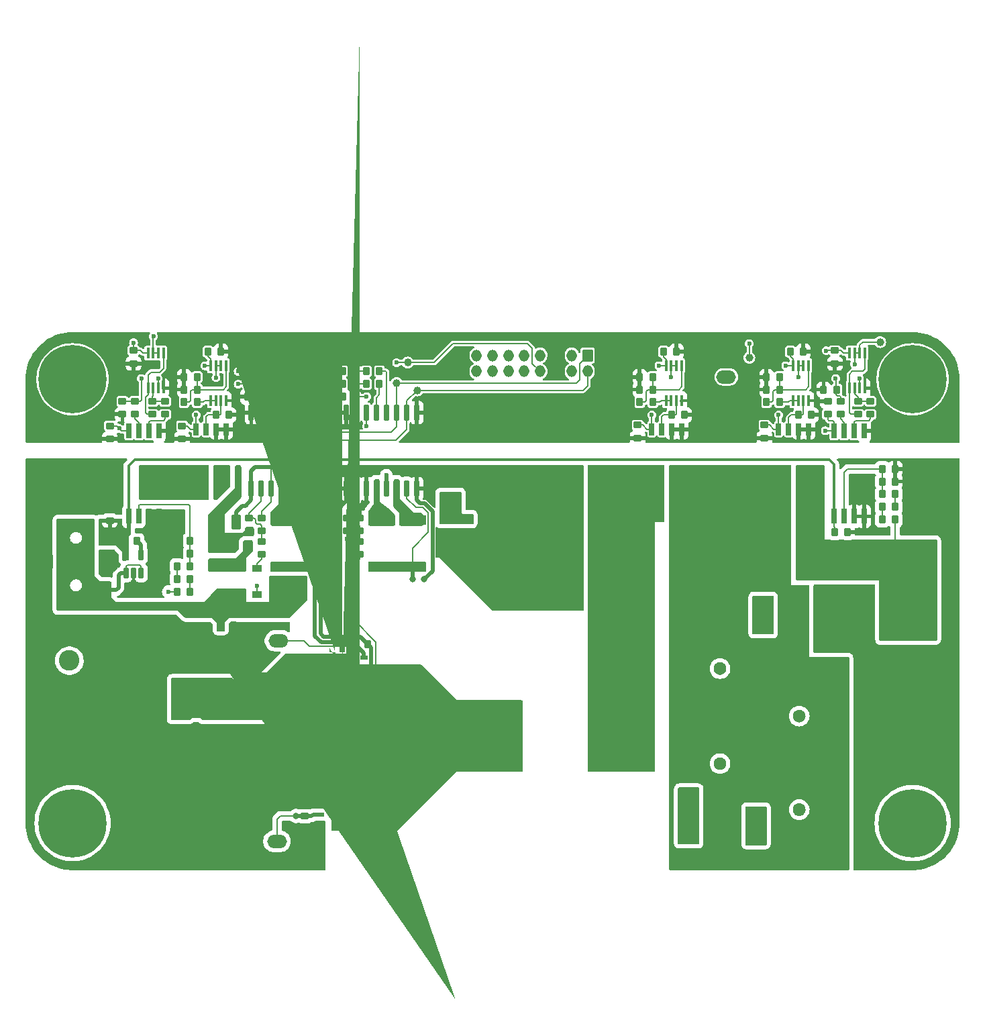
<source format=gbr>
%TF.GenerationSoftware,KiCad,Pcbnew,8.0.4*%
%TF.CreationDate,2024-08-07T19:09:05+02:00*%
%TF.ProjectId,ELE0124CL_power_buck,454c4530-3132-4344-934c-5f706f776572,1.0*%
%TF.SameCoordinates,Original*%
%TF.FileFunction,Copper,L1,Top*%
%TF.FilePolarity,Positive*%
%FSLAX46Y46*%
G04 Gerber Fmt 4.6, Leading zero omitted, Abs format (unit mm)*
G04 Created by KiCad (PCBNEW 8.0.4) date 2024-08-07 19:09:05*
%MOMM*%
%LPD*%
G01*
G04 APERTURE LIST*
G04 Aperture macros list*
%AMRoundRect*
0 Rectangle with rounded corners*
0 $1 Rounding radius*
0 $2 $3 $4 $5 $6 $7 $8 $9 X,Y pos of 4 corners*
0 Add a 4 corners polygon primitive as box body*
4,1,4,$2,$3,$4,$5,$6,$7,$8,$9,$2,$3,0*
0 Add four circle primitives for the rounded corners*
1,1,$1+$1,$2,$3*
1,1,$1+$1,$4,$5*
1,1,$1+$1,$6,$7*
1,1,$1+$1,$8,$9*
0 Add four rect primitives between the rounded corners*
20,1,$1+$1,$2,$3,$4,$5,0*
20,1,$1+$1,$4,$5,$6,$7,0*
20,1,$1+$1,$6,$7,$8,$9,0*
20,1,$1+$1,$8,$9,$2,$3,0*%
%AMFreePoly0*
4,1,49,1.539922,0.398097,1.568097,0.369922,1.570000,0.350000,1.570000,-0.550000,1.568097,-0.569922,1.539922,-0.598097,1.520000,-0.600000,1.080000,-0.600000,1.060078,-0.598097,1.031903,-0.569922,1.030000,-0.550000,1.030000,-0.200000,1.028097,-0.180078,0.999922,-0.151903,0.980000,-0.150000,0.350000,-0.150000,0.330078,-0.151903,0.301903,-0.180078,0.300000,-0.200000,0.300000,-0.550000,
0.298097,-0.569922,0.269922,-0.598097,0.250000,-0.600000,-0.190000,-0.600000,-0.209922,-0.598097,-0.238097,-0.569922,-0.240000,-0.550000,-0.240000,-0.200000,-0.241903,-0.180078,-0.270078,-0.151903,-0.290000,-0.150000,-0.920000,-0.150000,-0.939922,-0.151903,-0.968097,-0.180078,-0.970000,-0.200000,-0.970000,-0.550000,-0.971903,-0.569922,-1.000078,-0.598097,-1.020000,-0.600000,-1.460000,-0.600000,
-1.479922,-0.598097,-1.508097,-0.569922,-1.510000,-0.550000,-1.510000,0.350000,-1.508097,0.369922,-1.479922,0.398097,-1.460000,0.400000,1.520000,0.400000,1.539922,0.398097,1.539922,0.398097,$1*%
%AMFreePoly1*
4,1,17,0.239922,0.448097,0.268097,0.419922,0.270000,0.400000,0.270000,-0.500000,0.268097,-0.519922,0.239922,-0.548097,0.220000,-0.550000,-0.220000,-0.550000,-0.239922,-0.548097,-0.268097,-0.519922,-0.270000,-0.500000,-0.270000,0.400000,-0.268097,0.419922,-0.239922,0.448097,-0.220000,0.450000,0.220000,0.450000,0.239922,0.448097,0.239922,0.448097,$1*%
%AMFreePoly2*
4,1,65,-1.650078,3.248097,-1.621903,3.219922,-1.620000,3.200000,-1.620000,2.570000,-1.618097,2.550078,-1.589922,2.521903,-1.570000,2.520000,-0.940000,2.520000,-0.920078,2.521903,-0.891903,2.550078,-0.890000,2.570000,-0.890000,3.200000,-0.888097,3.219922,-0.859922,3.248097,-0.840000,3.250000,-0.400000,3.250000,-0.380078,3.248097,-0.351903,3.219922,-0.350000,3.200000,-0.350000,2.570000,
-0.348097,2.550078,-0.319922,2.521903,-0.300000,2.520000,0.330000,2.520000,0.349922,2.521903,0.378097,2.550078,0.380000,2.570000,0.380000,3.200000,0.381903,3.219922,0.410078,3.248097,0.430000,3.250000,0.870000,3.250000,0.889922,3.248097,0.918097,3.219922,0.920000,3.200000,0.920000,2.570000,0.921903,2.550078,0.950078,2.521903,0.970000,2.520000,1.600000,2.520000,
1.619922,2.521903,1.648097,2.550078,1.650000,2.570000,1.650000,3.200000,1.651903,3.219922,1.680078,3.248097,1.700000,3.250000,2.190000,3.250000,2.209922,3.248097,2.238097,3.219922,2.240000,3.200000,2.240000,-1.100000,2.238097,-1.119922,2.209922,-1.148097,2.190000,-1.150000,-2.160000,-1.150000,-2.179922,-1.148097,-2.208097,-1.119922,-2.210000,-1.100000,-2.210000,3.200000,
-2.208097,3.219922,-2.179922,3.248097,-2.160000,3.250000,-1.670000,3.250000,-1.650078,3.248097,-1.650078,3.248097,$1*%
G04 Aperture macros list end*
%TA.AperFunction,SMDPad,CuDef*%
%ADD10RoundRect,0.050000X0.425000X-0.350000X0.425000X0.350000X-0.425000X0.350000X-0.425000X-0.350000X0*%
%TD*%
%TA.AperFunction,SMDPad,CuDef*%
%ADD11RoundRect,0.050000X0.350000X0.425000X-0.350000X0.425000X-0.350000X-0.425000X0.350000X-0.425000X0*%
%TD*%
%TA.AperFunction,SMDPad,CuDef*%
%ADD12C,1.000000*%
%TD*%
%TA.AperFunction,SMDPad,CuDef*%
%ADD13RoundRect,0.050000X-0.425000X0.350000X-0.425000X-0.350000X0.425000X-0.350000X0.425000X0.350000X0*%
%TD*%
%TA.AperFunction,ComponentPad*%
%ADD14C,1.600000*%
%TD*%
%TA.AperFunction,ComponentPad*%
%ADD15C,1.200000*%
%TD*%
%TA.AperFunction,ComponentPad*%
%ADD16C,8.600000*%
%TD*%
%TA.AperFunction,SMDPad,CuDef*%
%ADD17FreePoly0,90.000000*%
%TD*%
%TA.AperFunction,SMDPad,CuDef*%
%ADD18FreePoly1,90.000000*%
%TD*%
%TA.AperFunction,SMDPad,CuDef*%
%ADD19FreePoly2,90.000000*%
%TD*%
%TA.AperFunction,SMDPad,CuDef*%
%ADD20RoundRect,0.050000X1.625000X-0.562500X1.625000X0.562500X-1.625000X0.562500X-1.625000X-0.562500X0*%
%TD*%
%TA.AperFunction,SMDPad,CuDef*%
%ADD21RoundRect,0.050000X-0.525000X-0.850000X0.525000X-0.850000X0.525000X0.850000X-0.525000X0.850000X0*%
%TD*%
%TA.AperFunction,SMDPad,CuDef*%
%ADD22RoundRect,0.050000X3.950000X4.200000X-3.950000X4.200000X-3.950000X-4.200000X3.950000X-4.200000X0*%
%TD*%
%TA.AperFunction,SMDPad,CuDef*%
%ADD23RoundRect,0.050000X-0.250000X0.950000X-0.250000X-0.950000X0.250000X-0.950000X0.250000X0.950000X0*%
%TD*%
%TA.AperFunction,SMDPad,CuDef*%
%ADD24RoundRect,0.050000X0.150000X-0.650000X0.150000X0.650000X-0.150000X0.650000X-0.150000X-0.650000X0*%
%TD*%
%TA.AperFunction,SMDPad,CuDef*%
%ADD25RoundRect,0.050000X-0.850000X0.525000X-0.850000X-0.525000X0.850000X-0.525000X0.850000X0.525000X0*%
%TD*%
%TA.AperFunction,SMDPad,CuDef*%
%ADD26RoundRect,0.050000X-0.350000X-0.425000X0.350000X-0.425000X0.350000X0.425000X-0.350000X0.425000X0*%
%TD*%
%TA.AperFunction,ComponentPad*%
%ADD27RoundRect,0.050000X-1.250000X1.250000X-1.250000X-1.250000X1.250000X-1.250000X1.250000X1.250000X0*%
%TD*%
%TA.AperFunction,ComponentPad*%
%ADD28C,2.600000*%
%TD*%
%TA.AperFunction,SMDPad,CuDef*%
%ADD29RoundRect,0.050000X0.525000X0.850000X-0.525000X0.850000X-0.525000X-0.850000X0.525000X-0.850000X0*%
%TD*%
%TA.AperFunction,ComponentPad*%
%ADD30O,2.500000X1.700000*%
%TD*%
%TA.AperFunction,ComponentPad*%
%ADD31RoundRect,0.200000X0.800000X-0.800000X0.800000X0.800000X-0.800000X0.800000X-0.800000X-0.800000X0*%
%TD*%
%TA.AperFunction,ComponentPad*%
%ADD32C,2.000000*%
%TD*%
%TA.AperFunction,SMDPad,CuDef*%
%ADD33RoundRect,0.050000X0.850000X-0.525000X0.850000X0.525000X-0.850000X0.525000X-0.850000X-0.525000X0*%
%TD*%
%TA.AperFunction,SMDPad,CuDef*%
%ADD34RoundRect,0.050000X-1.625000X0.562500X-1.625000X-0.562500X1.625000X-0.562500X1.625000X0.562500X0*%
%TD*%
%TA.AperFunction,SMDPad,CuDef*%
%ADD35RoundRect,0.050000X0.250000X-0.750000X0.250000X0.750000X-0.250000X0.750000X-0.250000X-0.750000X0*%
%TD*%
%TA.AperFunction,ComponentPad*%
%ADD36RoundRect,0.043333X-0.606667X0.706667X-0.606667X-0.706667X0.606667X-0.706667X0.606667X0.706667X0*%
%TD*%
%TA.AperFunction,ComponentPad*%
%ADD37O,1.300000X1.500000*%
%TD*%
%TA.AperFunction,SMDPad,CuDef*%
%ADD38RoundRect,0.050000X0.250000X-0.612500X0.250000X0.612500X-0.250000X0.612500X-0.250000X-0.612500X0*%
%TD*%
%TA.AperFunction,ComponentPad*%
%ADD39RoundRect,0.050000X1.250000X-1.250000X1.250000X1.250000X-1.250000X1.250000X-1.250000X-1.250000X0*%
%TD*%
%TA.AperFunction,SMDPad,CuDef*%
%ADD40RoundRect,0.050000X0.400000X0.550000X-0.400000X0.550000X-0.400000X-0.550000X0.400000X-0.550000X0*%
%TD*%
%TA.AperFunction,SMDPad,CuDef*%
%ADD41RoundRect,0.050000X-0.550000X0.400000X-0.550000X-0.400000X0.550000X-0.400000X0.550000X0.400000X0*%
%TD*%
%TA.AperFunction,SMDPad,CuDef*%
%ADD42RoundRect,0.050000X0.270000X-0.902500X0.270000X0.902500X-0.270000X0.902500X-0.270000X-0.902500X0*%
%TD*%
%TA.AperFunction,SMDPad,CuDef*%
%ADD43FreePoly0,270.000000*%
%TD*%
%TA.AperFunction,SMDPad,CuDef*%
%ADD44FreePoly1,270.000000*%
%TD*%
%TA.AperFunction,SMDPad,CuDef*%
%ADD45FreePoly2,270.000000*%
%TD*%
%TA.AperFunction,ViaPad*%
%ADD46C,0.600000*%
%TD*%
%TA.AperFunction,ViaPad*%
%ADD47C,0.800000*%
%TD*%
%TA.AperFunction,Conductor*%
%ADD48C,0.500000*%
%TD*%
%TA.AperFunction,Conductor*%
%ADD49C,0.200000*%
%TD*%
%TA.AperFunction,Conductor*%
%ADD50C,0.300000*%
%TD*%
G04 APERTURE END LIST*
D10*
%TO.P,C33,1*%
%TO.N,/Gate Drivers/DESAT_H*%
X100900000Y-86125000D03*
%TO.P,C33,2*%
%TO.N,/Gate Drivers/SWITCHING_NODE*%
X100900000Y-84475000D03*
%TD*%
D11*
%TO.P,R32,1*%
%TO.N,Net-(R31-Pad2)*%
X180825000Y-81500000D03*
%TO.P,R32,2*%
%TO.N,Net-(U10-VIN)*%
X179175000Y-81500000D03*
%TD*%
D12*
%TO.P,TP12,1,TP*%
%TO.N,/ADC_0*%
X178900000Y-62300000D03*
%TD*%
D11*
%TO.P,C48,1*%
%TO.N,Net-(U11B-IN2+)*%
X166225000Y-66700000D03*
%TO.P,C48,2*%
%TO.N,GND*%
X164575000Y-66700000D03*
%TD*%
D13*
%TO.P,C40,1*%
%TO.N,+3V3*%
X84700000Y-63375000D03*
%TO.P,C40,2*%
%TO.N,GND*%
X84700000Y-65025000D03*
%TD*%
D10*
%TO.P,R24,1*%
%TO.N,Net-(U6-VOUT+)*%
X84900000Y-71425000D03*
%TO.P,R24,2*%
%TO.N,Net-(U8A-IN1+)*%
X84900000Y-69775000D03*
%TD*%
D14*
%TO.P,C2,1*%
%TO.N,+24V*%
X92600000Y-109000000D03*
%TO.P,C2,2*%
%TO.N,GND_PWR*%
X92600000Y-111000000D03*
%TD*%
D15*
%TO.P,REF\u002A\u002A,1*%
%TO.N,N/C*%
X179775000Y-123000000D03*
X180719581Y-120719581D03*
X180719581Y-125280419D03*
X183000000Y-119775000D03*
D16*
X183000000Y-123000000D03*
D15*
X183000000Y-126225000D03*
X185280419Y-120719581D03*
X185280419Y-125280419D03*
X186225000Y-123000000D03*
%TD*%
D11*
%TO.P,D3,1,K*%
%TO.N,/Gate Drivers/READY_L*%
X115725000Y-66000000D03*
%TO.P,D3,2,A*%
%TO.N,Net-(D3-A)*%
X114075000Y-66000000D03*
%TD*%
D13*
%TO.P,C37,1*%
%TO.N,+3V3*%
X81700000Y-72875000D03*
%TO.P,C37,2*%
%TO.N,GND*%
X81700000Y-74525000D03*
%TD*%
D17*
%TO.P,Q1,1,S*%
%TO.N,/Gate Drivers/SWITCHING_NODE*%
X113650000Y-104660000D03*
D18*
%TO.P,Q1,2,G*%
%TO.N,/Gate Drivers/G_SENSE_H*%
X113700000Y-102090000D03*
D19*
%TO.P,Q1,3,D*%
%TO.N,+24V*%
X111000000Y-104000000D03*
%TD*%
D13*
%TO.P,R27,1*%
%TO.N,Net-(U8A-IN1-)*%
X87100000Y-69775000D03*
%TO.P,R27,2*%
%TO.N,Net-(U8A-OUT1)*%
X87100000Y-71425000D03*
%TD*%
D20*
%TO.P,R10,1*%
%TO.N,+12V*%
X97000000Y-96362500D03*
%TO.P,R10,2*%
%TO.N,Net-(D5-A)*%
X97000000Y-90437500D03*
%TD*%
D11*
%TO.P,R29,1*%
%TO.N,Net-(U7B-IN2+)*%
X92730000Y-68300000D03*
%TO.P,R29,2*%
%TO.N,GND*%
X91080000Y-68300000D03*
%TD*%
D13*
%TO.P,C10,1*%
%TO.N,+5V*%
X148300000Y-72775000D03*
%TO.P,C10,2*%
%TO.N,GND*%
X148300000Y-74425000D03*
%TD*%
D21*
%TO.P,C20,1*%
%TO.N,+VOUT*%
X159825000Y-122100000D03*
%TO.P,C20,2*%
%TO.N,GND_PWR*%
X162775000Y-122100000D03*
%TD*%
D22*
%TO.P,L1,1,1*%
%TO.N,/Gate Drivers/SWITCHING_NODE*%
X129750000Y-112000000D03*
%TO.P,L1,2,2*%
%TO.N,Net-(L1-Pad2)*%
X146250000Y-112000000D03*
%TD*%
D10*
%TO.P,C34,1*%
%TO.N,/Gate Drivers/DESAT_L*%
X113200000Y-86125000D03*
%TO.P,C34,2*%
%TO.N,GND_PWR*%
X113200000Y-84475000D03*
%TD*%
D23*
%TO.P,U4,1,VSS1*%
%TO.N,GND*%
X120450000Y-71200000D03*
%TO.P,U4,2,VI+*%
%TO.N,/PWM_L1*%
X119175000Y-71200000D03*
%TO.P,U4,3,VI-*%
%TO.N,/PWM_H1*%
X117905000Y-71200000D03*
%TO.P,U4,4,READY*%
%TO.N,/Gate Drivers/READY_L*%
X116635000Y-71200000D03*
%TO.P,U4,5,~{FAULT}*%
%TO.N,/Gate Drivers/FAULT_L*%
X115365000Y-71200000D03*
%TO.P,U4,6,~{RESET}*%
%TO.N,/RESET*%
X114095000Y-71200000D03*
%TO.P,U4,7,VDD1*%
%TO.N,+5V*%
X112825000Y-71200000D03*
%TO.P,U4,8,VSS1*%
%TO.N,GND*%
X111555000Y-71200000D03*
%TO.P,U4,9,VSS2*%
%TO.N,GND_PWR*%
X111555000Y-80800000D03*
%TO.P,U4,10,DESAT*%
%TO.N,/Gate Drivers/DESAT_L*%
X112825000Y-80800000D03*
%TO.P,U4,11,GND2*%
%TO.N,GND_PWR*%
X114095000Y-80800000D03*
%TO.P,U4,12,VOUT_OFF*%
%TO.N,Net-(U4-VOUT_OFF)*%
X115365000Y-80800000D03*
%TO.P,U4,13,VDD2*%
%TO.N,+12V*%
X116635000Y-80800000D03*
%TO.P,U4,14,VOUT_ON*%
%TO.N,Net-(U4-VOUT_ON)*%
X117905000Y-80800000D03*
%TO.P,U4,15,G_SENSE*%
%TO.N,/Gate Drivers/G_SENSE_L*%
X119175000Y-80800000D03*
%TO.P,U4,16,VSS2*%
%TO.N,GND_PWR*%
X120450000Y-80800000D03*
%TD*%
D24*
%TO.P,U7,1,OUT1*%
%TO.N,Net-(U7A-IN1-)*%
X94430000Y-69700000D03*
%TO.P,U7,2,IN1-*%
X95080000Y-69700000D03*
%TO.P,U7,3,IN1+*%
%TO.N,Net-(U5-VOUT)*%
X95730000Y-69700000D03*
%TO.P,U7,4,V-*%
%TO.N,GND*%
X96380000Y-69700000D03*
%TO.P,U7,5,IN2+*%
%TO.N,Net-(U7B-IN2+)*%
X96380000Y-65300000D03*
%TO.P,U7,6,IN2-*%
%TO.N,/ADC_3*%
X95730000Y-65300000D03*
%TO.P,U7,7,OUT2*%
X95080000Y-65300000D03*
%TO.P,U7,8,V+*%
%TO.N,+5V*%
X94430000Y-65300000D03*
%TD*%
D25*
%TO.P,C5,1*%
%TO.N,+24V*%
X96800000Y-108525000D03*
%TO.P,C5,2*%
%TO.N,GND_PWR*%
X96800000Y-111475000D03*
%TD*%
D26*
%TO.P,R34,1*%
%TO.N,Net-(U11A-IN1+)*%
X168575000Y-71500000D03*
%TO.P,R34,2*%
%TO.N,GND*%
X170225000Y-71500000D03*
%TD*%
D13*
%TO.P,C38,1*%
%TO.N,+5V*%
X90805000Y-72875000D03*
%TO.P,C38,2*%
%TO.N,GND*%
X90805000Y-74525000D03*
%TD*%
D11*
%TO.P,R39,1*%
%TO.N,Net-(U11A-IN1-)*%
X166225000Y-69900000D03*
%TO.P,R39,2*%
%TO.N,Net-(U11B-IN2+)*%
X164575000Y-69900000D03*
%TD*%
D13*
%TO.P,R26,1*%
%TO.N,Net-(U8A-IN1+)*%
X83300000Y-69775000D03*
%TO.P,R26,2*%
%TO.N,GND*%
X83300000Y-71425000D03*
%TD*%
D26*
%TO.P,C39,1*%
%TO.N,+5V*%
X94080000Y-63500000D03*
%TO.P,C39,2*%
%TO.N,GND*%
X95730000Y-63500000D03*
%TD*%
D25*
%TO.P,C51,1*%
%TO.N,+5V_PWR*%
X81600000Y-87425000D03*
%TO.P,C51,2*%
%TO.N,GND_PWR*%
X81600000Y-90375000D03*
%TD*%
D27*
%TO.P,J3,1,Pin_1*%
%TO.N,+VOUT_OUT*%
X183400000Y-97500000D03*
D28*
%TO.P,J3,2,Pin_2*%
%TO.N,GND_PWR*%
X183400000Y-102500000D03*
%TD*%
D26*
%TO.P,R21,1*%
%TO.N,Net-(R20-Pad2)*%
X90175000Y-90600000D03*
%TO.P,R21,2*%
%TO.N,Net-(U6-VIN)*%
X91825000Y-90600000D03*
%TD*%
D29*
%TO.P,C15,1*%
%TO.N,+VOUT*%
X167575000Y-97900000D03*
%TO.P,C15,2*%
%TO.N,GND_PWR*%
X164625000Y-97900000D03*
%TD*%
D21*
%TO.P,C12,1*%
%TO.N,+VOUT*%
X159825000Y-124500000D03*
%TO.P,C12,2*%
%TO.N,GND_PWR*%
X162775000Y-124500000D03*
%TD*%
D30*
%TO.P,TP6,1,TP*%
%TO.N,/Gate Drivers/G_SENSE_L*%
X102800000Y-125300000D03*
%TD*%
D31*
%TO.P,J1,1*%
%TO.N,GND_PWR*%
X73500000Y-90000000D03*
D32*
%TO.P,J1,2*%
%TO.N,+12V*%
X76500000Y-90000000D03*
%TD*%
D33*
%TO.P,C3,1*%
%TO.N,+24V*%
X91400000Y-106175000D03*
%TO.P,C3,2*%
%TO.N,GND_PWR*%
X91400000Y-103225000D03*
%TD*%
D26*
%TO.P,C42,1*%
%TO.N,Net-(U10-VIN)*%
X179175000Y-78300000D03*
%TO.P,C42,2*%
%TO.N,GND_PWR*%
X180825000Y-78300000D03*
%TD*%
D34*
%TO.P,R13,1*%
%TO.N,Net-(U3-VOUT_OFF)*%
X103700000Y-84737500D03*
%TO.P,R13,2*%
%TO.N,/Gate Drivers/G_SENSE_H*%
X103700000Y-90662500D03*
%TD*%
D30*
%TO.P,TP5,1,TP*%
%TO.N,/Gate Drivers/G_SENSE_H*%
X103000000Y-100000000D03*
%TD*%
D34*
%TO.P,R14,1*%
%TO.N,Net-(U4-VOUT_OFF)*%
X116000000Y-84737500D03*
%TO.P,R14,2*%
%TO.N,/Gate Drivers/G_SENSE_L*%
X116000000Y-90662500D03*
%TD*%
D26*
%TO.P,C46,1*%
%TO.N,+5V*%
X167575000Y-63500000D03*
%TO.P,C46,2*%
%TO.N,GND*%
X169225000Y-63500000D03*
%TD*%
D21*
%TO.P,C17,1*%
%TO.N,+VOUT*%
X169225000Y-95500000D03*
%TO.P,C17,2*%
%TO.N,GND_PWR*%
X172175000Y-95500000D03*
%TD*%
D14*
%TO.P,C1,1*%
%TO.N,+24V*%
X98000000Y-105700000D03*
%TO.P,C1,2*%
%TO.N,GND_PWR*%
X98000000Y-103700000D03*
%TD*%
D10*
%TO.P,C44,1*%
%TO.N,+3V3*%
X172300000Y-71425000D03*
%TO.P,C44,2*%
%TO.N,GND*%
X172300000Y-69775000D03*
%TD*%
%TO.P,R42,1*%
%TO.N,/Gate Drivers/G_SENSE_L*%
X106300000Y-122125000D03*
%TO.P,R42,2*%
%TO.N,GND_PWR*%
X106300000Y-120475000D03*
%TD*%
D11*
%TO.P,C41,1*%
%TO.N,Net-(U7B-IN2+)*%
X92730000Y-66700000D03*
%TO.P,C41,2*%
%TO.N,GND*%
X91080000Y-66700000D03*
%TD*%
D25*
%TO.P,C29,1*%
%TO.N,+12V*%
X93800000Y-95725000D03*
%TO.P,C29,2*%
%TO.N,GND_PWR*%
X93800000Y-98675000D03*
%TD*%
D35*
%TO.P,U9,1,IN+*%
%TO.N,+VOUT*%
X166095000Y-78700000D03*
%TO.P,U9,2,IN+*%
X167365000Y-78700000D03*
%TO.P,U9,3,IN-*%
%TO.N,+VOUT_OUT*%
X168635000Y-78700000D03*
%TO.P,U9,4,IN-*%
X169905000Y-78700000D03*
%TO.P,U9,5,GND*%
%TO.N,GND*%
X169905000Y-73300000D03*
%TO.P,U9,6,VREF*%
X168635000Y-73300000D03*
%TO.P,U9,7,VOUT*%
%TO.N,Net-(U11A-IN1+)*%
X167365000Y-73300000D03*
%TO.P,U9,8,VS*%
%TO.N,+5V*%
X166095000Y-73300000D03*
%TD*%
D15*
%TO.P,REF\u002A\u002A,1*%
%TO.N,N/C*%
X73775000Y-67000000D03*
X74719581Y-64719581D03*
X74719581Y-69280419D03*
X77000000Y-63775000D03*
D16*
X77000000Y-67000000D03*
D15*
X77000000Y-70225000D03*
X79280419Y-64719581D03*
X79280419Y-69280419D03*
X80225000Y-67000000D03*
%TD*%
D30*
%TO.P,TP7,1,TP*%
%TO.N,/Gate Drivers/SWITCHING_NODE*%
X118000000Y-112000000D03*
%TD*%
%TO.P,TP8,1,TP*%
%TO.N,GND_PWR*%
X95000000Y-120000000D03*
%TD*%
D14*
%TO.P,C8,1*%
%TO.N,+VOUT*%
X168700000Y-116300000D03*
%TO.P,C8,2*%
%TO.N,GND_PWR*%
X168700000Y-121300000D03*
%TD*%
D11*
%TO.P,R20,1*%
%TO.N,Net-(R19-Pad2)*%
X91825000Y-92200000D03*
%TO.P,R20,2*%
%TO.N,Net-(R20-Pad2)*%
X90175000Y-92200000D03*
%TD*%
%TO.P,R3,1*%
%TO.N,Net-(U2B-IN2+)*%
X150225000Y-68300000D03*
%TO.P,R3,2*%
%TO.N,GND*%
X148575000Y-68300000D03*
%TD*%
D26*
%TO.P,R41,1*%
%TO.N,/Gate Drivers/G_SENSE_H*%
X112575000Y-100400000D03*
%TO.P,R41,2*%
%TO.N,/Gate Drivers/SWITCHING_NODE*%
X114225000Y-100400000D03*
%TD*%
D36*
%TO.P,J4,1,Pin_1*%
%TO.N,/PWM_H1*%
X142000000Y-64000000D03*
D37*
%TO.P,J4,2,Pin_2*%
%TO.N,/PWM_L1*%
X142000000Y-66000000D03*
%TO.P,J4,3,Pin_3*%
%TO.N,unconnected-(J4-Pin_3-Pad3)*%
X140000000Y-64000000D03*
%TO.P,J4,4,Pin_4*%
%TO.N,unconnected-(J4-Pin_4-Pad4)*%
X140000000Y-66000000D03*
%TO.P,J4,5,Pin_5*%
%TO.N,GND*%
X138000000Y-64000000D03*
%TO.P,J4,6,Pin_6*%
X138000000Y-66000000D03*
%TO.P,J4,7,Pin_7*%
%TO.N,+5V*%
X136000000Y-64000000D03*
%TO.P,J4,8,Pin_8*%
%TO.N,/RESET*%
X136000000Y-66000000D03*
%TO.P,J4,9,Pin_9*%
%TO.N,+3V3*%
X134000000Y-64000000D03*
%TO.P,J4,10,Pin_10*%
%TO.N,unconnected-(J4-Pin_10-Pad10)*%
X134000000Y-66000000D03*
%TO.P,J4,11,Pin_11*%
%TO.N,unconnected-(J4-Pin_11-Pad11)*%
X132000000Y-64000000D03*
%TO.P,J4,12,Pin_12*%
%TO.N,/ADC_6*%
X132000000Y-66000000D03*
%TO.P,J4,13,Pin_13*%
%TO.N,/ADC_0*%
X130000000Y-64000000D03*
%TO.P,J4,14,Pin_14*%
%TO.N,/ADC_1*%
X130000000Y-66000000D03*
%TO.P,J4,15,Pin_15*%
%TO.N,/ADC_2*%
X128000000Y-64000000D03*
%TO.P,J4,16,Pin_16*%
%TO.N,/ADC_3*%
X128000000Y-66000000D03*
%TD*%
D26*
%TO.P,R1,1*%
%TO.N,Net-(U1-VOUT)*%
X152575000Y-71500000D03*
%TO.P,R1,2*%
%TO.N,GND*%
X154225000Y-71500000D03*
%TD*%
%TO.P,R33,1*%
%TO.N,Net-(U10-VIN)*%
X179175000Y-79900000D03*
%TO.P,R33,2*%
%TO.N,GND_PWR*%
X180825000Y-79900000D03*
%TD*%
D11*
%TO.P,D2,1,K*%
%TO.N,/Gate Drivers/FAULT_H*%
X103725000Y-67600000D03*
%TO.P,D2,2,A*%
%TO.N,Net-(D2-A)*%
X102075000Y-67600000D03*
%TD*%
D29*
%TO.P,C21,1*%
%TO.N,+VOUT*%
X158175000Y-119700000D03*
%TO.P,C21,2*%
%TO.N,GND_PWR*%
X155225000Y-119700000D03*
%TD*%
D10*
%TO.P,R16,1*%
%TO.N,Net-(D7-A)*%
X113200000Y-89125000D03*
%TO.P,R16,2*%
%TO.N,/Gate Drivers/DESAT_L*%
X113200000Y-87475000D03*
%TD*%
%TO.P,R36,1*%
%TO.N,Net-(U10-VOUT-)*%
X177700000Y-71425000D03*
%TO.P,R36,2*%
%TO.N,Net-(U12A-IN1-)*%
X177700000Y-69775000D03*
%TD*%
D11*
%TO.P,R2,1*%
%TO.N,Net-(U2A-IN1-)*%
X150225000Y-69900000D03*
%TO.P,R2,2*%
%TO.N,Net-(U2B-IN2+)*%
X148575000Y-69900000D03*
%TD*%
D26*
%TO.P,C27,1*%
%TO.N,+12V*%
X95675000Y-98100000D03*
%TO.P,C27,2*%
%TO.N,GND_PWR*%
X97325000Y-98100000D03*
%TD*%
D12*
%TO.P,TP11,1,TP*%
%TO.N,/ADC_6*%
X162400000Y-64300000D03*
%TD*%
D14*
%TO.P,C11,1*%
%TO.N,+VOUT*%
X158700000Y-110500000D03*
%TO.P,C11,2*%
%TO.N,GND_PWR*%
X158700000Y-115500000D03*
%TD*%
%TO.P,C7,1*%
%TO.N,+VOUT*%
X158700000Y-98500000D03*
%TO.P,C7,2*%
%TO.N,GND_PWR*%
X158700000Y-103500000D03*
%TD*%
D38*
%TO.P,U13,1,VIN*%
%TO.N,+12V*%
X83750000Y-91437500D03*
%TO.P,U13,2,GND*%
%TO.N,GND_PWR*%
X84700000Y-91437500D03*
%TO.P,U13,3,~{SHDN}*%
%TO.N,+12V*%
X85650000Y-91437500D03*
%TO.P,U13,4,BYP*%
%TO.N,Net-(U13-BYP)*%
X85650000Y-89162500D03*
%TO.P,U13,5,VOUT*%
%TO.N,+5V_PWR*%
X83750000Y-89162500D03*
%TD*%
D13*
%TO.P,R38,1*%
%TO.N,Net-(U12A-IN1-)*%
X176100000Y-69775000D03*
%TO.P,R38,2*%
%TO.N,Net-(U12A-OUT1)*%
X176100000Y-71425000D03*
%TD*%
D29*
%TO.P,C16,1*%
%TO.N,+VOUT*%
X167575000Y-95500000D03*
%TO.P,C16,2*%
%TO.N,GND_PWR*%
X164625000Y-95500000D03*
%TD*%
D11*
%TO.P,C24,1*%
%TO.N,+5V*%
X100725000Y-69200000D03*
%TO.P,C24,2*%
%TO.N,GND*%
X99075000Y-69200000D03*
%TD*%
D10*
%TO.P,R25,1*%
%TO.N,Net-(U6-VOUT-)*%
X88700000Y-71425000D03*
%TO.P,R25,2*%
%TO.N,Net-(U8A-IN1-)*%
X88700000Y-69775000D03*
%TD*%
D13*
%TO.P,C47,1*%
%TO.N,+3V3*%
X173200000Y-63375000D03*
%TO.P,C47,2*%
%TO.N,GND*%
X173200000Y-65025000D03*
%TD*%
D21*
%TO.P,C26,1*%
%TO.N,/Gate Drivers/VBOOT*%
X94725000Y-85000000D03*
%TO.P,C26,2*%
%TO.N,/Gate Drivers/SWITCHING_NODE*%
X97675000Y-85000000D03*
%TD*%
D30*
%TO.P,TP1,1,TP*%
%TO.N,/ADC_1*%
X159500000Y-66700000D03*
%TD*%
D11*
%TO.P,R37,1*%
%TO.N,Net-(U12A-IN1+)*%
X173425000Y-68300000D03*
%TO.P,R37,2*%
%TO.N,GND*%
X171775000Y-68300000D03*
%TD*%
%TO.P,D1,1,K*%
%TO.N,/Gate Drivers/READY_H*%
X103725000Y-66000000D03*
%TO.P,D1,2,A*%
%TO.N,Net-(D1-A)*%
X102075000Y-66000000D03*
%TD*%
D39*
%TO.P,J2,1,Pin_1*%
%TO.N,GND_PWR*%
X76600000Y-107500000D03*
D28*
%TO.P,J2,2,Pin_2*%
%TO.N,+24V_IN*%
X76600000Y-102500000D03*
%TD*%
D29*
%TO.P,C13,1*%
%TO.N,+VOUT*%
X158175000Y-124500000D03*
%TO.P,C13,2*%
%TO.N,GND_PWR*%
X155225000Y-124500000D03*
%TD*%
D11*
%TO.P,C25,1*%
%TO.N,+5V*%
X112725000Y-69200000D03*
%TO.P,C25,2*%
%TO.N,GND*%
X111075000Y-69200000D03*
%TD*%
D25*
%TO.P,C31,1*%
%TO.N,+12V*%
X91400000Y-95725000D03*
%TO.P,C31,2*%
%TO.N,GND_PWR*%
X91400000Y-98675000D03*
%TD*%
D11*
%TO.P,R40,1*%
%TO.N,Net-(U11B-IN2+)*%
X166225000Y-68300000D03*
%TO.P,R40,2*%
%TO.N,GND*%
X164575000Y-68300000D03*
%TD*%
D12*
%TO.P,TP2,1,TP*%
%TO.N,/RESET*%
X119300000Y-64900000D03*
%TD*%
D11*
%TO.P,R28,1*%
%TO.N,Net-(U7A-IN1-)*%
X92730000Y-69900000D03*
%TO.P,R28,2*%
%TO.N,Net-(U7B-IN2+)*%
X91080000Y-69900000D03*
%TD*%
D26*
%TO.P,R8,1*%
%TO.N,+5V*%
X106675000Y-67600000D03*
%TO.P,R8,2*%
%TO.N,/PWM_L1*%
X108325000Y-67600000D03*
%TD*%
D10*
%TO.P,R18,1*%
%TO.N,+12V*%
X111600000Y-86125000D03*
%TO.P,R18,2*%
%TO.N,/Gate Drivers/DESAT_L*%
X111600000Y-84475000D03*
%TD*%
D26*
%TO.P,C14,1*%
%TO.N,+5V*%
X151575000Y-63500000D03*
%TO.P,C14,2*%
%TO.N,GND*%
X153225000Y-63500000D03*
%TD*%
D21*
%TO.P,C19,1*%
%TO.N,+VOUT*%
X169225000Y-97900000D03*
%TO.P,C19,2*%
%TO.N,GND_PWR*%
X172175000Y-97900000D03*
%TD*%
D26*
%TO.P,R23,1*%
%TO.N,Net-(U5-VOUT)*%
X95080000Y-71500000D03*
%TO.P,R23,2*%
%TO.N,GND*%
X96730000Y-71500000D03*
%TD*%
D10*
%TO.P,R35,1*%
%TO.N,Net-(U10-VOUT+)*%
X173900000Y-71425000D03*
%TO.P,R35,2*%
%TO.N,Net-(U12A-IN1+)*%
X173900000Y-69775000D03*
%TD*%
D11*
%TO.P,R22,1*%
%TO.N,Net-(U6-VIN)*%
X91825000Y-89000000D03*
%TO.P,R22,2*%
%TO.N,GND_PWR*%
X90175000Y-89000000D03*
%TD*%
D15*
%TO.P,REF\u002A\u002A,1*%
%TO.N,N/C*%
X73775000Y-123000000D03*
X74719581Y-120719581D03*
X74719581Y-125280419D03*
X77000000Y-119775000D03*
D16*
X77000000Y-123000000D03*
D15*
X77000000Y-126225000D03*
X79280419Y-120719581D03*
X79280419Y-125280419D03*
X80225000Y-123000000D03*
%TD*%
D40*
%TO.P,D5,1,K*%
%TO.N,/Gate Drivers/VBOOT*%
X95850000Y-88100000D03*
%TO.P,D5,2,A*%
%TO.N,Net-(D5-A)*%
X99150000Y-88100000D03*
%TD*%
D29*
%TO.P,C23,1*%
%TO.N,+VOUT*%
X158175000Y-122100000D03*
%TO.P,C23,2*%
%TO.N,GND_PWR*%
X155225000Y-122100000D03*
%TD*%
D41*
%TO.P,D6,1,K*%
%TO.N,+24V*%
X100300000Y-94150000D03*
%TO.P,D6,2,A*%
%TO.N,Net-(D6-A)*%
X100300000Y-90850000D03*
%TD*%
D21*
%TO.P,C49,1*%
%TO.N,+12V*%
X81225000Y-93600000D03*
%TO.P,C49,2*%
%TO.N,GND_PWR*%
X84175000Y-93600000D03*
%TD*%
D34*
%TO.P,R11,1*%
%TO.N,Net-(U3-VOUT_ON)*%
X107600000Y-84737500D03*
%TO.P,R11,2*%
%TO.N,/Gate Drivers/G_SENSE_H*%
X107600000Y-90662500D03*
%TD*%
D42*
%TO.P,U10,1,VDD1*%
%TO.N,+5V_PWR*%
X173095000Y-84300000D03*
%TO.P,U10,2,VIN*%
%TO.N,Net-(U10-VIN)*%
X174365000Y-84300000D03*
%TO.P,U10,3,SHDN*%
%TO.N,GND_PWR*%
X175635000Y-84300000D03*
%TO.P,U10,4,GND1*%
X176905000Y-84300000D03*
%TO.P,U10,5,GND2*%
%TO.N,GND*%
X176905000Y-73500000D03*
%TO.P,U10,6,VOUT-*%
%TO.N,Net-(U10-VOUT-)*%
X175635000Y-73500000D03*
%TO.P,U10,7,VOUT+*%
%TO.N,Net-(U10-VOUT+)*%
X174365000Y-73500000D03*
%TO.P,U10,8,VDD2*%
%TO.N,+3V3*%
X173095000Y-73500000D03*
%TD*%
D35*
%TO.P,U1,1,IN+*%
%TO.N,Net-(L1-Pad2)*%
X150095000Y-78700000D03*
%TO.P,U1,2,IN+*%
X151365000Y-78700000D03*
%TO.P,U1,3,IN-*%
%TO.N,+VOUT*%
X152635000Y-78700000D03*
%TO.P,U1,4,IN-*%
X153905000Y-78700000D03*
%TO.P,U1,5,GND*%
%TO.N,GND*%
X153905000Y-73300000D03*
%TO.P,U1,6,VREF*%
X152635000Y-73300000D03*
%TO.P,U1,7,VOUT*%
%TO.N,Net-(U1-VOUT)*%
X151365000Y-73300000D03*
%TO.P,U1,8,VS*%
%TO.N,+5V*%
X150095000Y-73300000D03*
%TD*%
D25*
%TO.P,C32,1*%
%TO.N,+12V*%
X124200000Y-84625000D03*
%TO.P,C32,2*%
%TO.N,GND_PWR*%
X124200000Y-87575000D03*
%TD*%
D26*
%TO.P,C43,1*%
%TO.N,+5V_PWR*%
X173175000Y-86300000D03*
%TO.P,C43,2*%
%TO.N,GND_PWR*%
X174825000Y-86300000D03*
%TD*%
D10*
%TO.P,C36,1*%
%TO.N,+5V_PWR*%
X81700000Y-84825000D03*
%TO.P,C36,2*%
%TO.N,GND_PWR*%
X81700000Y-83175000D03*
%TD*%
D33*
%TO.P,C4,1*%
%TO.N,+24V*%
X93800000Y-106175000D03*
%TO.P,C4,2*%
%TO.N,GND_PWR*%
X93800000Y-103225000D03*
%TD*%
D34*
%TO.P,R12,1*%
%TO.N,Net-(U4-VOUT_ON)*%
X119900000Y-84737500D03*
%TO.P,R12,2*%
%TO.N,/Gate Drivers/G_SENSE_L*%
X119900000Y-90662500D03*
%TD*%
D11*
%TO.P,R30,1*%
%TO.N,+VOUT_OUT*%
X180825000Y-84700000D03*
%TO.P,R30,2*%
%TO.N,Net-(R30-Pad2)*%
X179175000Y-84700000D03*
%TD*%
D35*
%TO.P,U5,1,IN+*%
%TO.N,+24V_IN*%
X92600000Y-78700000D03*
%TO.P,U5,2,IN+*%
X93870000Y-78700000D03*
%TO.P,U5,3,IN-*%
%TO.N,+24V*%
X95140000Y-78700000D03*
%TO.P,U5,4,IN-*%
X96410000Y-78700000D03*
%TO.P,U5,5,GND*%
%TO.N,GND*%
X96410000Y-73300000D03*
%TO.P,U5,6,VREF*%
X95140000Y-73300000D03*
%TO.P,U5,7,VOUT*%
%TO.N,Net-(U5-VOUT)*%
X93870000Y-73300000D03*
%TO.P,U5,8,VS*%
%TO.N,+5V*%
X92600000Y-73300000D03*
%TD*%
D41*
%TO.P,D7,1,K*%
%TO.N,/Gate Drivers/SWITCHING_NODE*%
X112600000Y-94150000D03*
%TO.P,D7,2,A*%
%TO.N,Net-(D7-A)*%
X112600000Y-90850000D03*
%TD*%
D24*
%TO.P,U8,1,OUT1*%
%TO.N,Net-(U8A-OUT1)*%
X86525000Y-68100000D03*
%TO.P,U8,2,IN1-*%
%TO.N,Net-(U8A-IN1-)*%
X87175000Y-68100000D03*
%TO.P,U8,3,IN1+*%
%TO.N,Net-(U8A-IN1+)*%
X87825000Y-68100000D03*
%TO.P,U8,4,V-*%
%TO.N,GND*%
X88475000Y-68100000D03*
%TO.P,U8,5,IN2+*%
%TO.N,Net-(U8A-OUT1)*%
X88475000Y-63700000D03*
%TO.P,U8,6,IN2-*%
%TO.N,/ADC_2*%
X87825000Y-63700000D03*
%TO.P,U8,7,OUT2*%
X87175000Y-63700000D03*
%TO.P,U8,8,V+*%
%TO.N,+3V3*%
X86525000Y-63700000D03*
%TD*%
D10*
%TO.P,R15,1*%
%TO.N,Net-(D6-A)*%
X100900000Y-89125000D03*
%TO.P,R15,2*%
%TO.N,/Gate Drivers/DESAT_H*%
X100900000Y-87475000D03*
%TD*%
D26*
%TO.P,R6,1*%
%TO.N,+5V*%
X111075000Y-66000000D03*
%TO.P,R6,2*%
%TO.N,Net-(D3-A)*%
X112725000Y-66000000D03*
%TD*%
D11*
%TO.P,C35,1*%
%TO.N,Net-(U6-VIN)*%
X91825000Y-87400000D03*
%TO.P,C35,2*%
%TO.N,GND_PWR*%
X90175000Y-87400000D03*
%TD*%
D26*
%TO.P,R4,1*%
%TO.N,+5V*%
X99075000Y-66000000D03*
%TO.P,R4,2*%
%TO.N,Net-(D1-A)*%
X100725000Y-66000000D03*
%TD*%
D21*
%TO.P,C22,1*%
%TO.N,+VOUT*%
X169225000Y-100300000D03*
%TO.P,C22,2*%
%TO.N,GND_PWR*%
X172175000Y-100300000D03*
%TD*%
D24*
%TO.P,U12,1,OUT1*%
%TO.N,Net-(U12A-OUT1)*%
X175025000Y-68100000D03*
%TO.P,U12,2,IN1-*%
%TO.N,Net-(U12A-IN1-)*%
X175675000Y-68100000D03*
%TO.P,U12,3,IN1+*%
%TO.N,Net-(U12A-IN1+)*%
X176325000Y-68100000D03*
%TO.P,U12,4,V-*%
%TO.N,GND*%
X176975000Y-68100000D03*
%TO.P,U12,5,IN2+*%
%TO.N,Net-(U12A-OUT1)*%
X176975000Y-63700000D03*
%TO.P,U12,6,IN2-*%
%TO.N,/ADC_0*%
X176325000Y-63700000D03*
%TO.P,U12,7,OUT2*%
X175675000Y-63700000D03*
%TO.P,U12,8,V+*%
%TO.N,+3V3*%
X175025000Y-63700000D03*
%TD*%
D11*
%TO.P,D4,1,K*%
%TO.N,/Gate Drivers/FAULT_L*%
X115725000Y-67600000D03*
%TO.P,D4,2,A*%
%TO.N,Net-(D4-A)*%
X114075000Y-67600000D03*
%TD*%
D26*
%TO.P,C50,1*%
%TO.N,+5V_PWR*%
X83475000Y-87400000D03*
%TO.P,C50,2*%
%TO.N,Net-(U13-BYP)*%
X85125000Y-87400000D03*
%TD*%
%TO.P,R19,1*%
%TO.N,+24V_IN*%
X90175000Y-93800000D03*
%TO.P,R19,2*%
%TO.N,Net-(R19-Pad2)*%
X91825000Y-93800000D03*
%TD*%
D12*
%TO.P,TP3,1,TP*%
%TO.N,/PWM_L1*%
X120500000Y-68400000D03*
%TD*%
D26*
%TO.P,R31,1*%
%TO.N,Net-(R30-Pad2)*%
X179175000Y-83100000D03*
%TO.P,R31,2*%
%TO.N,Net-(R31-Pad2)*%
X180825000Y-83100000D03*
%TD*%
D25*
%TO.P,C6,1*%
%TO.N,+24V*%
X99200000Y-108525000D03*
%TO.P,C6,2*%
%TO.N,GND_PWR*%
X99200000Y-111475000D03*
%TD*%
D10*
%TO.P,R17,1*%
%TO.N,/Gate Drivers/VBOOT*%
X99300000Y-86125000D03*
%TO.P,R17,2*%
%TO.N,/Gate Drivers/DESAT_H*%
X99300000Y-84475000D03*
%TD*%
D23*
%TO.P,U3,1,VSS1*%
%TO.N,GND*%
X108450000Y-71200000D03*
%TO.P,U3,2,VI+*%
%TO.N,/PWM_H1*%
X107175000Y-71200000D03*
%TO.P,U3,3,VI-*%
%TO.N,/PWM_L1*%
X105905000Y-71200000D03*
%TO.P,U3,4,READY*%
%TO.N,/Gate Drivers/READY_H*%
X104635000Y-71200000D03*
%TO.P,U3,5,~{FAULT}*%
%TO.N,/Gate Drivers/FAULT_H*%
X103365000Y-71200000D03*
%TO.P,U3,6,~{RESET}*%
%TO.N,/RESET*%
X102095000Y-71200000D03*
%TO.P,U3,7,VDD1*%
%TO.N,+5V*%
X100825000Y-71200000D03*
%TO.P,U3,8,VSS1*%
%TO.N,GND*%
X99555000Y-71200000D03*
%TO.P,U3,9,VSS2*%
%TO.N,/Gate Drivers/SWITCHING_NODE*%
X99555000Y-80800000D03*
%TO.P,U3,10,DESAT*%
%TO.N,/Gate Drivers/DESAT_H*%
X100825000Y-80800000D03*
%TO.P,U3,11,GND2*%
%TO.N,/Gate Drivers/SWITCHING_NODE*%
X102095000Y-80800000D03*
%TO.P,U3,12,VOUT_OFF*%
%TO.N,Net-(U3-VOUT_OFF)*%
X103365000Y-80800000D03*
%TO.P,U3,13,VDD2*%
%TO.N,/Gate Drivers/VBOOT*%
X104635000Y-80800000D03*
%TO.P,U3,14,VOUT_ON*%
%TO.N,Net-(U3-VOUT_ON)*%
X105905000Y-80800000D03*
%TO.P,U3,15,G_SENSE*%
%TO.N,/Gate Drivers/G_SENSE_H*%
X107175000Y-80800000D03*
%TO.P,U3,16,VSS2*%
%TO.N,/Gate Drivers/SWITCHING_NODE*%
X108450000Y-80800000D03*
%TD*%
D11*
%TO.P,C18,1*%
%TO.N,Net-(U2B-IN2+)*%
X150225000Y-66700000D03*
%TO.P,C18,2*%
%TO.N,GND*%
X148575000Y-66700000D03*
%TD*%
D24*
%TO.P,U2,1,OUT1*%
%TO.N,Net-(U2A-IN1-)*%
X151900000Y-69700000D03*
%TO.P,U2,2,IN1-*%
X152550000Y-69700000D03*
%TO.P,U2,3,IN1+*%
%TO.N,Net-(U1-VOUT)*%
X153200000Y-69700000D03*
%TO.P,U2,4,V-*%
%TO.N,GND*%
X153850000Y-69700000D03*
%TO.P,U2,5,IN2+*%
%TO.N,Net-(U2B-IN2+)*%
X153850000Y-65300000D03*
%TO.P,U2,6,IN2-*%
%TO.N,/ADC_1*%
X153200000Y-65300000D03*
%TO.P,U2,7,OUT2*%
X152550000Y-65300000D03*
%TO.P,U2,8,V+*%
%TO.N,+5V*%
X151900000Y-65300000D03*
%TD*%
D25*
%TO.P,C30,1*%
%TO.N,+12V*%
X126600000Y-84625000D03*
%TO.P,C30,2*%
%TO.N,GND_PWR*%
X126600000Y-87575000D03*
%TD*%
D26*
%TO.P,C28,1*%
%TO.N,+12V*%
X125475000Y-83000000D03*
%TO.P,C28,2*%
%TO.N,GND_PWR*%
X127125000Y-83000000D03*
%TD*%
D15*
%TO.P,REF\u002A\u002A,1*%
%TO.N,N/C*%
X179775000Y-67000000D03*
X180719581Y-64719581D03*
X180719581Y-69280419D03*
X183000000Y-63775000D03*
D16*
X183000000Y-67000000D03*
D15*
X183000000Y-70225000D03*
X185280419Y-64719581D03*
X185280419Y-69280419D03*
X186225000Y-67000000D03*
%TD*%
D30*
%TO.P,TP13,1,TP*%
%TO.N,GND*%
X159500000Y-72200000D03*
%TD*%
D12*
%TO.P,TP4,1,TP*%
%TO.N,/PWM_H1*%
X117900000Y-67500000D03*
%TD*%
D14*
%TO.P,C9,1*%
%TO.N,+VOUT*%
X168700000Y-104500000D03*
%TO.P,C9,2*%
%TO.N,GND_PWR*%
X168700000Y-109500000D03*
%TD*%
D43*
%TO.P,Q2,1,S*%
%TO.N,GND_PWR*%
X108350000Y-119340000D03*
D44*
%TO.P,Q2,2,G*%
%TO.N,/Gate Drivers/G_SENSE_L*%
X108300000Y-121910000D03*
D45*
%TO.P,Q2,3,D*%
%TO.N,/Gate Drivers/SWITCHING_NODE*%
X111000000Y-120000000D03*
%TD*%
D24*
%TO.P,U11,1,OUT1*%
%TO.N,Net-(U11A-IN1-)*%
X167925000Y-69700000D03*
%TO.P,U11,2,IN1-*%
X168575000Y-69700000D03*
%TO.P,U11,3,IN1+*%
%TO.N,Net-(U11A-IN1+)*%
X169225000Y-69700000D03*
%TO.P,U11,4,V-*%
%TO.N,GND*%
X169875000Y-69700000D03*
%TO.P,U11,5,IN2+*%
%TO.N,Net-(U11B-IN2+)*%
X169875000Y-65300000D03*
%TO.P,U11,6,IN2-*%
%TO.N,/ADC_6*%
X169225000Y-65300000D03*
%TO.P,U11,7,OUT2*%
X168575000Y-65300000D03*
%TO.P,U11,8,V+*%
%TO.N,+5V*%
X167925000Y-65300000D03*
%TD*%
D26*
%TO.P,R9,1*%
%TO.N,GND*%
X106675000Y-66000000D03*
%TO.P,R9,2*%
%TO.N,/PWM_H1*%
X108325000Y-66000000D03*
%TD*%
%TO.P,R5,1*%
%TO.N,+5V*%
X99075000Y-67600000D03*
%TO.P,R5,2*%
%TO.N,Net-(D2-A)*%
X100725000Y-67600000D03*
%TD*%
D42*
%TO.P,U6,1,VDD1*%
%TO.N,+5V_PWR*%
X84095000Y-84300000D03*
%TO.P,U6,2,VIN*%
%TO.N,Net-(U6-VIN)*%
X85365000Y-84300000D03*
%TO.P,U6,3,SHDN*%
%TO.N,GND_PWR*%
X86635000Y-84300000D03*
%TO.P,U6,4,GND1*%
X87905000Y-84300000D03*
%TO.P,U6,5,GND2*%
%TO.N,GND*%
X87905000Y-73500000D03*
%TO.P,U6,6,VOUT-*%
%TO.N,Net-(U6-VOUT-)*%
X86635000Y-73500000D03*
%TO.P,U6,7,VOUT+*%
%TO.N,Net-(U6-VOUT+)*%
X85365000Y-73500000D03*
%TO.P,U6,8,VDD2*%
%TO.N,+3V3*%
X84095000Y-73500000D03*
%TD*%
D13*
%TO.P,C45,1*%
%TO.N,+5V*%
X164300000Y-72775000D03*
%TO.P,C45,2*%
%TO.N,GND*%
X164300000Y-74425000D03*
%TD*%
D26*
%TO.P,R7,1*%
%TO.N,+5V*%
X111075000Y-67600000D03*
%TO.P,R7,2*%
%TO.N,Net-(D4-A)*%
X112725000Y-67600000D03*
%TD*%
D46*
%TO.N,GND_PWR*%
X89100000Y-88200000D03*
X173300000Y-99800000D03*
X134000000Y-90000000D03*
X176300000Y-82400000D03*
X163400000Y-98400000D03*
D47*
X106300000Y-119300000D03*
D46*
X103600000Y-121000000D03*
X173400000Y-95000000D03*
X163900000Y-124000000D03*
X126600000Y-88800000D03*
X103600000Y-119000000D03*
D47*
X121350000Y-92250000D03*
D46*
X163900000Y-122600000D03*
X91400000Y-99900000D03*
X128200000Y-83000000D03*
X75000000Y-80000000D03*
X183000000Y-115000000D03*
X96800000Y-112800000D03*
X99200000Y-112800000D03*
X80000000Y-115000000D03*
X153900000Y-125000000D03*
X134000000Y-83000000D03*
X85500000Y-93100000D03*
X163900000Y-121600000D03*
X153900000Y-124000000D03*
X140000000Y-90000000D03*
X154000000Y-119200000D03*
X124200000Y-88800000D03*
X103600000Y-116900000D03*
X93000000Y-115000000D03*
X173300000Y-100800000D03*
X140000000Y-83000000D03*
X86000000Y-125000000D03*
X107000000Y-117000000D03*
X102000000Y-118000000D03*
X163900000Y-125000000D03*
X86000000Y-115000000D03*
X94000000Y-125000000D03*
X173400000Y-98400000D03*
X98400000Y-98100000D03*
X154000000Y-120200000D03*
X163400000Y-96000000D03*
X173400000Y-97400000D03*
X80600000Y-83200000D03*
X163400000Y-95000000D03*
X183000000Y-110000000D03*
X81100000Y-91700000D03*
X176300000Y-86300000D03*
X86000000Y-120000000D03*
X91400000Y-102000000D03*
X80000000Y-80000000D03*
X102000000Y-120000000D03*
X173400000Y-96000000D03*
X182100000Y-79900000D03*
X93800000Y-102000000D03*
X85500000Y-94100000D03*
X163400000Y-97400000D03*
X182100000Y-78300000D03*
X93800000Y-99900000D03*
X87300000Y-86000000D03*
X154000000Y-121600000D03*
X154000000Y-122600000D03*
X75000000Y-115000000D03*
%TO.N,+24V*%
X109100000Y-107900000D03*
X95200000Y-80200000D03*
X95200000Y-81600000D03*
X109100000Y-102700000D03*
X95800000Y-80900000D03*
X96400000Y-80200000D03*
X100300000Y-93100000D03*
X103000000Y-105000000D03*
X111500000Y-107900000D03*
X111500000Y-105300000D03*
X101000000Y-107000000D03*
X110300000Y-104000000D03*
X103000000Y-109000000D03*
X109100000Y-105300000D03*
X111500000Y-102700000D03*
X110300000Y-106600000D03*
%TO.N,+VOUT*%
X155400000Y-79000000D03*
X160000000Y-81600000D03*
X156500000Y-82900000D03*
X165700000Y-80300000D03*
X160000000Y-79000000D03*
X161100000Y-80300000D03*
X162300000Y-79000000D03*
X153100000Y-81600000D03*
X155400000Y-81600000D03*
X163400000Y-82900000D03*
X157700000Y-81600000D03*
X162300000Y-81600000D03*
X156500000Y-80300000D03*
X154200000Y-80300000D03*
X158800000Y-80300000D03*
X161100000Y-82900000D03*
X165700000Y-82900000D03*
X164600000Y-81600000D03*
X166900000Y-81600000D03*
X163400000Y-80300000D03*
X157700000Y-79000000D03*
X154200000Y-82900000D03*
X158800000Y-82900000D03*
%TO.N,GND*%
X98100000Y-71200000D03*
X84700000Y-66300000D03*
X178000000Y-68100000D03*
X178100000Y-73500000D03*
X171600000Y-65000000D03*
X162900000Y-74400000D03*
X109700000Y-69900000D03*
X89400000Y-74500000D03*
X171000000Y-69800000D03*
X97900000Y-73300000D03*
X105400000Y-66000000D03*
X147100000Y-66700000D03*
X97700000Y-69200000D03*
X120500000Y-73100000D03*
X89200000Y-73500000D03*
X154500000Y-63500000D03*
X170600000Y-63500000D03*
X83100000Y-74500000D03*
X146900000Y-74400000D03*
X89800000Y-66700000D03*
X110000000Y-71200000D03*
X130000000Y-72000000D03*
X89800000Y-68300000D03*
X163100000Y-66700000D03*
X81900000Y-71400000D03*
X147100000Y-68300000D03*
X163100000Y-68300000D03*
X97100000Y-63500000D03*
X140000000Y-72000000D03*
X171600000Y-66900000D03*
%TO.N,+5V*%
X166100000Y-71500000D03*
X97900000Y-66000000D03*
X110000000Y-66000000D03*
X92605000Y-71500000D03*
X114100000Y-69200000D03*
X150100000Y-71500000D03*
X105500000Y-67600000D03*
X151000000Y-65300000D03*
X93705000Y-65300000D03*
X97900000Y-67600000D03*
X102100000Y-69200000D03*
X167000000Y-65300000D03*
X110000000Y-67600000D03*
%TO.N,/Gate Drivers/VBOOT*%
X97900000Y-79300000D03*
X104600000Y-79300000D03*
%TO.N,/Gate Drivers/SWITCHING_NODE*%
X126300000Y-113300000D03*
X116200000Y-122500000D03*
X115100000Y-121300000D03*
X128600000Y-113300000D03*
X117400000Y-118700000D03*
X127400000Y-112000000D03*
X132000000Y-112000000D03*
X116200000Y-117400000D03*
X117400000Y-121300000D03*
X111600000Y-122500000D03*
X111600000Y-120000000D03*
X112800000Y-118700000D03*
X115100000Y-104000000D03*
X117000000Y-115000000D03*
X126300000Y-110700000D03*
X133200000Y-110700000D03*
X130900000Y-113300000D03*
X115100000Y-105900000D03*
X120000000Y-109000000D03*
X120000000Y-117000000D03*
X123000000Y-112000000D03*
X130900000Y-110700000D03*
X116200000Y-120000000D03*
X133200000Y-113300000D03*
X115100000Y-118700000D03*
X112800000Y-121300000D03*
X117000000Y-105000000D03*
X132000000Y-114500000D03*
X132000000Y-109400000D03*
X127400000Y-109400000D03*
X127400000Y-114500000D03*
X123000000Y-109000000D03*
X111600000Y-117400000D03*
X110500000Y-121300000D03*
X120000000Y-115000000D03*
X117000000Y-109000000D03*
X128600000Y-110700000D03*
X120000000Y-107000000D03*
X113900000Y-107400000D03*
X117000000Y-107000000D03*
X110500000Y-118700000D03*
X123000000Y-115000000D03*
X120000000Y-105000000D03*
%TO.N,+12V*%
X111600000Y-87100000D03*
X105800000Y-94000000D03*
X125400000Y-81700000D03*
X104300000Y-92600000D03*
X102800000Y-92600000D03*
X102800000Y-94000000D03*
X105800000Y-92600000D03*
X116600000Y-79100000D03*
X104300000Y-94000000D03*
X124200000Y-83000000D03*
%TO.N,+3V3*%
X172000000Y-73500000D03*
X84700000Y-62400000D03*
X172100000Y-63400000D03*
X82900000Y-73200000D03*
%TO.N,+24V_IN*%
X88400000Y-80200000D03*
X90800000Y-81400000D03*
X86800000Y-80200000D03*
X91600000Y-80200000D03*
X86000000Y-79000000D03*
X89100000Y-93800000D03*
X89200000Y-79000000D03*
X87600000Y-81400000D03*
X92400000Y-81400000D03*
X90000000Y-80200000D03*
X93200000Y-80200000D03*
X89200000Y-81400000D03*
X87600000Y-79000000D03*
X90800000Y-79000000D03*
X86000000Y-81400000D03*
%TO.N,+VOUT_OUT*%
X185300000Y-93300000D03*
X170200000Y-80300000D03*
X170200000Y-82900000D03*
X179600000Y-94600000D03*
X171300000Y-81600000D03*
X184200000Y-94600000D03*
X181900000Y-94600000D03*
X183000000Y-93300000D03*
X179600000Y-92000000D03*
X169000000Y-81600000D03*
X181900000Y-92000000D03*
X183000000Y-90700000D03*
X180700000Y-90700000D03*
X180700000Y-93300000D03*
X185300000Y-90700000D03*
X184200000Y-92000000D03*
X171300000Y-79000000D03*
%TO.N,/ADC_3*%
X95105000Y-66800000D03*
%TO.N,/ADC_2*%
X87200000Y-61600000D03*
%TO.N,/ADC_0*%
X175700000Y-65100000D03*
%TO.N,/RESET*%
X114100000Y-72900000D03*
X117900000Y-64900000D03*
X102100000Y-72900000D03*
%TO.N,/ADC_1*%
X152500000Y-66700000D03*
%TO.N,/ADC_6*%
X168600000Y-66700000D03*
X162400000Y-62500000D03*
%TO.N,Net-(L1-Pad2)*%
X145000000Y-113300000D03*
X149600000Y-113300000D03*
X148400000Y-109400000D03*
X143800000Y-114500000D03*
X147300000Y-110700000D03*
X149800000Y-80300000D03*
X144000000Y-81600000D03*
X145200000Y-82900000D03*
X148600000Y-81600000D03*
X146300000Y-81600000D03*
X142900000Y-80300000D03*
X142700000Y-113300000D03*
X149800000Y-82900000D03*
X145200000Y-80300000D03*
X147500000Y-80300000D03*
X149600000Y-110700000D03*
X147500000Y-82900000D03*
X147300000Y-113300000D03*
X142700000Y-110700000D03*
X146300000Y-79000000D03*
X148400000Y-114500000D03*
X150900000Y-81600000D03*
X143800000Y-109400000D03*
X142900000Y-82900000D03*
X144000000Y-79000000D03*
X148400000Y-112000000D03*
X145000000Y-110700000D03*
X143800000Y-112000000D03*
D47*
%TO.N,/Gate Drivers/G_SENSE_L*%
X119900000Y-92200000D03*
X105200000Y-122100000D03*
D46*
%TO.N,Net-(U8A-IN1+)*%
X87800000Y-66900000D03*
X85700000Y-66900000D03*
%TO.N,Net-(U12A-IN1+)*%
X173300000Y-66900000D03*
X176300000Y-66900000D03*
%TD*%
D48*
%TO.N,GND_PWR*%
X120450000Y-82250000D02*
X120450000Y-80800000D01*
X122425000Y-91175000D02*
X122425000Y-83636091D01*
X121350000Y-92250000D02*
X122425000Y-91175000D01*
X122425000Y-83636091D02*
X121438909Y-82650000D01*
X120850000Y-82650000D02*
X120450000Y-82250000D01*
D49*
X114095000Y-82805000D02*
X114095000Y-80800000D01*
D48*
X121438909Y-82650000D02*
X120850000Y-82650000D01*
X106300000Y-120475000D02*
X106300000Y-119300000D01*
D49*
X113200000Y-84475000D02*
X113200000Y-83700000D01*
X113200000Y-83700000D02*
X114095000Y-82805000D01*
%TO.N,+24V*%
X100300000Y-94150000D02*
X100300000Y-93100000D01*
%TO.N,GND*%
X84700000Y-65025000D02*
X84700000Y-66300000D01*
%TO.N,+5V*%
X167925000Y-65300000D02*
X167925000Y-64425000D01*
X100825000Y-71200000D02*
X100825000Y-69300000D01*
X149500000Y-73300000D02*
X148975000Y-72775000D01*
X148975000Y-72775000D02*
X148300000Y-72775000D01*
X99075000Y-67600000D02*
X97900000Y-67600000D01*
X91480000Y-72875000D02*
X90805000Y-72875000D01*
X92600000Y-73300000D02*
X92600000Y-71505000D01*
X93705000Y-65300000D02*
X94430000Y-65300000D01*
X166095000Y-73300000D02*
X166095000Y-71505000D01*
X150095000Y-73300000D02*
X150095000Y-71505000D01*
X100725000Y-69200000D02*
X102100000Y-69200000D01*
X92600000Y-73300000D02*
X91905000Y-73300000D01*
X165500000Y-73300000D02*
X164975000Y-72775000D01*
X166095000Y-73300000D02*
X165500000Y-73300000D01*
X94430000Y-65300000D02*
X94430000Y-64425000D01*
X150095000Y-73300000D02*
X149500000Y-73300000D01*
X151900000Y-65300000D02*
X151000000Y-65300000D01*
X164975000Y-72775000D02*
X164300000Y-72775000D01*
X111075000Y-66000000D02*
X110000000Y-66000000D01*
X167000000Y-65300000D02*
X167925000Y-65300000D01*
X112825000Y-71200000D02*
X112825000Y-69300000D01*
X94080000Y-64075000D02*
X94080000Y-63500000D01*
X167925000Y-64425000D02*
X167575000Y-64075000D01*
X167575000Y-64075000D02*
X167575000Y-63500000D01*
X111075000Y-67600000D02*
X110000000Y-67600000D01*
X151900000Y-64500000D02*
X151575000Y-64175000D01*
X151575000Y-64175000D02*
X151575000Y-63500000D01*
X151900000Y-65300000D02*
X151900000Y-64500000D01*
X106675000Y-67600000D02*
X105500000Y-67600000D01*
X112725000Y-69200000D02*
X114100000Y-69200000D01*
X94430000Y-64425000D02*
X94080000Y-64075000D01*
X99075000Y-66000000D02*
X97900000Y-66000000D01*
X91905000Y-73300000D02*
X91480000Y-72875000D01*
%TO.N,Net-(U2B-IN2+)*%
X149425000Y-69700000D02*
X149425000Y-68500000D01*
X153500000Y-68300000D02*
X153850000Y-67950000D01*
X149625000Y-68300000D02*
X150250000Y-68300000D01*
X149225000Y-69900000D02*
X149425000Y-69700000D01*
X153850000Y-67950000D02*
X153850000Y-65300000D01*
X150225000Y-68300000D02*
X153500000Y-68300000D01*
X148600000Y-69900000D02*
X149225000Y-69900000D01*
X150225000Y-66700000D02*
X150225000Y-68300000D01*
X149425000Y-68500000D02*
X149625000Y-68300000D01*
D48*
%TO.N,/Gate Drivers/SWITCHING_NODE*%
X114705000Y-103605000D02*
X115100000Y-104000000D01*
X98800000Y-83000000D02*
X98400000Y-83000000D01*
X108450000Y-80800000D02*
X108450000Y-81950000D01*
D49*
X115300000Y-100200000D02*
X112600000Y-97500000D01*
D48*
X99555000Y-82245000D02*
X98800000Y-83000000D01*
X100000000Y-78100000D02*
X107900000Y-78100000D01*
X108675000Y-99475000D02*
X113300000Y-99475000D01*
X114225000Y-100400000D02*
X114705000Y-100880000D01*
D49*
X112600000Y-97500000D02*
X112600000Y-94150000D01*
D48*
X110125000Y-83625000D02*
X110125000Y-91033492D01*
D49*
X100900000Y-84475000D02*
X100900000Y-83700000D01*
D48*
X108300000Y-99100000D02*
X108675000Y-99475000D01*
D49*
X117000000Y-105000000D02*
X115300000Y-103300000D01*
D48*
X108450000Y-81950000D02*
X110125000Y-83625000D01*
X99555000Y-80800000D02*
X99555000Y-78545000D01*
D49*
X102095000Y-80800000D02*
X102095000Y-78105000D01*
D48*
X110125000Y-91033492D02*
X108300000Y-92858492D01*
X108300000Y-92858492D02*
X108300000Y-99100000D01*
D49*
X115300000Y-103300000D02*
X115300000Y-100200000D01*
D48*
X97675000Y-83725000D02*
X97675000Y-85000000D01*
X107900000Y-78100000D02*
X108450000Y-78650000D01*
D49*
X102095000Y-82505000D02*
X102095000Y-80800000D01*
D48*
X99555000Y-80800000D02*
X99555000Y-82245000D01*
X114705000Y-100880000D02*
X114705000Y-103605000D01*
X113300000Y-99475000D02*
X114225000Y-100400000D01*
D49*
X100900000Y-83700000D02*
X102095000Y-82505000D01*
D48*
X98400000Y-83000000D02*
X97675000Y-83725000D01*
X108450000Y-78650000D02*
X108450000Y-80800000D01*
X99555000Y-78545000D02*
X100000000Y-78100000D01*
%TO.N,+12V*%
X83112500Y-91437500D02*
X83750000Y-91437500D01*
X82800000Y-91750000D02*
X83112500Y-91437500D01*
D49*
X111600000Y-86125000D02*
X111600000Y-87100000D01*
D48*
X82500000Y-93600000D02*
X82800000Y-93300000D01*
X82800000Y-93300000D02*
X82800000Y-91750000D01*
X81225000Y-93600000D02*
X82500000Y-93600000D01*
D49*
X85650000Y-90650000D02*
X85475000Y-90475000D01*
D48*
X116635000Y-80800000D02*
X116635000Y-79135000D01*
D49*
X83925000Y-90475000D02*
X83750000Y-90650000D01*
X83750000Y-90650000D02*
X83750000Y-91437500D01*
X85650000Y-91437500D02*
X85650000Y-90650000D01*
X85475000Y-90475000D02*
X83925000Y-90475000D01*
%TO.N,/Gate Drivers/DESAT_H*%
X100900000Y-85500000D02*
X100900000Y-86125000D01*
X99300000Y-83900000D02*
X100825000Y-82375000D01*
X99300000Y-84475000D02*
X99300000Y-83900000D01*
X99300000Y-84475000D02*
X99875000Y-84475000D01*
X100100000Y-85100000D02*
X100300000Y-85300000D01*
X100300000Y-85300000D02*
X100700000Y-85300000D01*
X100100000Y-84700000D02*
X100100000Y-85100000D01*
X99875000Y-84475000D02*
X100100000Y-84700000D01*
X100900000Y-86125000D02*
X100900000Y-87475000D01*
X100825000Y-82375000D02*
X100825000Y-80800000D01*
X100700000Y-85300000D02*
X100900000Y-85500000D01*
%TO.N,/Gate Drivers/DESAT_L*%
X112175000Y-84450000D02*
X112400000Y-84675000D01*
X113200000Y-86125000D02*
X113200000Y-87475000D01*
X111600000Y-83500000D02*
X112825000Y-82275000D01*
X112400000Y-85075000D02*
X112600000Y-85275000D01*
X113200000Y-85475000D02*
X113200000Y-86100000D01*
X113000000Y-85275000D02*
X113200000Y-85475000D01*
X112600000Y-85275000D02*
X113000000Y-85275000D01*
X112825000Y-82275000D02*
X112825000Y-80800000D01*
X111600000Y-84450000D02*
X112175000Y-84450000D01*
X112400000Y-84675000D02*
X112400000Y-85075000D01*
X111600000Y-84475000D02*
X111600000Y-83500000D01*
%TO.N,Net-(U6-VIN)*%
X85365000Y-82935000D02*
X85500000Y-82800000D01*
X91825000Y-89000000D02*
X91825000Y-87400000D01*
X85365000Y-84300000D02*
X85365000Y-82935000D01*
X91825000Y-83025000D02*
X91825000Y-87400000D01*
X91825000Y-90600000D02*
X91825000Y-89000000D01*
X91600000Y-82800000D02*
X91825000Y-83025000D01*
X85500000Y-82800000D02*
X91600000Y-82800000D01*
%TO.N,+3V3*%
X85900000Y-63700000D02*
X85575000Y-63375000D01*
X173095000Y-72405000D02*
X173100000Y-72400000D01*
X173200000Y-63375000D02*
X172125000Y-63375000D01*
X172400000Y-72200000D02*
X172300000Y-72100000D01*
X84095000Y-73500000D02*
X83200000Y-73500000D01*
X85575000Y-63375000D02*
X84700000Y-63375000D01*
X172900000Y-72200000D02*
X172400000Y-72200000D01*
X172300000Y-72100000D02*
X172300000Y-71425000D01*
X84700000Y-63375000D02*
X84700000Y-62400000D01*
X173100000Y-72400000D02*
X172900000Y-72200000D01*
X173095000Y-73500000D02*
X172000000Y-73500000D01*
X86525000Y-63700000D02*
X85900000Y-63700000D01*
X174300000Y-63700000D02*
X173975000Y-63375000D01*
X173095000Y-73500000D02*
X173095000Y-72405000D01*
X83200000Y-73500000D02*
X82575000Y-72875000D01*
X175025000Y-63700000D02*
X174300000Y-63700000D01*
X82575000Y-72875000D02*
X81700000Y-72875000D01*
X173975000Y-63375000D02*
X173200000Y-63375000D01*
%TO.N,Net-(U7B-IN2+)*%
X92105000Y-68300000D02*
X92730000Y-68300000D01*
X92730000Y-68300000D02*
X96005000Y-68300000D01*
X91905000Y-68500000D02*
X92105000Y-68300000D01*
X96380000Y-67925000D02*
X96380000Y-65300000D01*
X91705000Y-69900000D02*
X91905000Y-69700000D01*
X96005000Y-68300000D02*
X96380000Y-67925000D01*
X92730000Y-68300000D02*
X92730000Y-66700000D01*
X91905000Y-69700000D02*
X91905000Y-68500000D01*
X91080000Y-69900000D02*
X91705000Y-69900000D01*
%TO.N,Net-(U10-VIN)*%
X174365000Y-78735000D02*
X174800000Y-78300000D01*
X174365000Y-84300000D02*
X174365000Y-78735000D01*
X179175000Y-79900000D02*
X179175000Y-78300000D01*
X179175000Y-78300000D02*
X174800000Y-78300000D01*
X179175000Y-81500000D02*
X179175000Y-79900000D01*
%TO.N,Net-(U11B-IN2+)*%
X164600000Y-69900000D02*
X165225000Y-69900000D01*
X169500000Y-68300000D02*
X169875000Y-67925000D01*
X165425000Y-68500000D02*
X165625000Y-68300000D01*
X165625000Y-68300000D02*
X166250000Y-68300000D01*
X166225000Y-68300000D02*
X166225000Y-66700000D01*
X165425000Y-69700000D02*
X165425000Y-68500000D01*
X169875000Y-67925000D02*
X169875000Y-65300000D01*
X166225000Y-68300000D02*
X169500000Y-68300000D01*
X165225000Y-69900000D02*
X165425000Y-69700000D01*
%TO.N,Net-(D1-A)*%
X102075000Y-66000000D02*
X100725000Y-66000000D01*
%TO.N,/Gate Drivers/READY_H*%
X104635000Y-66235000D02*
X104400000Y-66000000D01*
X104400000Y-66000000D02*
X103725000Y-66000000D01*
X104635000Y-71200000D02*
X104635000Y-66235000D01*
%TO.N,Net-(D2-A)*%
X102075000Y-67600000D02*
X100725000Y-67600000D01*
%TO.N,/Gate Drivers/FAULT_H*%
X103365000Y-69335000D02*
X103725000Y-68975000D01*
X103725000Y-68975000D02*
X103725000Y-67600000D01*
X103365000Y-71200000D02*
X103365000Y-69335000D01*
%TO.N,/Gate Drivers/READY_L*%
X116635000Y-66135000D02*
X116500000Y-66000000D01*
X116500000Y-66000000D02*
X115725000Y-66000000D01*
X116635000Y-71200000D02*
X116635000Y-66135000D01*
%TO.N,Net-(D3-A)*%
X114075000Y-66000000D02*
X112725000Y-66000000D01*
%TO.N,Net-(D4-A)*%
X112725000Y-67600000D02*
X114075000Y-67600000D01*
%TO.N,/Gate Drivers/FAULT_L*%
X115365000Y-71200000D02*
X115365000Y-69335000D01*
X115725000Y-68975000D02*
X115725000Y-67600000D01*
X115365000Y-69335000D02*
X115725000Y-68975000D01*
%TO.N,Net-(D6-A)*%
X100900000Y-89700000D02*
X100900000Y-89125000D01*
X100300000Y-90850000D02*
X100300000Y-90300000D01*
X100300000Y-90300000D02*
X100900000Y-89700000D01*
%TO.N,Net-(D7-A)*%
X112600000Y-90850000D02*
X112600000Y-90300000D01*
X112600000Y-90300000D02*
X113200000Y-89700000D01*
X113200000Y-89700000D02*
X113200000Y-89125000D01*
%TO.N,+24V_IN*%
X89100000Y-93800000D02*
X90175000Y-93800000D01*
%TO.N,+VOUT_OUT*%
X180825000Y-84700000D02*
X180825000Y-88525000D01*
X180825000Y-88525000D02*
X183000000Y-90700000D01*
%TO.N,/ADC_3*%
X95080000Y-65300000D02*
X95080000Y-66775000D01*
X95730000Y-65300000D02*
X95080000Y-65300000D01*
%TO.N,/PWM_H1*%
X109300000Y-69100000D02*
X109300000Y-66200000D01*
X141000000Y-67100000D02*
X141000000Y-65000000D01*
X141000000Y-65000000D02*
X142000000Y-64000000D01*
X108800000Y-69600000D02*
X109300000Y-69100000D01*
X140600000Y-67500000D02*
X117900000Y-67500000D01*
X107175000Y-69925000D02*
X107500000Y-69600000D01*
X117905000Y-67505000D02*
X117900000Y-67500000D01*
X107175000Y-72925000D02*
X107175000Y-71200000D01*
X107950000Y-73700000D02*
X107175000Y-72925000D01*
X107500000Y-69600000D02*
X108800000Y-69600000D01*
X117905000Y-71200000D02*
X117905000Y-72995000D01*
X107175000Y-71200000D02*
X107175000Y-69925000D01*
X117200000Y-73700000D02*
X107950000Y-73700000D01*
X140600000Y-67500000D02*
X141000000Y-67100000D01*
X117905000Y-72995000D02*
X117200000Y-73700000D01*
X109300000Y-66200000D02*
X109100000Y-66000000D01*
X117905000Y-71200000D02*
X117905000Y-67505000D01*
X109100000Y-66000000D02*
X108325000Y-66000000D01*
%TO.N,/PWM_L1*%
X119175000Y-71200000D02*
X119175000Y-73325000D01*
X142000000Y-66000000D02*
X142000000Y-67800000D01*
X108000000Y-68800000D02*
X108325000Y-68475000D01*
X120500000Y-68400000D02*
X141400000Y-68400000D01*
X142000000Y-67800000D02*
X141400000Y-68400000D01*
X119175000Y-71200000D02*
X119175000Y-69725000D01*
X119175000Y-69725000D02*
X120500000Y-68400000D01*
X107300000Y-74700000D02*
X105905000Y-73305000D01*
X119175000Y-73325000D02*
X117800000Y-74700000D01*
X105905000Y-71200000D02*
X105905000Y-69495000D01*
X105905000Y-73305000D02*
X105905000Y-71200000D01*
X108325000Y-68475000D02*
X108325000Y-67600000D01*
X105905000Y-69495000D02*
X106600000Y-68800000D01*
X117800000Y-74700000D02*
X107300000Y-74700000D01*
X106600000Y-68800000D02*
X108000000Y-68800000D01*
%TO.N,/ADC_2*%
X87175000Y-63700000D02*
X87825000Y-63700000D01*
X87175000Y-63700000D02*
X87175000Y-61625000D01*
%TO.N,/ADC_0*%
X176700000Y-62300000D02*
X178900000Y-62300000D01*
X176325000Y-62675000D02*
X176700000Y-62300000D01*
X176325000Y-63700000D02*
X176325000Y-62675000D01*
X175675000Y-63700000D02*
X176325000Y-63700000D01*
X175675000Y-63700000D02*
X175675000Y-65075000D01*
%TO.N,/RESET*%
X114100000Y-71205000D02*
X114095000Y-71200000D01*
X135000000Y-63100000D02*
X135000000Y-65000000D01*
X135000000Y-65000000D02*
X136000000Y-66000000D01*
X122600000Y-64900000D02*
X125000000Y-62500000D01*
X117900000Y-64900000D02*
X122600000Y-64900000D01*
X102095000Y-71200000D02*
X102095000Y-72895000D01*
X125000000Y-62500000D02*
X134400000Y-62500000D01*
X134400000Y-62500000D02*
X135000000Y-63100000D01*
X102095000Y-72895000D02*
X102100000Y-72900000D01*
X114100000Y-72900000D02*
X114100000Y-71205000D01*
%TO.N,/ADC_1*%
X152550000Y-65300000D02*
X153200000Y-65300000D01*
X152550000Y-65300000D02*
X152550000Y-66650000D01*
%TO.N,/ADC_6*%
X169225000Y-65300000D02*
X168575000Y-65300000D01*
X168575000Y-65300000D02*
X168575000Y-66675000D01*
X162400000Y-64300000D02*
X162400000Y-62500000D01*
%TO.N,/Gate Drivers/G_SENSE_H*%
X106900000Y-100700000D02*
X112275000Y-100700000D01*
X108100000Y-83000000D02*
X107175000Y-82075000D01*
X103000000Y-100000000D02*
X106200000Y-100000000D01*
X109575000Y-86325000D02*
X109575000Y-83852818D01*
X107175000Y-82075000D02*
X107175000Y-80800000D01*
D48*
X113700000Y-101500000D02*
X112600000Y-100400000D01*
X112350000Y-100175000D02*
X112575000Y-100400000D01*
D49*
X112275000Y-100700000D02*
X112575000Y-100400000D01*
D48*
X107600000Y-90662500D02*
X107600000Y-99400000D01*
D49*
X107600000Y-90662500D02*
X107600000Y-88300000D01*
D48*
X113700000Y-102090000D02*
X113700000Y-101500000D01*
D49*
X106200000Y-100000000D02*
X106900000Y-100700000D01*
X107600000Y-88300000D02*
X109575000Y-86325000D01*
D48*
X108375000Y-100175000D02*
X112350000Y-100175000D01*
X107600000Y-99400000D02*
X108375000Y-100175000D01*
X112600000Y-100400000D02*
X112575000Y-100400000D01*
D49*
X109575000Y-83852818D02*
X108722182Y-83000000D01*
X108722182Y-83000000D02*
X108100000Y-83000000D01*
D48*
%TO.N,/Gate Drivers/G_SENSE_L*%
X107390000Y-121910000D02*
X108300000Y-121910000D01*
X107175000Y-122125000D02*
X107390000Y-121910000D01*
D49*
X120305025Y-83200000D02*
X119175000Y-82069975D01*
D48*
X106300000Y-122125000D02*
X107175000Y-122125000D01*
X105200000Y-122100000D02*
X106275000Y-122100000D01*
D49*
X119900000Y-90662500D02*
X119900000Y-88300000D01*
D48*
X119900000Y-90662500D02*
X119900000Y-92200000D01*
D49*
X119175000Y-82069975D02*
X119175000Y-80800000D01*
X103200000Y-122100000D02*
X103600000Y-122100000D01*
X102800000Y-122500000D02*
X103200000Y-122100000D01*
X121875000Y-86325000D02*
X121875000Y-83875000D01*
X103600000Y-122100000D02*
X105200000Y-122100000D01*
X119900000Y-88300000D02*
X121875000Y-86325000D01*
X121875000Y-83875000D02*
X121200000Y-83200000D01*
X121200000Y-83200000D02*
X120305025Y-83200000D01*
X102800000Y-125300000D02*
X102800000Y-122500000D01*
%TO.N,Net-(U1-VOUT)*%
X151365000Y-71735000D02*
X151600000Y-71500000D01*
X153100000Y-71500000D02*
X153200000Y-71400000D01*
X151600000Y-71500000D02*
X152575000Y-71500000D01*
X153200000Y-71400000D02*
X153200000Y-69700000D01*
X152575000Y-71500000D02*
X153100000Y-71500000D01*
X151365000Y-73300000D02*
X151365000Y-71735000D01*
%TO.N,Net-(U2A-IN1-)*%
X151100000Y-69900000D02*
X150225000Y-69900000D01*
X151900000Y-69700000D02*
X151300000Y-69700000D01*
X152550000Y-69700000D02*
X151900000Y-69700000D01*
X151300000Y-69700000D02*
X151100000Y-69900000D01*
%TO.N,Net-(R19-Pad2)*%
X91825000Y-93800000D02*
X91825000Y-92200000D01*
%TO.N,Net-(R20-Pad2)*%
X90175000Y-92200000D02*
X90175000Y-90600000D01*
%TO.N,Net-(U5-VOUT)*%
X94105000Y-71500000D02*
X95080000Y-71500000D01*
X95730000Y-71375000D02*
X95730000Y-69700000D01*
X95605000Y-71500000D02*
X95730000Y-71375000D01*
X93870000Y-73300000D02*
X93870000Y-71735000D01*
X93870000Y-71735000D02*
X94105000Y-71500000D01*
X95080000Y-71500000D02*
X95605000Y-71500000D01*
%TO.N,Net-(U6-VOUT+)*%
X85365000Y-72465000D02*
X84900000Y-72000000D01*
X84900000Y-72000000D02*
X84900000Y-71425000D01*
X85365000Y-73500000D02*
X85365000Y-72465000D01*
%TO.N,Net-(U8A-IN1+)*%
X85700000Y-69600000D02*
X85700000Y-66900000D01*
X87825000Y-68100000D02*
X87825000Y-66925000D01*
X83300000Y-69775000D02*
X84900000Y-69775000D01*
X85525000Y-69775000D02*
X85700000Y-69600000D01*
X84900000Y-69775000D02*
X85525000Y-69775000D01*
%TO.N,Net-(U8A-IN1-)*%
X87100000Y-69775000D02*
X87100000Y-69200000D01*
X87175000Y-69125000D02*
X87175000Y-68100000D01*
X88700000Y-69775000D02*
X87100000Y-69775000D01*
X87100000Y-69200000D02*
X87175000Y-69125000D01*
%TO.N,Net-(U6-VOUT-)*%
X88500000Y-72200000D02*
X88700000Y-72000000D01*
X86635000Y-73500000D02*
X86635000Y-72365000D01*
X86635000Y-72365000D02*
X86800000Y-72200000D01*
X88700000Y-72000000D02*
X88700000Y-71425000D01*
X86800000Y-72200000D02*
X88500000Y-72200000D01*
%TO.N,Net-(U8A-OUT1)*%
X87100000Y-71425000D02*
X86425000Y-71425000D01*
X86525000Y-68975000D02*
X86525000Y-68100000D01*
X86200000Y-71200000D02*
X86200000Y-69300000D01*
X88000000Y-66100000D02*
X88475000Y-65625000D01*
X86525000Y-66475000D02*
X86900000Y-66100000D01*
X88475000Y-65625000D02*
X88475000Y-63700000D01*
X86900000Y-66100000D02*
X88000000Y-66100000D01*
X86525000Y-68100000D02*
X86525000Y-66475000D01*
X86200000Y-69300000D02*
X86525000Y-68975000D01*
X86425000Y-71425000D02*
X86200000Y-71200000D01*
%TO.N,Net-(U7A-IN1-)*%
X95080000Y-69700000D02*
X94430000Y-69700000D01*
X94430000Y-69700000D02*
X93705000Y-69700000D01*
X93705000Y-69700000D02*
X93505000Y-69900000D01*
X93505000Y-69900000D02*
X92730000Y-69900000D01*
%TO.N,Net-(R30-Pad2)*%
X179175000Y-84700000D02*
X179175000Y-83100000D01*
%TO.N,Net-(R31-Pad2)*%
X180825000Y-83100000D02*
X180825000Y-81500000D01*
%TO.N,Net-(U11A-IN1+)*%
X169225000Y-71375000D02*
X169225000Y-69700000D01*
X167365000Y-73300000D02*
X167365000Y-71835000D01*
X167700000Y-71500000D02*
X168575000Y-71500000D01*
X168575000Y-71500000D02*
X169100000Y-71500000D01*
X169100000Y-71500000D02*
X169225000Y-71375000D01*
X167365000Y-71835000D02*
X167700000Y-71500000D01*
%TO.N,Net-(U12A-IN1+)*%
X173325000Y-68925000D02*
X173325000Y-68300000D01*
X173500000Y-69100000D02*
X173325000Y-68925000D01*
X173325000Y-68300000D02*
X173325000Y-66925000D01*
X173800000Y-69100000D02*
X173500000Y-69100000D01*
X173900000Y-69775000D02*
X173900000Y-69200000D01*
X173900000Y-69200000D02*
X173800000Y-69100000D01*
X176325000Y-66925000D02*
X176325000Y-68100000D01*
%TO.N,Net-(U10-VOUT+)*%
X174365000Y-72465000D02*
X173900000Y-72000000D01*
X174365000Y-73500000D02*
X174365000Y-72465000D01*
X173900000Y-72000000D02*
X173900000Y-71425000D01*
%TO.N,Net-(U12A-IN1-)*%
X176100000Y-69775000D02*
X176100000Y-69300000D01*
X176100000Y-69300000D02*
X175675000Y-68875000D01*
X175675000Y-68875000D02*
X175675000Y-68100000D01*
X176100000Y-69775000D02*
X177700000Y-69775000D01*
%TO.N,Net-(U10-VOUT-)*%
X177500000Y-72200000D02*
X177700000Y-72000000D01*
X175635000Y-72365000D02*
X175800000Y-72200000D01*
X177700000Y-72000000D02*
X177700000Y-71425000D01*
X175635000Y-73500000D02*
X175635000Y-72365000D01*
X175800000Y-72200000D02*
X177500000Y-72200000D01*
%TO.N,Net-(U12A-OUT1)*%
X176100000Y-71425000D02*
X175225000Y-71425000D01*
X175025000Y-68100000D02*
X175025000Y-66375000D01*
X175025000Y-66375000D02*
X175400000Y-66000000D01*
X175225000Y-71425000D02*
X175025000Y-71225000D01*
X175025000Y-71225000D02*
X175025000Y-68100000D01*
X176700000Y-66000000D02*
X176975000Y-65725000D01*
X175400000Y-66000000D02*
X176700000Y-66000000D01*
X176975000Y-65725000D02*
X176975000Y-63700000D01*
%TO.N,Net-(U11A-IN1-)*%
X167500000Y-69700000D02*
X167300000Y-69900000D01*
X167925000Y-69700000D02*
X167500000Y-69700000D01*
X167300000Y-69900000D02*
X166225000Y-69900000D01*
X168575000Y-69700000D02*
X167925000Y-69700000D01*
%TO.N,+5V_PWR*%
X173100000Y-85400000D02*
X173095000Y-85395000D01*
D50*
X84095000Y-77905000D02*
X84850000Y-77150000D01*
X173095000Y-77745000D02*
X173095000Y-84300000D01*
X84850000Y-77150000D02*
X172500000Y-77150000D01*
D49*
X173175000Y-85675000D02*
X173100000Y-85600000D01*
D50*
X172500000Y-77150000D02*
X173095000Y-77745000D01*
X84095000Y-84300000D02*
X84095000Y-77905000D01*
D49*
X173095000Y-85395000D02*
X173095000Y-84300000D01*
X173100000Y-85600000D02*
X173100000Y-85400000D01*
X173175000Y-86300000D02*
X173175000Y-85675000D01*
D48*
%TO.N,Net-(U13-BYP)*%
X85650000Y-89162500D02*
X85650000Y-87925000D01*
X85650000Y-87925000D02*
X85125000Y-87400000D01*
%TD*%
%TA.AperFunction,Conductor*%
%TO.N,Net-(U4-VOUT_ON)*%
G36*
X118146288Y-79618954D02*
G01*
X118227070Y-79672930D01*
X118281046Y-79753712D01*
X118300000Y-79849000D01*
X118300000Y-82100000D01*
X120000000Y-83800000D01*
X120205844Y-83800000D01*
X120213488Y-83800501D01*
X120225968Y-83800501D01*
X120399344Y-83800501D01*
X120399360Y-83800500D01*
X120848125Y-83800500D01*
X120943413Y-83819454D01*
X121024195Y-83873430D01*
X121201570Y-84050805D01*
X121255546Y-84131587D01*
X121274500Y-84226875D01*
X121274500Y-85251000D01*
X121255546Y-85346288D01*
X121201570Y-85427070D01*
X121120788Y-85481046D01*
X121025500Y-85500000D01*
X118449000Y-85500000D01*
X118353712Y-85481046D01*
X118272930Y-85427070D01*
X118218954Y-85346288D01*
X118200000Y-85251000D01*
X118200000Y-83808286D01*
X118200000Y-83808284D01*
X118200000Y-83800000D01*
X118194140Y-83794140D01*
X117572930Y-83172929D01*
X117518954Y-83092148D01*
X117500000Y-82996860D01*
X117500000Y-79849000D01*
X117518954Y-79753712D01*
X117572930Y-79672930D01*
X117653712Y-79618954D01*
X117749000Y-79600000D01*
X118051000Y-79600000D01*
X118146288Y-79618954D01*
G37*
%TD.AperFunction*%
%TD*%
%TA.AperFunction,Conductor*%
%TO.N,Net-(D5-A)*%
G36*
X99646288Y-87318954D02*
G01*
X99727070Y-87372930D01*
X99781046Y-87453712D01*
X99800000Y-87549000D01*
X99800000Y-88596860D01*
X99781046Y-88692148D01*
X99727070Y-88772929D01*
X98900000Y-89599999D01*
X98900000Y-91051000D01*
X98881046Y-91146288D01*
X98827070Y-91227070D01*
X98746288Y-91281046D01*
X98651000Y-91300000D01*
X94349000Y-91300000D01*
X94253712Y-91281046D01*
X94172930Y-91227070D01*
X94118954Y-91146288D01*
X94100000Y-91051000D01*
X94100000Y-89849000D01*
X94118954Y-89753712D01*
X94172930Y-89672930D01*
X94253712Y-89618954D01*
X94349000Y-89600000D01*
X97599999Y-89600000D01*
X97600000Y-89600000D01*
X98500000Y-88700000D01*
X98500000Y-87549000D01*
X98518954Y-87453712D01*
X98572930Y-87372930D01*
X98653712Y-87318954D01*
X98749000Y-87300000D01*
X99551000Y-87300000D01*
X99646288Y-87318954D01*
G37*
%TD.AperFunction*%
%TD*%
%TA.AperFunction,Conductor*%
%TO.N,Net-(U3-VOUT_ON)*%
G36*
X106146288Y-79618954D02*
G01*
X106227070Y-79672930D01*
X106281046Y-79753712D01*
X106300000Y-79849000D01*
X106300000Y-82100000D01*
X108000000Y-83800000D01*
X108569807Y-83800000D01*
X108665095Y-83818954D01*
X108745877Y-83872930D01*
X108901570Y-84028623D01*
X108955546Y-84109405D01*
X108974500Y-84204693D01*
X108974500Y-85251000D01*
X108955546Y-85346288D01*
X108901570Y-85427070D01*
X108820788Y-85481046D01*
X108725500Y-85500000D01*
X106149000Y-85500000D01*
X106053712Y-85481046D01*
X105972930Y-85427070D01*
X105918954Y-85346288D01*
X105900000Y-85251000D01*
X105900000Y-83808286D01*
X105900000Y-83808284D01*
X105900000Y-83800000D01*
X105894140Y-83794140D01*
X105572930Y-83472929D01*
X105518954Y-83392148D01*
X105500000Y-83296860D01*
X105500000Y-79849000D01*
X105518954Y-79753712D01*
X105572930Y-79672930D01*
X105653712Y-79618954D01*
X105749000Y-79600000D01*
X106051000Y-79600000D01*
X106146288Y-79618954D01*
G37*
%TD.AperFunction*%
%TD*%
%TA.AperFunction,Conductor*%
%TO.N,+5V_PWR*%
G36*
X83218039Y-84619685D02*
G01*
X83263794Y-84672489D01*
X83275000Y-84724000D01*
X83275000Y-85245553D01*
X83285613Y-85333943D01*
X83341079Y-85474595D01*
X83432435Y-85595064D01*
X83552904Y-85686420D01*
X83693556Y-85741886D01*
X83781946Y-85752500D01*
X83845000Y-85752500D01*
X83845000Y-84600000D01*
X84345000Y-84600000D01*
X84345000Y-85752500D01*
X84363681Y-85771181D01*
X84397166Y-85832504D01*
X84400000Y-85858862D01*
X84400000Y-86458666D01*
X84380315Y-86525705D01*
X84375200Y-86533066D01*
X84100000Y-86900000D01*
X84100000Y-89750500D01*
X84080315Y-89817539D01*
X84027511Y-89863294D01*
X83976000Y-89874500D01*
X83845937Y-89874500D01*
X83805019Y-89885464D01*
X83805019Y-89885465D01*
X83766540Y-89895775D01*
X83734449Y-89900000D01*
X83424000Y-89900000D01*
X83356961Y-89880315D01*
X83311206Y-89827511D01*
X83300000Y-89776000D01*
X83300000Y-88800000D01*
X82500000Y-88000000D01*
X80424000Y-88000000D01*
X80356961Y-87980315D01*
X80311206Y-87927511D01*
X80300000Y-87876000D01*
X80300000Y-85218053D01*
X80725000Y-85218053D01*
X80735613Y-85306443D01*
X80791079Y-85447095D01*
X80882435Y-85567564D01*
X81002904Y-85658920D01*
X81143556Y-85714386D01*
X81231946Y-85725000D01*
X81450000Y-85725000D01*
X81950000Y-85725000D01*
X82168054Y-85725000D01*
X82256443Y-85714386D01*
X82397095Y-85658920D01*
X82517564Y-85567564D01*
X82608920Y-85447095D01*
X82664386Y-85306443D01*
X82675000Y-85218053D01*
X82675000Y-85075000D01*
X81950000Y-85075000D01*
X81950000Y-85725000D01*
X81450000Y-85725000D01*
X81450000Y-85075000D01*
X80725000Y-85075000D01*
X80725000Y-85218053D01*
X80300000Y-85218053D01*
X80300000Y-84724000D01*
X80319685Y-84656961D01*
X80372489Y-84611206D01*
X80424000Y-84600000D01*
X80691410Y-84600000D01*
X82715273Y-84600000D01*
X83151000Y-84600000D01*
X83218039Y-84619685D01*
G37*
%TD.AperFunction*%
%TD*%
%TA.AperFunction,Conductor*%
%TO.N,/Gate Drivers/VBOOT*%
G36*
X104846288Y-78869454D02*
G01*
X104927070Y-78923430D01*
X104981046Y-79004212D01*
X105000000Y-79099500D01*
X105000000Y-81651000D01*
X104981046Y-81746288D01*
X104927070Y-81827070D01*
X104846288Y-81881046D01*
X104751000Y-81900000D01*
X104449000Y-81900000D01*
X104353712Y-81881046D01*
X104272930Y-81827070D01*
X104218954Y-81746288D01*
X104200000Y-81651000D01*
X104200000Y-79099500D01*
X104218954Y-79004212D01*
X104272930Y-78923430D01*
X104353712Y-78869454D01*
X104449000Y-78850500D01*
X104751000Y-78850500D01*
X104846288Y-78869454D01*
G37*
%TD.AperFunction*%
%TD*%
%TA.AperFunction,Conductor*%
%TO.N,Net-(U4-VOUT_OFF)*%
G36*
X115646288Y-79618954D02*
G01*
X115727070Y-79672930D01*
X115781046Y-79753712D01*
X115800000Y-79849000D01*
X115800000Y-82400000D01*
X115806660Y-82405958D01*
X115806667Y-82405966D01*
X116141062Y-82705161D01*
X116750000Y-83250000D01*
X117617034Y-84025767D01*
X117675406Y-84103428D01*
X117699617Y-84197518D01*
X117700000Y-84211330D01*
X117700000Y-85251000D01*
X117681046Y-85346288D01*
X117627070Y-85427070D01*
X117546288Y-85481046D01*
X117451000Y-85500000D01*
X114549000Y-85500000D01*
X114453712Y-85481046D01*
X114372930Y-85427070D01*
X114318954Y-85346288D01*
X114300000Y-85251000D01*
X114300000Y-83778489D01*
X114318954Y-83683201D01*
X114345008Y-83635701D01*
X114996385Y-82705165D01*
X114996386Y-82705162D01*
X115000000Y-82700000D01*
X115000000Y-79849000D01*
X115018954Y-79753712D01*
X115072930Y-79672930D01*
X115153712Y-79618954D01*
X115249000Y-79600000D01*
X115551000Y-79600000D01*
X115646288Y-79618954D01*
G37*
%TD.AperFunction*%
%TD*%
%TA.AperFunction,Conductor*%
%TO.N,+12V*%
G36*
X79743039Y-84619685D02*
G01*
X79788794Y-84672489D01*
X79800000Y-84724000D01*
X79800000Y-91800000D01*
X80500000Y-92500000D01*
X81043647Y-92500000D01*
X81057531Y-92500780D01*
X81099998Y-92505565D01*
X81100000Y-92505565D01*
X81100002Y-92505565D01*
X81142469Y-92500780D01*
X81156353Y-92500000D01*
X81776000Y-92500000D01*
X81843039Y-92519685D01*
X81888794Y-92572489D01*
X81900000Y-92624000D01*
X81900000Y-94500000D01*
X82500000Y-95100000D01*
X93699999Y-95100000D01*
X93700000Y-95100000D01*
X95162977Y-93441958D01*
X95222092Y-93404714D01*
X95255957Y-93400000D01*
X98776000Y-93400000D01*
X98843039Y-93419685D01*
X98888794Y-93472489D01*
X98900000Y-93524000D01*
X98900000Y-95100000D01*
X99695319Y-95100000D01*
X99703194Y-95100470D01*
X99703206Y-95100279D01*
X99706897Y-95100500D01*
X99706898Y-95100500D01*
X100893103Y-95100500D01*
X100896794Y-95100279D01*
X100896805Y-95100470D01*
X100904681Y-95100000D01*
X101800000Y-95100000D01*
X101800000Y-91924000D01*
X101819685Y-91856961D01*
X101872489Y-91811206D01*
X101924000Y-91800000D01*
X106476000Y-91800000D01*
X106543039Y-91819685D01*
X106588794Y-91872489D01*
X106600000Y-91924000D01*
X106600000Y-94848638D01*
X106580315Y-94915677D01*
X106563681Y-94936319D01*
X104436319Y-97063681D01*
X104374996Y-97097166D01*
X104348638Y-97100000D01*
X96699999Y-97100000D01*
X96200000Y-97599999D01*
X96200000Y-98676000D01*
X96180315Y-98743039D01*
X96127511Y-98788794D01*
X96076000Y-98800000D01*
X95324500Y-98800000D01*
X95257461Y-98780315D01*
X95211706Y-98727511D01*
X95200500Y-98676000D01*
X95200500Y-98106896D01*
X95200279Y-98103206D01*
X95200470Y-98103194D01*
X95200000Y-98095318D01*
X95200000Y-97700000D01*
X94500001Y-97100001D01*
X94500000Y-97100000D01*
X94499998Y-97100000D01*
X91251362Y-97100000D01*
X91184323Y-97080315D01*
X91163681Y-97063681D01*
X90300000Y-96200000D01*
X75124000Y-96200000D01*
X75056961Y-96180315D01*
X75011206Y-96127511D01*
X75000000Y-96076000D01*
X75000000Y-93073920D01*
X76689499Y-93073920D01*
X76718340Y-93218907D01*
X76718343Y-93218917D01*
X76774912Y-93355488D01*
X76774919Y-93355501D01*
X76857048Y-93478415D01*
X76857051Y-93478419D01*
X76961580Y-93582948D01*
X76961584Y-93582951D01*
X77084498Y-93665080D01*
X77084511Y-93665087D01*
X77185453Y-93706898D01*
X77221087Y-93721658D01*
X77221091Y-93721658D01*
X77221092Y-93721659D01*
X77366079Y-93750500D01*
X77366082Y-93750500D01*
X77513920Y-93750500D01*
X77611462Y-93731096D01*
X77658913Y-93721658D01*
X77795495Y-93665084D01*
X77918416Y-93582951D01*
X78022951Y-93478416D01*
X78105084Y-93355495D01*
X78161658Y-93218913D01*
X78190500Y-93073918D01*
X78190500Y-92926082D01*
X78190500Y-92926079D01*
X78161659Y-92781092D01*
X78161658Y-92781091D01*
X78161658Y-92781087D01*
X78151500Y-92756564D01*
X78105087Y-92644511D01*
X78105080Y-92644498D01*
X78022951Y-92521584D01*
X78022948Y-92521580D01*
X77918419Y-92417051D01*
X77918415Y-92417048D01*
X77795501Y-92334919D01*
X77795488Y-92334912D01*
X77658917Y-92278343D01*
X77658907Y-92278340D01*
X77513920Y-92249500D01*
X77513918Y-92249500D01*
X77366082Y-92249500D01*
X77366080Y-92249500D01*
X77221092Y-92278340D01*
X77221082Y-92278343D01*
X77084511Y-92334912D01*
X77084498Y-92334919D01*
X76961584Y-92417048D01*
X76961580Y-92417051D01*
X76857051Y-92521580D01*
X76857048Y-92521584D01*
X76774919Y-92644498D01*
X76774912Y-92644511D01*
X76718343Y-92781082D01*
X76718340Y-92781092D01*
X76689500Y-92926079D01*
X76689500Y-92926082D01*
X76689500Y-93073918D01*
X76689500Y-93073920D01*
X76689499Y-93073920D01*
X75000000Y-93073920D01*
X75000000Y-90867736D01*
X75000377Y-90859413D01*
X75000373Y-90859413D01*
X75000500Y-90856617D01*
X75000500Y-89143374D01*
X75000373Y-89140568D01*
X75000377Y-89140567D01*
X75000000Y-89132257D01*
X75000000Y-87073920D01*
X76689499Y-87073920D01*
X76718340Y-87218907D01*
X76718343Y-87218917D01*
X76774912Y-87355488D01*
X76774919Y-87355501D01*
X76857048Y-87478415D01*
X76857051Y-87478419D01*
X76961580Y-87582948D01*
X76961584Y-87582951D01*
X77084498Y-87665080D01*
X77084511Y-87665087D01*
X77183495Y-87706087D01*
X77221087Y-87721658D01*
X77221091Y-87721658D01*
X77221092Y-87721659D01*
X77366079Y-87750500D01*
X77366082Y-87750500D01*
X77513920Y-87750500D01*
X77611462Y-87731096D01*
X77658913Y-87721658D01*
X77795495Y-87665084D01*
X77918416Y-87582951D01*
X78022951Y-87478416D01*
X78105084Y-87355495D01*
X78161658Y-87218913D01*
X78190500Y-87073918D01*
X78190500Y-86926082D01*
X78190500Y-86926079D01*
X78161659Y-86781092D01*
X78161658Y-86781091D01*
X78161658Y-86781087D01*
X78156418Y-86768436D01*
X78105087Y-86644511D01*
X78105080Y-86644498D01*
X78022951Y-86521584D01*
X78022948Y-86521580D01*
X77918419Y-86417051D01*
X77918415Y-86417048D01*
X77795501Y-86334919D01*
X77795488Y-86334912D01*
X77658917Y-86278343D01*
X77658907Y-86278340D01*
X77513920Y-86249500D01*
X77513918Y-86249500D01*
X77366082Y-86249500D01*
X77366080Y-86249500D01*
X77221092Y-86278340D01*
X77221082Y-86278343D01*
X77084511Y-86334912D01*
X77084498Y-86334919D01*
X76961584Y-86417048D01*
X76961580Y-86417051D01*
X76857051Y-86521580D01*
X76857048Y-86521584D01*
X76774919Y-86644498D01*
X76774912Y-86644511D01*
X76718343Y-86781082D01*
X76718340Y-86781092D01*
X76689500Y-86926079D01*
X76689500Y-86926082D01*
X76689500Y-87073918D01*
X76689500Y-87073920D01*
X76689499Y-87073920D01*
X75000000Y-87073920D01*
X75000000Y-84724000D01*
X75019685Y-84656961D01*
X75072489Y-84611206D01*
X75124000Y-84600000D01*
X79676000Y-84600000D01*
X79743039Y-84619685D01*
G37*
%TD.AperFunction*%
%TD*%
%TA.AperFunction,Conductor*%
%TO.N,Net-(U3-VOUT_OFF)*%
G36*
X103540788Y-79618954D02*
G01*
X103621570Y-79672930D01*
X103675546Y-79753712D01*
X103694500Y-79849000D01*
X103694500Y-81651000D01*
X103698801Y-81694668D01*
X103700000Y-81719074D01*
X103700000Y-82400000D01*
X103705858Y-82405858D01*
X105321572Y-84021572D01*
X105375546Y-84102351D01*
X105394500Y-84197639D01*
X105394500Y-85251000D01*
X105375546Y-85346288D01*
X105321570Y-85427070D01*
X105240788Y-85481046D01*
X105145500Y-85500000D01*
X102249000Y-85500000D01*
X102153712Y-85481046D01*
X102072930Y-85427070D01*
X102018954Y-85346288D01*
X102000000Y-85251000D01*
X102000000Y-83803139D01*
X102018954Y-83707851D01*
X102072927Y-83627072D01*
X102994142Y-82705858D01*
X103000000Y-82700000D01*
X103000000Y-79849000D01*
X103018954Y-79753712D01*
X103072930Y-79672930D01*
X103153712Y-79618954D01*
X103249000Y-79600000D01*
X103445500Y-79600000D01*
X103540788Y-79618954D01*
G37*
%TD.AperFunction*%
%TD*%
%TA.AperFunction,Conductor*%
%TO.N,+12V*%
G36*
X126043039Y-81219685D02*
G01*
X126088794Y-81272489D01*
X126100000Y-81324000D01*
X126100000Y-83800000D01*
X126300000Y-84000000D01*
X127476000Y-84000000D01*
X127543039Y-84019685D01*
X127588794Y-84072489D01*
X127600000Y-84124000D01*
X127600000Y-85176000D01*
X127580315Y-85243039D01*
X127527511Y-85288794D01*
X127476000Y-85300000D01*
X123424000Y-85300000D01*
X123356961Y-85280315D01*
X123311206Y-85227511D01*
X123300000Y-85176000D01*
X123300000Y-81324000D01*
X123319685Y-81256961D01*
X123372489Y-81211206D01*
X123424000Y-81200000D01*
X125976000Y-81200000D01*
X126043039Y-81219685D01*
G37*
%TD.AperFunction*%
%TD*%
%TA.AperFunction,Conductor*%
%TO.N,/Gate Drivers/G_SENSE_L*%
G36*
X121543039Y-90019685D02*
G01*
X121588794Y-90072489D01*
X121600000Y-90124000D01*
X121600000Y-90887270D01*
X121580315Y-90954309D01*
X121563681Y-90974951D01*
X121274951Y-91263681D01*
X121213628Y-91297166D01*
X121187270Y-91300000D01*
X114424000Y-91300000D01*
X114356961Y-91280315D01*
X114311206Y-91227511D01*
X114300000Y-91176000D01*
X114300000Y-90124000D01*
X114319685Y-90056961D01*
X114372489Y-90011206D01*
X114424000Y-90000000D01*
X121476000Y-90000000D01*
X121543039Y-90019685D01*
G37*
%TD.AperFunction*%
%TD*%
%TA.AperFunction,Conductor*%
%TO.N,/Gate Drivers/VBOOT*%
G36*
X98146288Y-77819454D02*
G01*
X98227070Y-77873430D01*
X98281046Y-77954212D01*
X98300000Y-78049500D01*
X98300000Y-81796860D01*
X98281046Y-81892148D01*
X98227070Y-81972930D01*
X96200000Y-84000000D01*
X96200000Y-86400000D01*
X96200001Y-86400000D01*
X97091101Y-86400000D01*
X97105974Y-86400445D01*
X97106893Y-86400500D01*
X97106898Y-86400500D01*
X98243107Y-86400500D01*
X98244026Y-86400445D01*
X98258899Y-86400000D01*
X98317723Y-86400000D01*
X98390559Y-86414488D01*
X98413662Y-86386337D01*
X98432833Y-86367166D01*
X98460148Y-86346474D01*
X98458768Y-86344655D01*
X98521086Y-86297396D01*
X98592922Y-86242922D01*
X98684361Y-86122342D01*
X98694655Y-86108768D01*
X98696492Y-86110161D01*
X98717169Y-86082830D01*
X98800000Y-86000000D01*
X98800000Y-85849000D01*
X98818954Y-85753712D01*
X98872930Y-85672930D01*
X98953712Y-85618954D01*
X99049000Y-85600000D01*
X99647625Y-85600000D01*
X99742913Y-85618954D01*
X99823695Y-85672930D01*
X99827070Y-85676305D01*
X99881046Y-85757087D01*
X99900000Y-85852375D01*
X99900000Y-86551000D01*
X99881046Y-86646288D01*
X99827070Y-86727070D01*
X99746288Y-86781046D01*
X99651000Y-86800000D01*
X99619075Y-86800000D01*
X99594669Y-86798801D01*
X99551000Y-86794500D01*
X98749000Y-86794500D01*
X98748999Y-86794500D01*
X98650380Y-86804213D01*
X98638307Y-86806614D01*
X98541152Y-86806609D01*
X98513721Y-86795245D01*
X98493793Y-86825070D01*
X98425185Y-86873617D01*
X98372875Y-86898643D01*
X98292086Y-86952624D01*
X98248769Y-86985051D01*
X98248767Y-86985053D01*
X98191537Y-87048767D01*
X98152616Y-87092097D01*
X98098659Y-87172849D01*
X98098641Y-87172878D01*
X98071033Y-87219409D01*
X98023167Y-87355092D01*
X98023166Y-87355096D01*
X98004212Y-87450385D01*
X97994500Y-87548999D01*
X97994500Y-88302360D01*
X97975546Y-88397648D01*
X97921570Y-88478430D01*
X97572930Y-88827070D01*
X97492148Y-88881046D01*
X97396860Y-88900000D01*
X94349000Y-88900000D01*
X94253712Y-88881046D01*
X94172930Y-88827070D01*
X94118954Y-88746288D01*
X94100000Y-88651000D01*
X94100000Y-84203139D01*
X94118954Y-84107851D01*
X94172927Y-84027072D01*
X97500000Y-80700000D01*
X97500000Y-78049500D01*
X97518954Y-77954212D01*
X97572930Y-77873430D01*
X97653712Y-77819454D01*
X97749000Y-77800500D01*
X98051000Y-77800500D01*
X98146288Y-77819454D01*
G37*
%TD.AperFunction*%
%TD*%
%TA.AperFunction,Conductor*%
%TO.N,+24V*%
G36*
X112243039Y-101619685D02*
G01*
X112288794Y-101672489D01*
X112300000Y-101724000D01*
X112300000Y-109876000D01*
X112280315Y-109943039D01*
X112227511Y-109988794D01*
X112176000Y-110000000D01*
X93478303Y-110000000D01*
X93411264Y-109980315D01*
X93407180Y-109977575D01*
X93252734Y-109869432D01*
X93252732Y-109869431D01*
X93046497Y-109773261D01*
X93046488Y-109773258D01*
X92826697Y-109714366D01*
X92826693Y-109714365D01*
X92826692Y-109714365D01*
X92826691Y-109714364D01*
X92826686Y-109714364D01*
X92600002Y-109694532D01*
X92599998Y-109694532D01*
X92373313Y-109714364D01*
X92373302Y-109714366D01*
X92153511Y-109773258D01*
X92153502Y-109773261D01*
X91947267Y-109869431D01*
X91947265Y-109869432D01*
X91792820Y-109977575D01*
X91726613Y-109999902D01*
X91721697Y-110000000D01*
X89524000Y-110000000D01*
X89456961Y-109980315D01*
X89411206Y-109927511D01*
X89400000Y-109876000D01*
X89400000Y-104824000D01*
X89419685Y-104756961D01*
X89472489Y-104711206D01*
X89524000Y-104700000D01*
X97121697Y-104700000D01*
X97188736Y-104719685D01*
X97192820Y-104722425D01*
X97347266Y-104830568D01*
X97553504Y-104926739D01*
X97773308Y-104985635D01*
X97935230Y-104999801D01*
X97999998Y-105005468D01*
X98000000Y-105005468D01*
X98000002Y-105005468D01*
X98056673Y-105000509D01*
X98226692Y-104985635D01*
X98446496Y-104926739D01*
X98652734Y-104830568D01*
X98807180Y-104722425D01*
X98873387Y-104700098D01*
X98878303Y-104700000D01*
X100800000Y-104700000D01*
X103863681Y-101636319D01*
X103925004Y-101602834D01*
X103951362Y-101600000D01*
X112176000Y-101600000D01*
X112243039Y-101619685D01*
G37*
%TD.AperFunction*%
%TD*%
%TA.AperFunction,Conductor*%
%TO.N,/Gate Drivers/G_SENSE_H*%
G36*
X109243039Y-90019685D02*
G01*
X109288794Y-90072489D01*
X109300000Y-90124000D01*
X109300000Y-90745762D01*
X109280315Y-90812801D01*
X109263681Y-90833443D01*
X108833443Y-91263681D01*
X108772120Y-91297166D01*
X108745762Y-91300000D01*
X102124000Y-91300000D01*
X102056961Y-91280315D01*
X102011206Y-91227511D01*
X102000000Y-91176000D01*
X102000000Y-90124000D01*
X102019685Y-90056961D01*
X102072489Y-90011206D01*
X102124000Y-90000000D01*
X109176000Y-90000000D01*
X109243039Y-90019685D01*
G37*
%TD.AperFunction*%
%TD*%
%TA.AperFunction,Conductor*%
%TO.N,+24V*%
G36*
X96843039Y-77820185D02*
G01*
X96888794Y-77872989D01*
X96900000Y-77924500D01*
X96900000Y-80533752D01*
X96880315Y-80600791D01*
X96863681Y-80621433D01*
X95321433Y-82163681D01*
X95260110Y-82197166D01*
X95233752Y-82200000D01*
X94924000Y-82200000D01*
X94856961Y-82180315D01*
X94811206Y-82127511D01*
X94800000Y-82076000D01*
X94800000Y-77924500D01*
X94819685Y-77857461D01*
X94872489Y-77811706D01*
X94924000Y-77800500D01*
X96776000Y-77800500D01*
X96843039Y-77820185D01*
G37*
%TD.AperFunction*%
%TD*%
%TA.AperFunction,Conductor*%
%TO.N,+24V_IN*%
G36*
X94143039Y-77820185D02*
G01*
X94188794Y-77872989D01*
X94200000Y-77924500D01*
X94200000Y-82076000D01*
X94180315Y-82143039D01*
X94127511Y-82188794D01*
X94076000Y-82200000D01*
X91690989Y-82200000D01*
X91683347Y-82199499D01*
X91679057Y-82199499D01*
X91520943Y-82199499D01*
X91513347Y-82199499D01*
X91513331Y-82199500D01*
X85586669Y-82199500D01*
X85586653Y-82199499D01*
X85579057Y-82199499D01*
X85524000Y-82199499D01*
X85456961Y-82179814D01*
X85411206Y-82127010D01*
X85400000Y-82075499D01*
X85400000Y-77924500D01*
X85419685Y-77857461D01*
X85472489Y-77811706D01*
X85524000Y-77800500D01*
X94076000Y-77800500D01*
X94143039Y-77820185D01*
G37*
%TD.AperFunction*%
%TD*%
%TA.AperFunction,Conductor*%
%TO.N,/Gate Drivers/SWITCHING_NODE*%
G36*
X121015677Y-103019685D02*
G01*
X121036319Y-103036319D01*
X125500000Y-107500000D01*
X133676000Y-107500000D01*
X133743039Y-107519685D01*
X133788794Y-107572489D01*
X133800000Y-107624000D01*
X133800000Y-116376000D01*
X133780315Y-116443039D01*
X133727511Y-116488794D01*
X133676000Y-116500000D01*
X125399999Y-116500000D01*
X117936319Y-123963681D01*
X117874996Y-123997166D01*
X117848638Y-124000000D01*
X109824000Y-124000000D01*
X109756961Y-123980315D01*
X109711206Y-123927511D01*
X109700000Y-123876000D01*
X109700000Y-117652418D01*
X109719685Y-117585379D01*
X109737599Y-117563475D01*
X113200000Y-114200000D01*
X113200000Y-103124000D01*
X113219685Y-103056961D01*
X113272489Y-103011206D01*
X113324000Y-103000000D01*
X120948638Y-103000000D01*
X121015677Y-103019685D01*
G37*
%TD.AperFunction*%
%TD*%
%TA.AperFunction,Conductor*%
%TO.N,GND_PWR*%
G36*
X83847731Y-77019685D02*
G01*
X83893486Y-77072489D01*
X83903430Y-77141647D01*
X83874405Y-77205203D01*
X83868373Y-77211681D01*
X83589727Y-77490325D01*
X83589721Y-77490332D01*
X83545124Y-77557077D01*
X83545125Y-77557078D01*
X83518534Y-77596874D01*
X83469499Y-77715255D01*
X83469497Y-77715261D01*
X83444500Y-77840928D01*
X83444500Y-82946497D01*
X83424815Y-83013536D01*
X83419304Y-83021422D01*
X83340639Y-83125156D01*
X83285122Y-83265938D01*
X83281214Y-83298489D01*
X83274500Y-83354398D01*
X83274500Y-83354403D01*
X83274500Y-83970500D01*
X83254815Y-84037539D01*
X83202011Y-84083294D01*
X83150500Y-84094500D01*
X82576003Y-84094500D01*
X82508964Y-84074815D01*
X82501078Y-84069304D01*
X82397343Y-83990639D01*
X82256561Y-83935122D01*
X82210926Y-83929642D01*
X82168102Y-83924500D01*
X81231898Y-83924500D01*
X81192853Y-83929188D01*
X81143438Y-83935122D01*
X81002656Y-83990639D01*
X80898922Y-84069304D01*
X80833611Y-84094127D01*
X80823997Y-84094500D01*
X80424000Y-84094500D01*
X80423991Y-84094500D01*
X80423990Y-84094501D01*
X80316549Y-84106052D01*
X80316537Y-84106054D01*
X80265027Y-84117260D01*
X80162502Y-84151383D01*
X80162494Y-84151387D01*
X80119582Y-84178965D01*
X80052542Y-84198649D01*
X80001032Y-84187443D01*
X79885465Y-84134664D01*
X79885460Y-84134662D01*
X79885459Y-84134662D01*
X79818420Y-84114977D01*
X79818422Y-84114977D01*
X79818417Y-84114976D01*
X79756347Y-84106052D01*
X79676000Y-84094500D01*
X75124000Y-84094500D01*
X75123991Y-84094500D01*
X75123990Y-84094501D01*
X75016549Y-84106052D01*
X75016537Y-84106054D01*
X74965027Y-84117260D01*
X74862502Y-84151383D01*
X74862496Y-84151386D01*
X74741462Y-84229171D01*
X74741451Y-84229179D01*
X74688659Y-84274923D01*
X74594433Y-84383664D01*
X74594430Y-84383668D01*
X74534664Y-84514534D01*
X74514976Y-84581582D01*
X74494500Y-84724001D01*
X74494500Y-89132262D01*
X74494968Y-89152913D01*
X74495000Y-89155723D01*
X74495000Y-90844261D01*
X74494967Y-90847069D01*
X74494500Y-90867736D01*
X74494500Y-92975867D01*
X74494500Y-96076000D01*
X74494501Y-96076009D01*
X74506052Y-96183450D01*
X74506054Y-96183462D01*
X74517260Y-96234972D01*
X74551383Y-96337497D01*
X74551386Y-96337503D01*
X74629171Y-96458537D01*
X74629179Y-96458548D01*
X74674923Y-96511340D01*
X74674926Y-96511343D01*
X74674930Y-96511347D01*
X74783664Y-96605567D01*
X74914541Y-96665338D01*
X74981580Y-96685023D01*
X74981584Y-96685024D01*
X75124000Y-96705500D01*
X90039254Y-96705500D01*
X90106293Y-96725185D01*
X90126935Y-96741819D01*
X90806239Y-97421123D01*
X90806255Y-97421137D01*
X90806262Y-97421144D01*
X90846480Y-97457271D01*
X90846492Y-97457281D01*
X90846500Y-97457288D01*
X90867142Y-97473922D01*
X90911026Y-97505567D01*
X91041903Y-97565338D01*
X91108942Y-97585023D01*
X91108946Y-97585024D01*
X91251362Y-97605500D01*
X94267133Y-97605500D01*
X94334172Y-97625185D01*
X94347831Y-97635352D01*
X94651198Y-97895380D01*
X94689288Y-97953954D01*
X94694500Y-97989528D01*
X94694500Y-98095315D01*
X94694945Y-98110239D01*
X94695000Y-98113935D01*
X94695000Y-98676000D01*
X94695001Y-98676009D01*
X94706552Y-98783450D01*
X94706554Y-98783462D01*
X94717760Y-98834972D01*
X94751883Y-98937497D01*
X94751886Y-98937503D01*
X94829671Y-99058537D01*
X94829679Y-99058548D01*
X94875423Y-99111340D01*
X94875426Y-99111343D01*
X94875430Y-99111347D01*
X94984164Y-99205567D01*
X94984167Y-99205568D01*
X94984168Y-99205569D01*
X95078425Y-99248616D01*
X95115041Y-99265338D01*
X95182080Y-99285023D01*
X95182084Y-99285024D01*
X95324500Y-99305500D01*
X95324503Y-99305500D01*
X96075990Y-99305500D01*
X96076000Y-99305500D01*
X96183456Y-99293947D01*
X96234967Y-99282741D01*
X96269197Y-99271347D01*
X96337497Y-99248616D01*
X96337501Y-99248613D01*
X96337504Y-99248613D01*
X96458543Y-99170825D01*
X96511347Y-99125070D01*
X96605567Y-99016336D01*
X96665338Y-98885459D01*
X96685023Y-98818420D01*
X96685024Y-98818416D01*
X96705500Y-98676000D01*
X96705500Y-97860745D01*
X96725185Y-97793706D01*
X96741819Y-97773064D01*
X96873064Y-97641819D01*
X96934387Y-97608334D01*
X96960745Y-97605500D01*
X104276000Y-97605500D01*
X104343039Y-97625185D01*
X104388794Y-97677989D01*
X104400000Y-97729500D01*
X104400000Y-98813868D01*
X104380315Y-98880907D01*
X104327511Y-98926662D01*
X104258353Y-98936606D01*
X104203115Y-98914187D01*
X104107815Y-98844948D01*
X103918414Y-98748444D01*
X103918413Y-98748443D01*
X103918412Y-98748443D01*
X103716243Y-98682754D01*
X103716241Y-98682753D01*
X103716240Y-98682753D01*
X103554957Y-98657208D01*
X103506287Y-98649500D01*
X102493713Y-98649500D01*
X102445042Y-98657208D01*
X102283760Y-98682753D01*
X102081585Y-98748444D01*
X101892179Y-98844951D01*
X101720213Y-98969890D01*
X101569890Y-99120213D01*
X101444951Y-99292179D01*
X101348444Y-99481585D01*
X101282753Y-99683760D01*
X101249500Y-99893713D01*
X101249500Y-100106286D01*
X101281978Y-100311347D01*
X101282754Y-100316243D01*
X101344247Y-100505499D01*
X101348444Y-100518414D01*
X101444951Y-100707820D01*
X101569890Y-100879786D01*
X101720213Y-101030109D01*
X101892179Y-101155048D01*
X101892181Y-101155049D01*
X101892184Y-101155051D01*
X102081588Y-101251557D01*
X102283757Y-101317246D01*
X102493713Y-101350500D01*
X103135254Y-101350500D01*
X103202293Y-101370185D01*
X103248048Y-101422989D01*
X103257992Y-101492147D01*
X103228967Y-101555703D01*
X103222935Y-101562181D01*
X100626935Y-104158181D01*
X100565612Y-104191666D01*
X100539254Y-104194500D01*
X98878303Y-104194500D01*
X98876099Y-104194521D01*
X98868203Y-104194600D01*
X98863332Y-104194697D01*
X98853349Y-104194994D01*
X98711852Y-104221102D01*
X98645819Y-104243371D01*
X98645654Y-104243426D01*
X98645637Y-104243433D01*
X98517236Y-104308343D01*
X98517233Y-104308345D01*
X98407907Y-104384895D01*
X98389188Y-104395702D01*
X98345375Y-104416132D01*
X98276297Y-104426624D01*
X98260878Y-104423525D01*
X98226697Y-104414366D01*
X98226693Y-104414365D01*
X98226692Y-104414365D01*
X98226691Y-104414364D01*
X98226686Y-104414364D01*
X98000002Y-104394532D01*
X97999999Y-104394532D01*
X97773313Y-104414364D01*
X97773301Y-104414366D01*
X97739114Y-104423526D01*
X97669264Y-104421861D01*
X97654628Y-104416136D01*
X97610806Y-104395701D01*
X97592099Y-104384901D01*
X97482761Y-104308342D01*
X97482760Y-104308341D01*
X97482711Y-104308307D01*
X97474461Y-104302653D01*
X97470382Y-104299916D01*
X97462036Y-104294435D01*
X97462035Y-104294434D01*
X97331159Y-104234663D01*
X97264114Y-104214976D01*
X97202044Y-104206052D01*
X97121697Y-104194500D01*
X89524000Y-104194500D01*
X89523991Y-104194500D01*
X89523990Y-104194501D01*
X89416549Y-104206052D01*
X89416537Y-104206054D01*
X89365027Y-104217260D01*
X89262502Y-104251383D01*
X89262496Y-104251386D01*
X89141462Y-104329171D01*
X89141451Y-104329179D01*
X89088659Y-104374923D01*
X88994433Y-104483664D01*
X88994430Y-104483668D01*
X88934664Y-104614534D01*
X88934662Y-104614541D01*
X88914977Y-104681580D01*
X88914976Y-104681584D01*
X88894500Y-104824000D01*
X88894500Y-109876000D01*
X88894501Y-109876009D01*
X88906052Y-109983450D01*
X88906054Y-109983462D01*
X88917260Y-110034972D01*
X88951383Y-110137497D01*
X88951386Y-110137503D01*
X89029171Y-110258537D01*
X89029179Y-110258548D01*
X89074923Y-110311340D01*
X89074926Y-110311343D01*
X89074930Y-110311347D01*
X89183664Y-110405567D01*
X89183667Y-110405568D01*
X89183668Y-110405569D01*
X89300899Y-110459108D01*
X89314541Y-110465338D01*
X89381580Y-110485023D01*
X89381584Y-110485024D01*
X89524000Y-110505500D01*
X89524003Y-110505500D01*
X91721690Y-110505500D01*
X91721697Y-110505500D01*
X91731772Y-110505400D01*
X91736688Y-110505302D01*
X91746653Y-110505005D01*
X91888145Y-110478898D01*
X91888149Y-110478896D01*
X91888152Y-110478896D01*
X91946830Y-110459108D01*
X91947636Y-110458892D01*
X91954352Y-110456570D01*
X91954357Y-110456570D01*
X92082762Y-110391657D01*
X92192093Y-110315102D01*
X92210810Y-110304295D01*
X92226252Y-110297094D01*
X92254617Y-110283866D01*
X92323694Y-110273374D01*
X92339110Y-110276471D01*
X92373308Y-110285635D01*
X92535230Y-110299801D01*
X92599998Y-110305468D01*
X92600000Y-110305468D01*
X92600002Y-110305468D01*
X92656673Y-110300509D01*
X92826692Y-110285635D01*
X92860881Y-110276474D01*
X92930730Y-110278137D01*
X92945379Y-110283867D01*
X92975764Y-110298036D01*
X92989185Y-110304294D01*
X93007903Y-110315101D01*
X93117241Y-110391660D01*
X93125538Y-110397346D01*
X93129617Y-110400083D01*
X93129631Y-110400092D01*
X93137967Y-110405567D01*
X93268844Y-110465338D01*
X93335883Y-110485023D01*
X93335887Y-110485024D01*
X93478303Y-110505500D01*
X93478306Y-110505500D01*
X104276000Y-110505500D01*
X104343039Y-110525185D01*
X104388794Y-110577989D01*
X104400000Y-110629500D01*
X104400000Y-113200000D01*
X108863681Y-117663681D01*
X108897166Y-117725004D01*
X108900000Y-117751362D01*
X108900000Y-121014894D01*
X108880315Y-121081933D01*
X108827511Y-121127688D01*
X108764217Y-121138333D01*
X108748069Y-121136791D01*
X108748035Y-121136789D01*
X108700014Y-121134500D01*
X108700000Y-121134500D01*
X107800000Y-121134500D01*
X107799986Y-121134500D01*
X107751964Y-121136789D01*
X107751941Y-121136790D01*
X107751932Y-121136791D01*
X107751924Y-121136791D01*
X107751906Y-121136793D01*
X107732029Y-121138691D01*
X107732013Y-121138693D01*
X107672631Y-121147953D01*
X107672625Y-121147955D01*
X107662631Y-121151683D01*
X107619300Y-121159500D01*
X107316080Y-121159500D01*
X107171092Y-121188340D01*
X107171082Y-121188343D01*
X107034506Y-121244914D01*
X107034505Y-121244915D01*
X107031656Y-121246819D01*
X107029937Y-121247356D01*
X107029135Y-121247786D01*
X107029053Y-121247633D01*
X106964978Y-121267693D01*
X106917282Y-121259067D01*
X106888287Y-121247633D01*
X106856563Y-121235122D01*
X106803978Y-121228808D01*
X106768102Y-121224500D01*
X105831898Y-121224500D01*
X105798713Y-121228485D01*
X105743436Y-121235122D01*
X105647581Y-121272923D01*
X105577995Y-121279204D01*
X105551656Y-121270847D01*
X105479807Y-121238857D01*
X105479802Y-121238855D01*
X105334001Y-121207865D01*
X105294646Y-121199500D01*
X105105354Y-121199500D01*
X105072897Y-121206398D01*
X104920197Y-121238855D01*
X104920192Y-121238857D01*
X104747270Y-121315848D01*
X104747265Y-121315851D01*
X104594135Y-121427106D01*
X104594128Y-121427112D01*
X104565891Y-121458473D01*
X104506405Y-121495121D01*
X104473742Y-121499500D01*
X103120940Y-121499500D01*
X103080019Y-121510464D01*
X103080019Y-121510465D01*
X103042751Y-121520451D01*
X102968214Y-121540423D01*
X102968209Y-121540426D01*
X102831290Y-121619475D01*
X102831282Y-121619481D01*
X102319479Y-122131284D01*
X102292033Y-122178823D01*
X102280432Y-122198918D01*
X102240423Y-122268215D01*
X102199499Y-122420943D01*
X102199499Y-122420945D01*
X102199499Y-122589046D01*
X102199500Y-122589059D01*
X102199500Y-123858516D01*
X102179815Y-123925555D01*
X102127011Y-123971310D01*
X102094899Y-123980989D01*
X102083760Y-123982753D01*
X101881585Y-124048444D01*
X101692179Y-124144951D01*
X101520213Y-124269890D01*
X101369890Y-124420213D01*
X101244951Y-124592179D01*
X101148444Y-124781585D01*
X101148443Y-124781587D01*
X101148443Y-124781588D01*
X101130956Y-124835406D01*
X101082753Y-124983760D01*
X101049500Y-125193713D01*
X101049500Y-125406286D01*
X101070653Y-125539845D01*
X101082754Y-125616243D01*
X101142050Y-125798737D01*
X101148444Y-125818414D01*
X101244951Y-126007820D01*
X101369890Y-126179786D01*
X101520213Y-126330109D01*
X101692179Y-126455048D01*
X101692181Y-126455049D01*
X101692184Y-126455051D01*
X101881588Y-126551557D01*
X102083757Y-126617246D01*
X102293713Y-126650500D01*
X102293714Y-126650500D01*
X103306286Y-126650500D01*
X103306287Y-126650500D01*
X103516243Y-126617246D01*
X103718412Y-126551557D01*
X103907816Y-126455051D01*
X103929789Y-126439086D01*
X104079786Y-126330109D01*
X104079788Y-126330106D01*
X104079792Y-126330104D01*
X104230104Y-126179792D01*
X104230106Y-126179788D01*
X104230109Y-126179786D01*
X104355048Y-126007820D01*
X104355047Y-126007820D01*
X104355051Y-126007816D01*
X104451557Y-125818412D01*
X104517246Y-125616243D01*
X104550500Y-125406287D01*
X104550500Y-125193713D01*
X104517246Y-124983757D01*
X104451557Y-124781588D01*
X104355051Y-124592184D01*
X104355049Y-124592181D01*
X104355048Y-124592179D01*
X104230109Y-124420213D01*
X104079786Y-124269890D01*
X103907820Y-124144951D01*
X103718414Y-124048444D01*
X103718413Y-124048443D01*
X103718412Y-124048443D01*
X103516243Y-123982754D01*
X103516241Y-123982753D01*
X103516239Y-123982753D01*
X103505101Y-123980989D01*
X103441967Y-123951059D01*
X103405036Y-123891747D01*
X103400500Y-123858516D01*
X103400500Y-122824500D01*
X103420185Y-122757461D01*
X103472989Y-122711706D01*
X103524500Y-122700500D01*
X104473742Y-122700500D01*
X104540781Y-122720185D01*
X104565891Y-122741527D01*
X104594128Y-122772887D01*
X104594135Y-122772893D01*
X104747265Y-122884148D01*
X104747270Y-122884151D01*
X104920192Y-122961142D01*
X104920197Y-122961144D01*
X105105354Y-123000500D01*
X105105355Y-123000500D01*
X105294644Y-123000500D01*
X105294646Y-123000500D01*
X105479803Y-122961144D01*
X105493223Y-122955168D01*
X105562469Y-122945881D01*
X105594499Y-122956932D01*
X105594768Y-122956250D01*
X105655864Y-122980343D01*
X105743436Y-123014877D01*
X105831898Y-123025500D01*
X105831903Y-123025500D01*
X106768097Y-123025500D01*
X106768102Y-123025500D01*
X106856564Y-123014877D01*
X106997342Y-122959361D01*
X107074704Y-122900695D01*
X107140014Y-122875873D01*
X107149628Y-122875500D01*
X107248920Y-122875500D01*
X107346462Y-122856096D01*
X107393913Y-122846658D01*
X107530495Y-122790084D01*
X107617357Y-122732045D01*
X107647798Y-122711706D01*
X107658483Y-122704567D01*
X107659597Y-122706234D01*
X107715405Y-122682501D01*
X107741610Y-122682223D01*
X107751932Y-122683209D01*
X107799984Y-122685499D01*
X107799987Y-122685500D01*
X107800000Y-122685500D01*
X108700013Y-122685500D01*
X108700014Y-122685499D01*
X108748068Y-122683209D01*
X108764210Y-122681667D01*
X108832817Y-122694888D01*
X108883386Y-122743102D01*
X108900000Y-122805105D01*
X108900000Y-128815500D01*
X108880315Y-128882539D01*
X108827511Y-128928294D01*
X108776000Y-128939500D01*
X77002425Y-128939500D01*
X76997557Y-128939404D01*
X76538859Y-128921382D01*
X76529152Y-128920618D01*
X76075695Y-128866947D01*
X76066079Y-128865424D01*
X75618230Y-128776341D01*
X75608762Y-128774068D01*
X75169291Y-128650124D01*
X75160031Y-128647116D01*
X74731621Y-128489067D01*
X74722626Y-128485341D01*
X74307938Y-128294168D01*
X74299277Y-128289755D01*
X73900854Y-128066627D01*
X73892573Y-128061552D01*
X73864830Y-128043015D01*
X73512899Y-127807862D01*
X73505022Y-127802139D01*
X73219623Y-127577149D01*
X73146423Y-127519442D01*
X73139023Y-127513122D01*
X73074849Y-127453800D01*
X72803709Y-127203161D01*
X72796838Y-127196290D01*
X72486872Y-126860970D01*
X72480554Y-126853573D01*
X72404394Y-126756965D01*
X72197857Y-126494974D01*
X72192137Y-126487100D01*
X72182898Y-126473273D01*
X71938442Y-126107417D01*
X71933376Y-126099152D01*
X71710239Y-125700713D01*
X71705831Y-125692061D01*
X71705429Y-125691190D01*
X71514658Y-125277373D01*
X71510932Y-125268378D01*
X71352883Y-124839968D01*
X71349875Y-124830708D01*
X71322840Y-124734848D01*
X71225930Y-124391233D01*
X71223658Y-124381769D01*
X71196558Y-124245530D01*
X71134574Y-123933914D01*
X71133052Y-123924304D01*
X71127335Y-123876000D01*
X71079379Y-123470828D01*
X71078618Y-123461158D01*
X71060596Y-123002443D01*
X71060548Y-122999996D01*
X72194661Y-122999996D01*
X72194661Y-123000003D01*
X72214005Y-123430737D01*
X72214005Y-123430745D01*
X72214006Y-123430747D01*
X72219438Y-123470847D01*
X72271885Y-123858027D01*
X72367830Y-124278391D01*
X72501073Y-124688472D01*
X72501076Y-124688480D01*
X72670533Y-125084947D01*
X72670537Y-125084955D01*
X72729063Y-125193713D01*
X72874863Y-125464655D01*
X72874867Y-125464661D01*
X72874867Y-125464662D01*
X73112394Y-125824501D01*
X73112404Y-125824514D01*
X73381225Y-126161607D01*
X73381235Y-126161618D01*
X73381236Y-126161619D01*
X73679210Y-126473274D01*
X74003920Y-126756965D01*
X74003930Y-126756972D01*
X74003931Y-126756973D01*
X74339524Y-127000796D01*
X74352753Y-127010407D01*
X74722900Y-127231560D01*
X74722903Y-127231561D01*
X74722904Y-127231562D01*
X74722906Y-127231563D01*
X75111372Y-127418639D01*
X75111386Y-127418645D01*
X75515055Y-127570144D01*
X75515059Y-127570145D01*
X75515069Y-127570149D01*
X75930711Y-127684859D01*
X76354964Y-127761850D01*
X76784409Y-127800500D01*
X76784416Y-127800500D01*
X77215584Y-127800500D01*
X77215591Y-127800500D01*
X77645036Y-127761850D01*
X78069289Y-127684859D01*
X78484931Y-127570149D01*
X78888619Y-127418643D01*
X79277100Y-127231560D01*
X79647247Y-127010407D01*
X79996080Y-126756965D01*
X80320790Y-126473274D01*
X80618764Y-126161619D01*
X80661982Y-126107426D01*
X80887595Y-125824514D01*
X80887601Y-125824507D01*
X81125137Y-125464655D01*
X81329461Y-125084958D01*
X81498926Y-124688475D01*
X81632168Y-124278397D01*
X81728115Y-123858026D01*
X81785994Y-123430747D01*
X81805339Y-123000000D01*
X81802908Y-122945881D01*
X81795912Y-122790085D01*
X81785994Y-122569253D01*
X81728115Y-122141974D01*
X81632168Y-121721603D01*
X81498926Y-121311525D01*
X81429012Y-121147953D01*
X81329466Y-120915052D01*
X81329462Y-120915044D01*
X81321894Y-120900981D01*
X81125137Y-120535345D01*
X81125132Y-120535337D01*
X80887605Y-120175498D01*
X80887595Y-120175485D01*
X80618774Y-119838392D01*
X80618762Y-119838379D01*
X80320794Y-119526730D01*
X80320793Y-119526729D01*
X80320790Y-119526726D01*
X79996080Y-119243035D01*
X79996068Y-119243026D01*
X79647256Y-118989599D01*
X79647251Y-118989596D01*
X79647247Y-118989593D01*
X79277100Y-118768440D01*
X79277095Y-118768437D01*
X79277093Y-118768436D01*
X78888627Y-118581360D01*
X78888613Y-118581354D01*
X78484944Y-118429855D01*
X78484919Y-118429847D01*
X78069295Y-118315142D01*
X77645043Y-118238151D01*
X77645040Y-118238150D01*
X77645036Y-118238150D01*
X77215591Y-118199500D01*
X76784409Y-118199500D01*
X76354964Y-118238150D01*
X76354960Y-118238150D01*
X76354956Y-118238151D01*
X75930704Y-118315142D01*
X75515080Y-118429847D01*
X75515055Y-118429855D01*
X75111386Y-118581354D01*
X75111372Y-118581360D01*
X74722906Y-118768436D01*
X74722904Y-118768437D01*
X74352743Y-118989599D01*
X74003931Y-119243026D01*
X74003914Y-119243039D01*
X73679210Y-119526726D01*
X73679205Y-119526730D01*
X73381237Y-119838379D01*
X73381225Y-119838392D01*
X73112404Y-120175485D01*
X73112394Y-120175498D01*
X72874867Y-120535337D01*
X72874867Y-120535338D01*
X72874864Y-120535343D01*
X72874863Y-120535345D01*
X72864462Y-120554673D01*
X72670537Y-120915044D01*
X72670533Y-120915052D01*
X72501076Y-121311519D01*
X72501073Y-121311527D01*
X72367830Y-121721608D01*
X72271885Y-122141972D01*
X72214006Y-122569253D01*
X72214005Y-122569262D01*
X72194661Y-122999996D01*
X71060548Y-122999996D01*
X71060500Y-122997575D01*
X71060500Y-102499995D01*
X74794451Y-102499995D01*
X74794451Y-102500004D01*
X74814616Y-102769101D01*
X74874664Y-103032188D01*
X74874666Y-103032195D01*
X74951144Y-103227057D01*
X74973257Y-103283398D01*
X75108185Y-103517102D01*
X75196437Y-103627766D01*
X75276442Y-103728089D01*
X75450064Y-103889185D01*
X75474259Y-103911635D01*
X75697226Y-104063651D01*
X75940359Y-104180738D01*
X76198228Y-104260280D01*
X76198229Y-104260280D01*
X76198232Y-104260281D01*
X76465063Y-104300499D01*
X76465068Y-104300499D01*
X76465071Y-104300500D01*
X76465072Y-104300500D01*
X76734928Y-104300500D01*
X76734929Y-104300500D01*
X76751277Y-104298036D01*
X77001767Y-104260281D01*
X77001768Y-104260280D01*
X77001772Y-104260280D01*
X77259641Y-104180738D01*
X77502775Y-104063651D01*
X77725741Y-103911635D01*
X77923561Y-103728085D01*
X78091815Y-103517102D01*
X78226743Y-103283398D01*
X78325334Y-103032195D01*
X78385383Y-102769103D01*
X78392278Y-102677097D01*
X78405549Y-102500004D01*
X78405549Y-102499995D01*
X78385383Y-102230898D01*
X78385383Y-102230897D01*
X78325334Y-101967805D01*
X78226743Y-101716602D01*
X78091815Y-101482898D01*
X77923561Y-101271915D01*
X77923560Y-101271914D01*
X77923557Y-101271910D01*
X77725741Y-101088365D01*
X77640288Y-101030104D01*
X77502775Y-100936349D01*
X77502769Y-100936346D01*
X77502768Y-100936345D01*
X77502767Y-100936344D01*
X77259643Y-100819263D01*
X77259645Y-100819263D01*
X77001773Y-100739720D01*
X77001767Y-100739718D01*
X76734936Y-100699500D01*
X76734929Y-100699500D01*
X76465071Y-100699500D01*
X76465063Y-100699500D01*
X76198232Y-100739718D01*
X76198226Y-100739720D01*
X75940358Y-100819262D01*
X75697230Y-100936346D01*
X75474258Y-101088365D01*
X75276442Y-101271910D01*
X75108185Y-101482898D01*
X74973258Y-101716599D01*
X74973256Y-101716603D01*
X74874666Y-101967804D01*
X74874664Y-101967811D01*
X74814616Y-102230898D01*
X74794451Y-102499995D01*
X71060500Y-102499995D01*
X71060500Y-77124000D01*
X71080185Y-77056961D01*
X71132989Y-77011206D01*
X71184500Y-77000000D01*
X83780692Y-77000000D01*
X83847731Y-77019685D01*
G37*
%TD.AperFunction*%
%TA.AperFunction,Conductor*%
G36*
X188882539Y-77019685D02*
G01*
X188928294Y-77072489D01*
X188939500Y-77124000D01*
X188939500Y-122997575D01*
X188939404Y-123002443D01*
X188921382Y-123461140D01*
X188920618Y-123470847D01*
X188866947Y-123924304D01*
X188865424Y-123933920D01*
X188776341Y-124381769D01*
X188774068Y-124391237D01*
X188650124Y-124830708D01*
X188647116Y-124839968D01*
X188489067Y-125268378D01*
X188485341Y-125277373D01*
X188294168Y-125692061D01*
X188289749Y-125700732D01*
X188066633Y-126099133D01*
X188061552Y-126107426D01*
X187807862Y-126487100D01*
X187802139Y-126494977D01*
X187519445Y-126853573D01*
X187513122Y-126860976D01*
X187203168Y-127196283D01*
X187196283Y-127203168D01*
X186860976Y-127513122D01*
X186853573Y-127519445D01*
X186494977Y-127802139D01*
X186487100Y-127807862D01*
X186107426Y-128061552D01*
X186099133Y-128066633D01*
X185714014Y-128282312D01*
X185700736Y-128289748D01*
X185692061Y-128294168D01*
X185277373Y-128485341D01*
X185268378Y-128489067D01*
X184839968Y-128647116D01*
X184830708Y-128650124D01*
X184391237Y-128774068D01*
X184381769Y-128776341D01*
X183933920Y-128865424D01*
X183924304Y-128866947D01*
X183470847Y-128920618D01*
X183461140Y-128921382D01*
X183002443Y-128939404D01*
X182997575Y-128939500D01*
X175629500Y-128939500D01*
X175562461Y-128919815D01*
X175516706Y-128867011D01*
X175505500Y-128815500D01*
X175505500Y-122999996D01*
X178194661Y-122999996D01*
X178194661Y-123000003D01*
X178214005Y-123430737D01*
X178214005Y-123430745D01*
X178214006Y-123430747D01*
X178219438Y-123470847D01*
X178271885Y-123858027D01*
X178367830Y-124278391D01*
X178501073Y-124688472D01*
X178501076Y-124688480D01*
X178670533Y-125084947D01*
X178670537Y-125084955D01*
X178729063Y-125193713D01*
X178874863Y-125464655D01*
X178874867Y-125464661D01*
X178874867Y-125464662D01*
X179112394Y-125824501D01*
X179112404Y-125824514D01*
X179381225Y-126161607D01*
X179381235Y-126161618D01*
X179381236Y-126161619D01*
X179679210Y-126473274D01*
X180003920Y-126756965D01*
X180003930Y-126756972D01*
X180003931Y-126756973D01*
X180339524Y-127000796D01*
X180352753Y-127010407D01*
X180722900Y-127231560D01*
X180722903Y-127231561D01*
X180722904Y-127231562D01*
X180722906Y-127231563D01*
X181111372Y-127418639D01*
X181111386Y-127418645D01*
X181515055Y-127570144D01*
X181515059Y-127570145D01*
X181515069Y-127570149D01*
X181930711Y-127684859D01*
X182354964Y-127761850D01*
X182784409Y-127800500D01*
X182784416Y-127800500D01*
X183215584Y-127800500D01*
X183215591Y-127800500D01*
X183645036Y-127761850D01*
X184069289Y-127684859D01*
X184484931Y-127570149D01*
X184888619Y-127418643D01*
X185277100Y-127231560D01*
X185647247Y-127010407D01*
X185996080Y-126756965D01*
X186320790Y-126473274D01*
X186618764Y-126161619D01*
X186661982Y-126107426D01*
X186887595Y-125824514D01*
X186887601Y-125824507D01*
X187125137Y-125464655D01*
X187329461Y-125084958D01*
X187498926Y-124688475D01*
X187632168Y-124278397D01*
X187728115Y-123858026D01*
X187785994Y-123430747D01*
X187805339Y-123000000D01*
X187802908Y-122945881D01*
X187795912Y-122790085D01*
X187785994Y-122569253D01*
X187728115Y-122141974D01*
X187632168Y-121721603D01*
X187498926Y-121311525D01*
X187429012Y-121147953D01*
X187329466Y-120915052D01*
X187329462Y-120915044D01*
X187321894Y-120900981D01*
X187125137Y-120535345D01*
X187125132Y-120535337D01*
X186887605Y-120175498D01*
X186887595Y-120175485D01*
X186618774Y-119838392D01*
X186618762Y-119838379D01*
X186320794Y-119526730D01*
X186320793Y-119526729D01*
X186320790Y-119526726D01*
X185996080Y-119243035D01*
X185996068Y-119243026D01*
X185647256Y-118989599D01*
X185647251Y-118989596D01*
X185647247Y-118989593D01*
X185277100Y-118768440D01*
X185277095Y-118768437D01*
X185277093Y-118768436D01*
X184888627Y-118581360D01*
X184888613Y-118581354D01*
X184484944Y-118429855D01*
X184484919Y-118429847D01*
X184069295Y-118315142D01*
X183645043Y-118238151D01*
X183645040Y-118238150D01*
X183645036Y-118238150D01*
X183215591Y-118199500D01*
X182784409Y-118199500D01*
X182354964Y-118238150D01*
X182354960Y-118238150D01*
X182354956Y-118238151D01*
X181930704Y-118315142D01*
X181515080Y-118429847D01*
X181515055Y-118429855D01*
X181111386Y-118581354D01*
X181111372Y-118581360D01*
X180722906Y-118768436D01*
X180722904Y-118768437D01*
X180352743Y-118989599D01*
X180003931Y-119243026D01*
X180003914Y-119243039D01*
X179679210Y-119526726D01*
X179679205Y-119526730D01*
X179381237Y-119838379D01*
X179381225Y-119838392D01*
X179112404Y-120175485D01*
X179112394Y-120175498D01*
X178874867Y-120535337D01*
X178874867Y-120535338D01*
X178874864Y-120535343D01*
X178874863Y-120535345D01*
X178864462Y-120554673D01*
X178670537Y-120915044D01*
X178670533Y-120915052D01*
X178501076Y-121311519D01*
X178501073Y-121311527D01*
X178367830Y-121721608D01*
X178271885Y-122141972D01*
X178214006Y-122569253D01*
X178214005Y-122569262D01*
X178194661Y-122999996D01*
X175505500Y-122999996D01*
X175505500Y-102124010D01*
X175505500Y-102124000D01*
X175493947Y-102016544D01*
X175482741Y-101965033D01*
X175482637Y-101964722D01*
X175448616Y-101862502D01*
X175448613Y-101862496D01*
X175370828Y-101741462D01*
X175370825Y-101741457D01*
X175349288Y-101716602D01*
X175325076Y-101688659D01*
X175325072Y-101688656D01*
X175325070Y-101688653D01*
X175216336Y-101594433D01*
X175216333Y-101594431D01*
X175216331Y-101594430D01*
X175085465Y-101534664D01*
X175085460Y-101534662D01*
X175085459Y-101534662D01*
X175018420Y-101514977D01*
X175018422Y-101514977D01*
X175018417Y-101514976D01*
X174970944Y-101508150D01*
X174876000Y-101494500D01*
X174875998Y-101494500D01*
X170629500Y-101494500D01*
X170562461Y-101474815D01*
X170516706Y-101422011D01*
X170505500Y-101370500D01*
X170505500Y-93124010D01*
X170505500Y-93124000D01*
X170496765Y-93042754D01*
X170509170Y-92973996D01*
X170556780Y-92922858D01*
X170620054Y-92905500D01*
X178170500Y-92905500D01*
X178237539Y-92925185D01*
X178283294Y-92977989D01*
X178294500Y-93029500D01*
X178294500Y-99876000D01*
X178294501Y-99876009D01*
X178306052Y-99983450D01*
X178306054Y-99983462D01*
X178317260Y-100034972D01*
X178351383Y-100137497D01*
X178351386Y-100137503D01*
X178429171Y-100258537D01*
X178429179Y-100258548D01*
X178474923Y-100311340D01*
X178474926Y-100311343D01*
X178474930Y-100311347D01*
X178583664Y-100405567D01*
X178583667Y-100405568D01*
X178583668Y-100405569D01*
X178677925Y-100448616D01*
X178714541Y-100465338D01*
X178781580Y-100485023D01*
X178781584Y-100485024D01*
X178924000Y-100505500D01*
X178924003Y-100505500D01*
X185975990Y-100505500D01*
X185976000Y-100505500D01*
X186083456Y-100493947D01*
X186134967Y-100482741D01*
X186169197Y-100471347D01*
X186237497Y-100448616D01*
X186237501Y-100448613D01*
X186237504Y-100448613D01*
X186358543Y-100370825D01*
X186411347Y-100325070D01*
X186505567Y-100216336D01*
X186565338Y-100085459D01*
X186585023Y-100018420D01*
X186585024Y-100018416D01*
X186605500Y-99876000D01*
X186605500Y-87324000D01*
X186593947Y-87216544D01*
X186582741Y-87165033D01*
X186582637Y-87164722D01*
X186548616Y-87062502D01*
X186548613Y-87062496D01*
X186540091Y-87049235D01*
X186470825Y-86941457D01*
X186470820Y-86941451D01*
X186425076Y-86888659D01*
X186425072Y-86888656D01*
X186425070Y-86888653D01*
X186316336Y-86794433D01*
X186316333Y-86794431D01*
X186316331Y-86794430D01*
X186185465Y-86734664D01*
X186185460Y-86734662D01*
X186185459Y-86734662D01*
X186118420Y-86714977D01*
X186118422Y-86714977D01*
X186118417Y-86714976D01*
X186037818Y-86703388D01*
X185976000Y-86694500D01*
X185975998Y-86694500D01*
X181549500Y-86694500D01*
X181482461Y-86674815D01*
X181436706Y-86622011D01*
X181425500Y-86570500D01*
X181425500Y-85687513D01*
X181445185Y-85620474D01*
X181474573Y-85588710D01*
X181567922Y-85517922D01*
X181659361Y-85397342D01*
X181714877Y-85256564D01*
X181725500Y-85168102D01*
X181725500Y-84231898D01*
X181714877Y-84143436D01*
X181659361Y-84002658D01*
X181659360Y-84002657D01*
X181659360Y-84002656D01*
X181638331Y-83974926D01*
X181613507Y-83909615D01*
X181627934Y-83841251D01*
X181638331Y-83825074D01*
X181659360Y-83797343D01*
X181659359Y-83797343D01*
X181659361Y-83797342D01*
X181714877Y-83656564D01*
X181725500Y-83568102D01*
X181725500Y-82631898D01*
X181714877Y-82543436D01*
X181659361Y-82402658D01*
X181659360Y-82402657D01*
X181659360Y-82402656D01*
X181638331Y-82374926D01*
X181613507Y-82309615D01*
X181627934Y-82241251D01*
X181638331Y-82225074D01*
X181659360Y-82197343D01*
X181659359Y-82197343D01*
X181659361Y-82197342D01*
X181714877Y-82056564D01*
X181725500Y-81968102D01*
X181725500Y-81031898D01*
X181714877Y-80943436D01*
X181659361Y-80802658D01*
X181659360Y-80802657D01*
X181659360Y-80802656D01*
X181638017Y-80774512D01*
X181613193Y-80709200D01*
X181627620Y-80640836D01*
X181638019Y-80624656D01*
X181658920Y-80597094D01*
X181714386Y-80456443D01*
X181725000Y-80368053D01*
X181725000Y-80150000D01*
X180699000Y-80150000D01*
X180631961Y-80130315D01*
X180586206Y-80077511D01*
X180575000Y-80026000D01*
X180575000Y-79650000D01*
X181075000Y-79650000D01*
X181725000Y-79650000D01*
X181725000Y-79431946D01*
X181714386Y-79343556D01*
X181658919Y-79202902D01*
X181637704Y-79174926D01*
X181612880Y-79109615D01*
X181627308Y-79041251D01*
X181637704Y-79025074D01*
X181658919Y-78997097D01*
X181714386Y-78856443D01*
X181725000Y-78768053D01*
X181725000Y-78550000D01*
X181075000Y-78550000D01*
X181075000Y-79650000D01*
X180575000Y-79650000D01*
X180575000Y-78050000D01*
X181075000Y-78050000D01*
X181725000Y-78050000D01*
X181725000Y-77831946D01*
X181714386Y-77743556D01*
X181658920Y-77602904D01*
X181567564Y-77482435D01*
X181447095Y-77391079D01*
X181306443Y-77335613D01*
X181218054Y-77325000D01*
X181075000Y-77325000D01*
X181075000Y-78050000D01*
X180575000Y-78050000D01*
X180575000Y-77325000D01*
X180431946Y-77325000D01*
X180343556Y-77335613D01*
X180202904Y-77391079D01*
X180075677Y-77487560D01*
X180073542Y-77484745D01*
X180026715Y-77510316D01*
X179957023Y-77505332D01*
X179926035Y-77485416D01*
X179924681Y-77487203D01*
X179797343Y-77390639D01*
X179701192Y-77352722D01*
X179656564Y-77335123D01*
X179656563Y-77335122D01*
X179656561Y-77335122D01*
X179610926Y-77329642D01*
X179568102Y-77324500D01*
X178781898Y-77324500D01*
X178742853Y-77329188D01*
X178693438Y-77335122D01*
X178552656Y-77390639D01*
X178432077Y-77482077D01*
X178340639Y-77602656D01*
X178333410Y-77620990D01*
X178290504Y-77676134D01*
X178224596Y-77699327D01*
X178218055Y-77699500D01*
X174886669Y-77699500D01*
X174886653Y-77699499D01*
X174879057Y-77699499D01*
X174720943Y-77699499D01*
X174641010Y-77720917D01*
X174568216Y-77740422D01*
X174524722Y-77765534D01*
X174524721Y-77765533D01*
X174431287Y-77819477D01*
X174431282Y-77819481D01*
X173957181Y-78293583D01*
X173895858Y-78327068D01*
X173826166Y-78322084D01*
X173770233Y-78280212D01*
X173745816Y-78214748D01*
X173745500Y-78205902D01*
X173745500Y-77680928D01*
X173720502Y-77555261D01*
X173720501Y-77555260D01*
X173720501Y-77555256D01*
X173671465Y-77436873D01*
X173670164Y-77434927D01*
X173670160Y-77434913D01*
X173670157Y-77434916D01*
X173600277Y-77330331D01*
X173600275Y-77330329D01*
X173600273Y-77330326D01*
X173481628Y-77211681D01*
X173448143Y-77150358D01*
X173453127Y-77080666D01*
X173494999Y-77024733D01*
X173560463Y-77000316D01*
X173569309Y-77000000D01*
X188815500Y-77000000D01*
X188882539Y-77019685D01*
G37*
%TD.AperFunction*%
%TA.AperFunction,Conductor*%
G36*
X168827770Y-120513139D02*
G01*
X168849046Y-120516890D01*
X168962463Y-120547280D01*
X168982772Y-120554673D01*
X169089185Y-120604294D01*
X169107898Y-120615097D01*
X169204089Y-120682450D01*
X169220647Y-120696344D01*
X169303650Y-120779347D01*
X169317543Y-120795904D01*
X169384899Y-120892097D01*
X169395704Y-120910812D01*
X169432875Y-120990525D01*
X169445323Y-121017220D01*
X169452716Y-121037531D01*
X169483105Y-121150947D01*
X169486858Y-121172232D01*
X169497091Y-121289191D01*
X169497091Y-121310807D01*
X169486858Y-121427766D01*
X169483105Y-121449051D01*
X169452716Y-121562467D01*
X169445323Y-121582779D01*
X169395705Y-121689185D01*
X169384898Y-121707903D01*
X169317550Y-121804086D01*
X169303656Y-121820644D01*
X169220644Y-121903656D01*
X169204086Y-121917550D01*
X169107903Y-121984898D01*
X169089184Y-121995705D01*
X168982779Y-122045322D01*
X168962468Y-122052715D01*
X168849054Y-122083104D01*
X168827768Y-122086857D01*
X168712612Y-122096932D01*
X168712565Y-122096936D01*
X168710751Y-122097094D01*
X168689191Y-122097091D01*
X168682702Y-122096523D01*
X168682653Y-122096518D01*
X168572229Y-122086857D01*
X168550944Y-122083104D01*
X168437530Y-122052715D01*
X168417224Y-122045325D01*
X168310804Y-121995700D01*
X168292097Y-121984899D01*
X168195904Y-121917543D01*
X168179347Y-121903650D01*
X168096344Y-121820647D01*
X168082450Y-121804089D01*
X168082448Y-121804086D01*
X168015097Y-121707898D01*
X168004294Y-121689185D01*
X167954673Y-121582772D01*
X167947280Y-121562462D01*
X167916890Y-121449046D01*
X167913139Y-121427766D01*
X167913082Y-121427112D01*
X167902907Y-121310800D01*
X167902907Y-121289191D01*
X167903781Y-121279204D01*
X167913139Y-121172225D01*
X167916890Y-121150952D01*
X167947281Y-121037530D01*
X167954673Y-121017225D01*
X167970922Y-120982379D01*
X168004297Y-120910805D01*
X168015094Y-120892103D01*
X168082454Y-120795902D01*
X168096338Y-120779356D01*
X168179356Y-120696338D01*
X168195902Y-120682454D01*
X168292103Y-120615094D01*
X168310805Y-120604297D01*
X168417225Y-120554673D01*
X168437530Y-120547281D01*
X168550952Y-120516890D01*
X168572225Y-120513139D01*
X168689197Y-120502907D01*
X168710801Y-120502907D01*
X168827770Y-120513139D01*
G37*
%TD.AperFunction*%
%TA.AperFunction,Conductor*%
G36*
X158827770Y-114713139D02*
G01*
X158849046Y-114716890D01*
X158962463Y-114747280D01*
X158982772Y-114754673D01*
X159089185Y-114804294D01*
X159107898Y-114815097D01*
X159204089Y-114882450D01*
X159220647Y-114896344D01*
X159303650Y-114979347D01*
X159317543Y-114995904D01*
X159384899Y-115092097D01*
X159395707Y-115110817D01*
X159445323Y-115217220D01*
X159452716Y-115237531D01*
X159483105Y-115350947D01*
X159486858Y-115372232D01*
X159497091Y-115489191D01*
X159497091Y-115510807D01*
X159486858Y-115627766D01*
X159483105Y-115649051D01*
X159452716Y-115762467D01*
X159445323Y-115782779D01*
X159395705Y-115889185D01*
X159384898Y-115907903D01*
X159317550Y-116004086D01*
X159303656Y-116020644D01*
X159220644Y-116103656D01*
X159204086Y-116117550D01*
X159107903Y-116184898D01*
X159089184Y-116195705D01*
X158982779Y-116245322D01*
X158962468Y-116252715D01*
X158849054Y-116283104D01*
X158827768Y-116286857D01*
X158712612Y-116296932D01*
X158712565Y-116296936D01*
X158710751Y-116297094D01*
X158689191Y-116297091D01*
X158682702Y-116296523D01*
X158682653Y-116296518D01*
X158572229Y-116286857D01*
X158550944Y-116283104D01*
X158437530Y-116252715D01*
X158417224Y-116245325D01*
X158310804Y-116195700D01*
X158292097Y-116184899D01*
X158195904Y-116117543D01*
X158179347Y-116103650D01*
X158096344Y-116020647D01*
X158082450Y-116004089D01*
X158082448Y-116004086D01*
X158015097Y-115907898D01*
X158004294Y-115889185D01*
X157954673Y-115782772D01*
X157947280Y-115762462D01*
X157916890Y-115649046D01*
X157913139Y-115627766D01*
X157902907Y-115510800D01*
X157902907Y-115489191D01*
X157913139Y-115372231D01*
X157916890Y-115350952D01*
X157947281Y-115237530D01*
X157954673Y-115217225D01*
X158004292Y-115110817D01*
X158004297Y-115110805D01*
X158015094Y-115092103D01*
X158082454Y-114995902D01*
X158096338Y-114979356D01*
X158179356Y-114896338D01*
X158195902Y-114882454D01*
X158292103Y-114815094D01*
X158310805Y-114804297D01*
X158417225Y-114754673D01*
X158437530Y-114747281D01*
X158550952Y-114716890D01*
X158572225Y-114713139D01*
X158689197Y-114702907D01*
X158710801Y-114702907D01*
X158827770Y-114713139D01*
G37*
%TD.AperFunction*%
%TA.AperFunction,Conductor*%
G36*
X168827770Y-108713139D02*
G01*
X168849046Y-108716890D01*
X168962463Y-108747280D01*
X168982772Y-108754673D01*
X169089185Y-108804294D01*
X169107898Y-108815097D01*
X169204089Y-108882450D01*
X169220647Y-108896344D01*
X169303650Y-108979347D01*
X169317543Y-108995904D01*
X169384899Y-109092097D01*
X169395707Y-109110817D01*
X169445323Y-109217220D01*
X169452716Y-109237531D01*
X169483105Y-109350947D01*
X169486858Y-109372232D01*
X169497091Y-109489191D01*
X169497091Y-109510807D01*
X169486858Y-109627766D01*
X169483105Y-109649051D01*
X169452716Y-109762467D01*
X169445323Y-109782779D01*
X169395705Y-109889185D01*
X169384898Y-109907903D01*
X169317550Y-110004086D01*
X169303656Y-110020644D01*
X169220644Y-110103656D01*
X169204086Y-110117550D01*
X169107903Y-110184898D01*
X169089184Y-110195705D01*
X168982779Y-110245322D01*
X168962468Y-110252715D01*
X168849054Y-110283104D01*
X168827768Y-110286857D01*
X168712612Y-110296932D01*
X168712565Y-110296936D01*
X168710751Y-110297094D01*
X168689191Y-110297091D01*
X168682702Y-110296523D01*
X168682653Y-110296518D01*
X168572229Y-110286857D01*
X168550944Y-110283104D01*
X168437530Y-110252715D01*
X168417224Y-110245325D01*
X168310804Y-110195700D01*
X168292097Y-110184899D01*
X168195904Y-110117543D01*
X168179347Y-110103650D01*
X168096344Y-110020647D01*
X168082450Y-110004089D01*
X168067999Y-109983450D01*
X168015097Y-109907898D01*
X168004294Y-109889185D01*
X167954673Y-109782772D01*
X167947280Y-109762462D01*
X167916890Y-109649046D01*
X167913139Y-109627766D01*
X167902907Y-109510800D01*
X167902907Y-109489191D01*
X167913139Y-109372231D01*
X167916890Y-109350952D01*
X167947281Y-109237530D01*
X167954673Y-109217225D01*
X168004292Y-109110817D01*
X168004297Y-109110805D01*
X168015094Y-109092103D01*
X168082454Y-108995902D01*
X168096338Y-108979356D01*
X168179356Y-108896338D01*
X168195902Y-108882454D01*
X168292103Y-108815094D01*
X168310805Y-108804297D01*
X168417225Y-108754673D01*
X168437530Y-108747281D01*
X168550952Y-108716890D01*
X168572225Y-108713139D01*
X168689197Y-108702907D01*
X168710801Y-108702907D01*
X168827770Y-108713139D01*
G37*
%TD.AperFunction*%
%TA.AperFunction,Conductor*%
G36*
X158827770Y-102713139D02*
G01*
X158849046Y-102716890D01*
X158962463Y-102747280D01*
X158982772Y-102754673D01*
X159089185Y-102804294D01*
X159107898Y-102815097D01*
X159204089Y-102882450D01*
X159220647Y-102896344D01*
X159303650Y-102979347D01*
X159317543Y-102995904D01*
X159384899Y-103092097D01*
X159395707Y-103110817D01*
X159445323Y-103217220D01*
X159452716Y-103237531D01*
X159483105Y-103350947D01*
X159486858Y-103372232D01*
X159497091Y-103489191D01*
X159497091Y-103510807D01*
X159486858Y-103627766D01*
X159483105Y-103649051D01*
X159452716Y-103762467D01*
X159445323Y-103782779D01*
X159395705Y-103889185D01*
X159384898Y-103907903D01*
X159317550Y-104004086D01*
X159303656Y-104020644D01*
X159220644Y-104103656D01*
X159204086Y-104117550D01*
X159107903Y-104184898D01*
X159089184Y-104195705D01*
X158982779Y-104245322D01*
X158962468Y-104252715D01*
X158849054Y-104283104D01*
X158827768Y-104286857D01*
X158712612Y-104296932D01*
X158712565Y-104296936D01*
X158710751Y-104297094D01*
X158689191Y-104297091D01*
X158682702Y-104296523D01*
X158682653Y-104296518D01*
X158572229Y-104286857D01*
X158550944Y-104283104D01*
X158437530Y-104252715D01*
X158417224Y-104245325D01*
X158310804Y-104195700D01*
X158292097Y-104184899D01*
X158195904Y-104117543D01*
X158179347Y-104103650D01*
X158096344Y-104020647D01*
X158082450Y-104004089D01*
X158082448Y-104004086D01*
X158015097Y-103907898D01*
X158004294Y-103889185D01*
X157954673Y-103782772D01*
X157947280Y-103762462D01*
X157938069Y-103728085D01*
X157916890Y-103649046D01*
X157913139Y-103627766D01*
X157903458Y-103517101D01*
X157902907Y-103510800D01*
X157902907Y-103489191D01*
X157913139Y-103372231D01*
X157916890Y-103350952D01*
X157947281Y-103237530D01*
X157954673Y-103217225D01*
X158004292Y-103110817D01*
X158004297Y-103110805D01*
X158015094Y-103092103D01*
X158082454Y-102995902D01*
X158096338Y-102979356D01*
X158179356Y-102896338D01*
X158195902Y-102882454D01*
X158292103Y-102815094D01*
X158310805Y-102804297D01*
X158417225Y-102754673D01*
X158437530Y-102747281D01*
X158550952Y-102716890D01*
X158572225Y-102713139D01*
X158689197Y-102702907D01*
X158710801Y-102702907D01*
X158827770Y-102713139D01*
G37*
%TD.AperFunction*%
%TA.AperFunction,Conductor*%
G36*
X141437539Y-77820185D02*
G01*
X141483294Y-77872989D01*
X141494500Y-77924500D01*
X141494500Y-96076000D01*
X141474815Y-96143039D01*
X141422011Y-96188794D01*
X141370500Y-96200000D01*
X130051362Y-96200000D01*
X129984323Y-96180315D01*
X129963681Y-96163681D01*
X123300000Y-89500000D01*
X122924000Y-89500000D01*
X122856961Y-89480315D01*
X122811206Y-89427511D01*
X122800000Y-89376000D01*
X122800000Y-85731291D01*
X122819685Y-85664252D01*
X122872489Y-85618497D01*
X122941647Y-85608553D01*
X123005200Y-85637576D01*
X123083664Y-85705567D01*
X123083667Y-85705568D01*
X123083668Y-85705569D01*
X123210967Y-85763706D01*
X123214541Y-85765338D01*
X123281580Y-85785023D01*
X123281584Y-85785024D01*
X123424000Y-85805500D01*
X123424003Y-85805500D01*
X127475990Y-85805500D01*
X127476000Y-85805500D01*
X127583456Y-85793947D01*
X127634967Y-85782741D01*
X127669197Y-85771347D01*
X127737497Y-85748616D01*
X127737501Y-85748613D01*
X127737504Y-85748613D01*
X127858543Y-85670825D01*
X127911347Y-85625070D01*
X128005567Y-85516336D01*
X128065338Y-85385459D01*
X128085023Y-85318420D01*
X128085024Y-85318416D01*
X128105500Y-85176000D01*
X128105500Y-84124000D01*
X128093947Y-84016544D01*
X128082741Y-83965033D01*
X128072786Y-83935122D01*
X128048616Y-83862502D01*
X128048613Y-83862496D01*
X128006741Y-83797343D01*
X127970825Y-83741457D01*
X127962698Y-83732078D01*
X127925076Y-83688659D01*
X127925072Y-83688656D01*
X127925070Y-83688653D01*
X127816336Y-83594433D01*
X127816333Y-83594431D01*
X127816331Y-83594430D01*
X127685465Y-83534664D01*
X127685460Y-83534662D01*
X127685459Y-83534662D01*
X127618420Y-83514977D01*
X127618422Y-83514977D01*
X127618417Y-83514976D01*
X127570944Y-83508150D01*
X127476000Y-83494500D01*
X127475998Y-83494500D01*
X126729500Y-83494500D01*
X126662461Y-83474815D01*
X126616706Y-83422011D01*
X126605500Y-83370500D01*
X126605500Y-81324010D01*
X126605500Y-81324000D01*
X126593947Y-81216544D01*
X126582741Y-81165033D01*
X126582637Y-81164722D01*
X126548616Y-81062502D01*
X126548613Y-81062496D01*
X126470828Y-80941462D01*
X126470825Y-80941457D01*
X126470820Y-80941451D01*
X126425076Y-80888659D01*
X126425072Y-80888656D01*
X126425070Y-80888653D01*
X126316336Y-80794433D01*
X126316333Y-80794431D01*
X126316331Y-80794430D01*
X126185465Y-80734664D01*
X126185460Y-80734662D01*
X126185459Y-80734662D01*
X126118420Y-80714977D01*
X126118422Y-80714977D01*
X126118417Y-80714976D01*
X126056347Y-80706052D01*
X125976000Y-80694500D01*
X123424000Y-80694500D01*
X123423991Y-80694500D01*
X123423990Y-80694501D01*
X123316549Y-80706052D01*
X123316537Y-80706054D01*
X123265027Y-80717260D01*
X123162502Y-80751383D01*
X123162496Y-80751386D01*
X123041462Y-80829171D01*
X123041451Y-80829179D01*
X122988659Y-80874923D01*
X122894433Y-80983664D01*
X122894430Y-80983668D01*
X122834664Y-81114534D01*
X122814976Y-81181582D01*
X122809949Y-81216549D01*
X122794502Y-81323990D01*
X122794500Y-81324001D01*
X122794500Y-83095138D01*
X122774815Y-83162177D01*
X122722011Y-83207932D01*
X122652853Y-83217876D01*
X122589297Y-83188851D01*
X122582819Y-83182819D01*
X121600000Y-82200000D01*
X121295869Y-82200000D01*
X121228830Y-82180315D01*
X121183075Y-82127511D01*
X121173131Y-82058353D01*
X121182533Y-82030665D01*
X121180809Y-82029985D01*
X121239386Y-81881443D01*
X121250000Y-81793053D01*
X121250000Y-81050000D01*
X120324000Y-81050000D01*
X120256961Y-81030315D01*
X120211206Y-80977511D01*
X120200000Y-80926000D01*
X120200000Y-80550000D01*
X120700000Y-80550000D01*
X121250000Y-80550000D01*
X121250000Y-79806946D01*
X121239386Y-79718556D01*
X121183920Y-79577904D01*
X121092564Y-79457435D01*
X120972095Y-79366079D01*
X120831443Y-79310613D01*
X120743054Y-79300000D01*
X120700000Y-79300000D01*
X120700000Y-80550000D01*
X120200000Y-80550000D01*
X120200000Y-79300000D01*
X120156946Y-79300000D01*
X120068556Y-79310613D01*
X119927902Y-79366080D01*
X119887838Y-79396462D01*
X119822526Y-79421285D01*
X119754162Y-79406857D01*
X119737987Y-79396461D01*
X119697343Y-79365639D01*
X119579391Y-79319125D01*
X119556564Y-79310123D01*
X119556563Y-79310122D01*
X119556561Y-79310122D01*
X119510926Y-79304642D01*
X119468102Y-79299500D01*
X118881898Y-79299500D01*
X118842853Y-79304188D01*
X118793438Y-79310122D01*
X118792193Y-79310613D01*
X118710821Y-79342702D01*
X118641236Y-79348983D01*
X118582471Y-79319596D01*
X118581947Y-79319125D01*
X118507908Y-79252620D01*
X118433499Y-79202902D01*
X118427130Y-79198646D01*
X118427125Y-79198643D01*
X118380598Y-79171037D01*
X118380596Y-79171036D01*
X118380591Y-79171034D01*
X118282839Y-79136549D01*
X118244904Y-79123166D01*
X118149616Y-79104212D01*
X118070424Y-79096413D01*
X118051000Y-79094500D01*
X117749000Y-79094500D01*
X117727453Y-79096622D01*
X117650385Y-79104212D01*
X117555091Y-79123167D01*
X117555073Y-79123171D01*
X117550221Y-79124410D01*
X117480396Y-79121912D01*
X117423006Y-79082061D01*
X117396342Y-79018143D01*
X117385369Y-78920749D01*
X117385368Y-78920745D01*
X117362868Y-78856443D01*
X117325789Y-78750478D01*
X117229816Y-78597738D01*
X117102262Y-78470184D01*
X117040032Y-78431082D01*
X116949523Y-78374211D01*
X116779254Y-78314631D01*
X116779249Y-78314630D01*
X116600004Y-78294435D01*
X116599996Y-78294435D01*
X116420750Y-78314630D01*
X116420745Y-78314631D01*
X116250476Y-78374211D01*
X116097737Y-78470184D01*
X115970184Y-78597737D01*
X115874211Y-78750476D01*
X115814631Y-78920745D01*
X115814630Y-78920749D01*
X115805899Y-78998244D01*
X115778832Y-79062658D01*
X115721237Y-79102213D01*
X115658490Y-79105977D01*
X115649618Y-79104213D01*
X115649608Y-79104211D01*
X115567023Y-79096078D01*
X115551000Y-79094500D01*
X115249000Y-79094500D01*
X115227453Y-79096622D01*
X115150385Y-79104212D01*
X115055091Y-79123167D01*
X115055070Y-79123172D01*
X115002672Y-79136546D01*
X115002667Y-79136548D01*
X114872873Y-79198644D01*
X114872869Y-79198647D01*
X114792087Y-79252623D01*
X114748771Y-79285050D01*
X114748767Y-79285053D01*
X114748765Y-79285054D01*
X114748764Y-79285056D01*
X114718162Y-79319125D01*
X114658719Y-79355845D01*
X114588860Y-79354598D01*
X114580423Y-79351618D01*
X114476443Y-79310613D01*
X114388054Y-79300000D01*
X114345000Y-79300000D01*
X114345000Y-82300000D01*
X114370500Y-82300000D01*
X114437539Y-82319685D01*
X114483294Y-82372489D01*
X114494500Y-82424000D01*
X114494500Y-82501567D01*
X114474815Y-82568606D01*
X114472085Y-82572676D01*
X113930885Y-83345816D01*
X113901806Y-83392591D01*
X113901791Y-83392616D01*
X113875737Y-83440115D01*
X113871034Y-83448896D01*
X113853164Y-83499550D01*
X113812297Y-83556221D01*
X113747279Y-83581802D01*
X113721445Y-83581411D01*
X113668055Y-83575000D01*
X113450000Y-83575000D01*
X113450000Y-84601000D01*
X113430315Y-84668039D01*
X113377511Y-84713794D01*
X113326000Y-84725000D01*
X113279571Y-84725000D01*
X113239754Y-84717080D01*
X113239635Y-84717527D01*
X113232819Y-84715700D01*
X113232122Y-84715562D01*
X113231792Y-84715425D01*
X113225705Y-84713794D01*
X113086251Y-84676426D01*
X113026591Y-84640061D01*
X112998571Y-84588744D01*
X112996651Y-84581580D01*
X112989277Y-84554057D01*
X112959577Y-84443215D01*
X112959575Y-84443212D01*
X112959574Y-84443207D01*
X112959438Y-84442878D01*
X112959299Y-84442181D01*
X112957473Y-84435365D01*
X112957919Y-84435245D01*
X112950000Y-84395429D01*
X112950000Y-83575000D01*
X112731943Y-83575000D01*
X112681427Y-83581065D01*
X112612519Y-83569512D01*
X112560796Y-83522539D01*
X112542680Y-83455059D01*
X112563921Y-83388496D01*
X112578957Y-83370276D01*
X113305520Y-82643716D01*
X113384577Y-82506784D01*
X113425501Y-82354057D01*
X113425501Y-82354054D01*
X113426562Y-82345998D01*
X113428928Y-82346309D01*
X113445186Y-82290945D01*
X113497990Y-82245190D01*
X113567148Y-82235246D01*
X113594992Y-82242630D01*
X113713554Y-82289385D01*
X113801946Y-82300000D01*
X113845000Y-82300000D01*
X113845000Y-79300000D01*
X113801946Y-79300000D01*
X113713556Y-79310613D01*
X113572903Y-79366080D01*
X113535337Y-79394567D01*
X113470026Y-79419389D01*
X113401662Y-79404960D01*
X113385489Y-79394567D01*
X113357813Y-79373579D01*
X113347341Y-79365638D01*
X113229391Y-79319125D01*
X113206564Y-79310123D01*
X113206563Y-79310122D01*
X113206561Y-79310122D01*
X113160926Y-79304642D01*
X113118102Y-79299500D01*
X112531898Y-79299500D01*
X112492853Y-79304188D01*
X112443438Y-79310122D01*
X112302656Y-79365639D01*
X112264511Y-79394566D01*
X112199199Y-79419389D01*
X112130835Y-79404961D01*
X112114661Y-79394566D01*
X112077097Y-79366080D01*
X111936443Y-79310613D01*
X111848054Y-79300000D01*
X111805000Y-79300000D01*
X111805000Y-82312304D01*
X111823685Y-82346523D01*
X111818701Y-82416215D01*
X111790200Y-82460562D01*
X111231286Y-83019478D01*
X111119481Y-83131282D01*
X111119477Y-83131287D01*
X111077196Y-83204522D01*
X111040424Y-83268211D01*
X111040422Y-83268215D01*
X111036425Y-83283134D01*
X111000059Y-83342793D01*
X110937211Y-83373321D01*
X110867836Y-83365024D01*
X110813959Y-83320537D01*
X110802090Y-83298489D01*
X110790085Y-83269508D01*
X110790084Y-83269505D01*
X110746665Y-83204523D01*
X110746665Y-83204522D01*
X110707950Y-83146581D01*
X109354422Y-81793053D01*
X110755000Y-81793053D01*
X110765613Y-81881443D01*
X110821079Y-82022095D01*
X110912435Y-82142564D01*
X111032904Y-82233920D01*
X111173556Y-82289386D01*
X111261946Y-82300000D01*
X111305000Y-82300000D01*
X111305000Y-81050000D01*
X110755000Y-81050000D01*
X110755000Y-81793053D01*
X109354422Y-81793053D01*
X109286819Y-81725450D01*
X109253334Y-81664127D01*
X109250500Y-81637769D01*
X109250500Y-79806946D01*
X110755000Y-79806946D01*
X110755000Y-80550000D01*
X111305000Y-80550000D01*
X111305000Y-79300000D01*
X111261946Y-79300000D01*
X111173556Y-79310613D01*
X111032904Y-79366079D01*
X110912435Y-79457435D01*
X110821079Y-79577904D01*
X110765613Y-79718556D01*
X110755000Y-79806946D01*
X109250500Y-79806946D01*
X109250500Y-79806903D01*
X109250500Y-79806898D01*
X109239877Y-79718436D01*
X109214898Y-79655094D01*
X109209146Y-79640507D01*
X109200500Y-79595017D01*
X109200500Y-78576079D01*
X109171659Y-78431092D01*
X109171658Y-78431091D01*
X109171658Y-78431087D01*
X109123421Y-78314632D01*
X109115087Y-78294511D01*
X109115080Y-78294498D01*
X109032952Y-78171585D01*
X109032951Y-78171584D01*
X108928416Y-78067049D01*
X108873547Y-78012180D01*
X108840063Y-77950858D01*
X108845047Y-77881166D01*
X108886919Y-77825233D01*
X108952383Y-77800816D01*
X108961229Y-77800500D01*
X141370500Y-77800500D01*
X141437539Y-77820185D01*
G37*
%TD.AperFunction*%
%TA.AperFunction,Conductor*%
G36*
X91167539Y-83420185D02*
G01*
X91213294Y-83472989D01*
X91224500Y-83524500D01*
X91224500Y-86412486D01*
X91204815Y-86479525D01*
X91175425Y-86511290D01*
X91082077Y-86582077D01*
X90990639Y-86702656D01*
X90935122Y-86843438D01*
X90929693Y-86888653D01*
X90924500Y-86931898D01*
X90924500Y-87868102D01*
X90926574Y-87885369D01*
X90935122Y-87956561D01*
X90990639Y-88097343D01*
X91011669Y-88125075D01*
X91036492Y-88190387D01*
X91022064Y-88258751D01*
X91011669Y-88274925D01*
X90990639Y-88302656D01*
X90935122Y-88443438D01*
X90929716Y-88488462D01*
X90924500Y-88531898D01*
X90924500Y-89468102D01*
X90932493Y-89534662D01*
X90934087Y-89547935D01*
X90922535Y-89616844D01*
X90875563Y-89668568D01*
X90808083Y-89686685D01*
X90765482Y-89678074D01*
X90656563Y-89635122D01*
X90603978Y-89628808D01*
X90568102Y-89624500D01*
X89781898Y-89624500D01*
X89742853Y-89629188D01*
X89693438Y-89635122D01*
X89552656Y-89690639D01*
X89432077Y-89782077D01*
X89340639Y-89902656D01*
X89285122Y-90043438D01*
X89282087Y-90068716D01*
X89274500Y-90131898D01*
X89274500Y-91068102D01*
X89279220Y-91107409D01*
X89285122Y-91156561D01*
X89340639Y-91297343D01*
X89361669Y-91325075D01*
X89386492Y-91390387D01*
X89372064Y-91458751D01*
X89361669Y-91474925D01*
X89340639Y-91502656D01*
X89285122Y-91643438D01*
X89279188Y-91692853D01*
X89274500Y-91731898D01*
X89274500Y-92668102D01*
X89280126Y-92714954D01*
X89285122Y-92756561D01*
X89316263Y-92835529D01*
X89322544Y-92905116D01*
X89290207Y-92967052D01*
X89229518Y-93001673D01*
X89187026Y-93004239D01*
X89100005Y-92994435D01*
X89099996Y-92994435D01*
X88920750Y-93014630D01*
X88920745Y-93014631D01*
X88750476Y-93074211D01*
X88597737Y-93170184D01*
X88470184Y-93297737D01*
X88374211Y-93450476D01*
X88314631Y-93620745D01*
X88314630Y-93620750D01*
X88294435Y-93799996D01*
X88294435Y-93800003D01*
X88314630Y-93979249D01*
X88314631Y-93979254D01*
X88374211Y-94149523D01*
X88470184Y-94302262D01*
X88550741Y-94382819D01*
X88584226Y-94444142D01*
X88579242Y-94513834D01*
X88537370Y-94569767D01*
X88471906Y-94594184D01*
X88463060Y-94594500D01*
X82760746Y-94594500D01*
X82693707Y-94574815D01*
X82673065Y-94558181D01*
X82647430Y-94532546D01*
X82613945Y-94471223D01*
X82618929Y-94401531D01*
X82660801Y-94345598D01*
X82710921Y-94323247D01*
X82718913Y-94321658D01*
X82848209Y-94268102D01*
X82855488Y-94265087D01*
X82855488Y-94265086D01*
X82855495Y-94265084D01*
X82909413Y-94229057D01*
X82978416Y-94182952D01*
X83382952Y-93778416D01*
X83452774Y-93673918D01*
X83465084Y-93655495D01*
X83521658Y-93518913D01*
X83535271Y-93450476D01*
X83550500Y-93373920D01*
X83550500Y-92724500D01*
X83570185Y-92657461D01*
X83622989Y-92611706D01*
X83674500Y-92600500D01*
X84043097Y-92600500D01*
X84043102Y-92600500D01*
X84131564Y-92589877D01*
X84272342Y-92534361D01*
X84392922Y-92442922D01*
X84484361Y-92322342D01*
X84539877Y-92181564D01*
X84550500Y-92093102D01*
X84550500Y-91199500D01*
X84570185Y-91132461D01*
X84622989Y-91086706D01*
X84674500Y-91075500D01*
X84725500Y-91075500D01*
X84792539Y-91095185D01*
X84838294Y-91147989D01*
X84849500Y-91199500D01*
X84849500Y-92093102D01*
X84855126Y-92139954D01*
X84860122Y-92181561D01*
X84915639Y-92322343D01*
X85007077Y-92442922D01*
X85127656Y-92534360D01*
X85127657Y-92534360D01*
X85127658Y-92534361D01*
X85268436Y-92589877D01*
X85356898Y-92600500D01*
X85356903Y-92600500D01*
X85943097Y-92600500D01*
X85943102Y-92600500D01*
X86031564Y-92589877D01*
X86172342Y-92534361D01*
X86292922Y-92442922D01*
X86384361Y-92322342D01*
X86439877Y-92181564D01*
X86450500Y-92093102D01*
X86450500Y-90781898D01*
X86439877Y-90693436D01*
X86384361Y-90552658D01*
X86384360Y-90552657D01*
X86384360Y-90552656D01*
X86292922Y-90432077D01*
X86249044Y-90398804D01*
X86207521Y-90342612D01*
X86202969Y-90272891D01*
X86236834Y-90211776D01*
X86249044Y-90201196D01*
X86292922Y-90167922D01*
X86326229Y-90124000D01*
X86384361Y-90047342D01*
X86439877Y-89906564D01*
X86450500Y-89818102D01*
X86450500Y-88506898D01*
X86439877Y-88418436D01*
X86409146Y-88340507D01*
X86400500Y-88295017D01*
X86400500Y-87851079D01*
X86371659Y-87706092D01*
X86371658Y-87706091D01*
X86371658Y-87706087D01*
X86362593Y-87684202D01*
X86315087Y-87569511D01*
X86315080Y-87569498D01*
X86232952Y-87446585D01*
X86232951Y-87446584D01*
X86128416Y-87342049D01*
X86061818Y-87275450D01*
X86028334Y-87214126D01*
X86025500Y-87187769D01*
X86025500Y-86931903D01*
X86025500Y-86931898D01*
X86014877Y-86843436D01*
X85959361Y-86702658D01*
X85959360Y-86702657D01*
X85959360Y-86702656D01*
X85867922Y-86582077D01*
X85747343Y-86490639D01*
X85606561Y-86435122D01*
X85560926Y-86429642D01*
X85518102Y-86424500D01*
X85518097Y-86424500D01*
X85029500Y-86424500D01*
X84962461Y-86404815D01*
X84916706Y-86352011D01*
X84905500Y-86300500D01*
X84905500Y-85875200D01*
X84925185Y-85808161D01*
X84977989Y-85762406D01*
X85044290Y-85752086D01*
X85051898Y-85753000D01*
X85051900Y-85753000D01*
X85678097Y-85753000D01*
X85678102Y-85753000D01*
X85766564Y-85742377D01*
X85907342Y-85686861D01*
X86027922Y-85595422D01*
X86119361Y-85474842D01*
X86174877Y-85334064D01*
X86185500Y-85245602D01*
X86185500Y-83524500D01*
X86205185Y-83457461D01*
X86257989Y-83411706D01*
X86309500Y-83400500D01*
X91100500Y-83400500D01*
X91167539Y-83420185D01*
G37*
%TD.AperFunction*%
%TA.AperFunction,Conductor*%
G36*
X82306293Y-88525185D02*
G01*
X82326935Y-88541819D01*
X82758181Y-88973065D01*
X82791666Y-89034388D01*
X82794500Y-89060746D01*
X82794500Y-89776000D01*
X82794501Y-89776009D01*
X82806052Y-89883450D01*
X82806054Y-89883462D01*
X82817260Y-89934972D01*
X82851383Y-90037497D01*
X82851386Y-90037503D01*
X82929171Y-90158537D01*
X82929179Y-90158548D01*
X82974923Y-90211340D01*
X82974926Y-90211343D01*
X82974930Y-90211347D01*
X83067894Y-90291902D01*
X83105668Y-90350681D01*
X83105667Y-90420550D01*
X83085494Y-90460539D01*
X83015638Y-90552658D01*
X82981014Y-90640457D01*
X82938108Y-90695601D01*
X82898981Y-90712619D01*
X82899422Y-90714071D01*
X82893585Y-90715841D01*
X82813581Y-90748979D01*
X82813582Y-90748980D01*
X82757002Y-90772417D01*
X82707769Y-90805313D01*
X82634088Y-90854544D01*
X82634080Y-90854550D01*
X82217047Y-91271584D01*
X82217045Y-91271586D01*
X82186532Y-91317256D01*
X82186530Y-91317259D01*
X82134919Y-91394498D01*
X82134912Y-91394511D01*
X82078343Y-91531082D01*
X82078340Y-91531092D01*
X82049500Y-91676079D01*
X82049500Y-91890719D01*
X82029815Y-91957758D01*
X81977011Y-92003513D01*
X81907854Y-92013457D01*
X81776000Y-91994500D01*
X81156353Y-91994500D01*
X81156349Y-91994500D01*
X81128013Y-91995295D01*
X81114111Y-91996076D01*
X81111865Y-91996265D01*
X81110402Y-91996389D01*
X81089598Y-91996389D01*
X81087873Y-91996243D01*
X81085888Y-91996076D01*
X81071986Y-91995295D01*
X81043651Y-91994500D01*
X81043647Y-91994500D01*
X80760746Y-91994500D01*
X80693707Y-91974815D01*
X80673065Y-91958181D01*
X80341819Y-91626935D01*
X80308334Y-91565612D01*
X80305500Y-91539254D01*
X80305500Y-88629500D01*
X80325185Y-88562461D01*
X80377989Y-88516706D01*
X80429500Y-88505500D01*
X82239254Y-88505500D01*
X82306293Y-88525185D01*
G37*
%TD.AperFunction*%
%TA.AperFunction,Conductor*%
G36*
X178285094Y-78920185D02*
G01*
X178330849Y-78972989D01*
X178333410Y-78979010D01*
X178340639Y-78997343D01*
X178361669Y-79025075D01*
X178386492Y-79090387D01*
X178372064Y-79158751D01*
X178361669Y-79174925D01*
X178340639Y-79202656D01*
X178285122Y-79343438D01*
X178282260Y-79367275D01*
X178274500Y-79431898D01*
X178274500Y-80368102D01*
X178280126Y-80414954D01*
X178285122Y-80456561D01*
X178340639Y-80597343D01*
X178361669Y-80625075D01*
X178386492Y-80690387D01*
X178372064Y-80758751D01*
X178361669Y-80774925D01*
X178340639Y-80802656D01*
X178285122Y-80943438D01*
X178281031Y-80977511D01*
X178274500Y-81031898D01*
X178274500Y-81968102D01*
X178280126Y-82014954D01*
X178285122Y-82056561D01*
X178285122Y-82056563D01*
X178285123Y-82056564D01*
X178292590Y-82075499D01*
X178340639Y-82197343D01*
X178361669Y-82225075D01*
X178386492Y-82290387D01*
X178372064Y-82358751D01*
X178361669Y-82374925D01*
X178340639Y-82402656D01*
X178285122Y-82543438D01*
X178279575Y-82589635D01*
X178274500Y-82631898D01*
X178274500Y-83568102D01*
X178277662Y-83594430D01*
X178285122Y-83656561D01*
X178340639Y-83797343D01*
X178361669Y-83825075D01*
X178386492Y-83890387D01*
X178372064Y-83958751D01*
X178361669Y-83974925D01*
X178340639Y-84002656D01*
X178285122Y-84143438D01*
X178284168Y-84151386D01*
X178274500Y-84231898D01*
X178274500Y-85168102D01*
X178280126Y-85214954D01*
X178285122Y-85256561D01*
X178340639Y-85397343D01*
X178432077Y-85517922D01*
X178552656Y-85609360D01*
X178552657Y-85609360D01*
X178552658Y-85609361D01*
X178693436Y-85664877D01*
X178781898Y-85675500D01*
X178781903Y-85675500D01*
X179568097Y-85675500D01*
X179568102Y-85675500D01*
X179656564Y-85664877D01*
X179797342Y-85609361D01*
X179859189Y-85562461D01*
X179924681Y-85512797D01*
X179926814Y-85515610D01*
X179973642Y-85490041D01*
X180043334Y-85495025D01*
X180073899Y-85514668D01*
X180075319Y-85512797D01*
X180126922Y-85551928D01*
X180175425Y-85588710D01*
X180216948Y-85644901D01*
X180224500Y-85687513D01*
X180224500Y-86570500D01*
X180204815Y-86637539D01*
X180152011Y-86683294D01*
X180100500Y-86694500D01*
X175849000Y-86694500D01*
X175781961Y-86674815D01*
X175736206Y-86622011D01*
X175725000Y-86570500D01*
X175725000Y-86550000D01*
X174699000Y-86550000D01*
X174631961Y-86530315D01*
X174586206Y-86477511D01*
X174575000Y-86426000D01*
X174575000Y-86174000D01*
X174594685Y-86106961D01*
X174647489Y-86061206D01*
X174699000Y-86050000D01*
X175725000Y-86050000D01*
X175725000Y-85876500D01*
X175744685Y-85809461D01*
X175797489Y-85763706D01*
X175849000Y-85752500D01*
X175948054Y-85752500D01*
X176036443Y-85741886D01*
X176177095Y-85686420D01*
X176195073Y-85672787D01*
X176260384Y-85647963D01*
X176328748Y-85662390D01*
X176344927Y-85672787D01*
X176362904Y-85686420D01*
X176503556Y-85741886D01*
X176591946Y-85752500D01*
X176655000Y-85752500D01*
X177155000Y-85752500D01*
X177218054Y-85752500D01*
X177306443Y-85741886D01*
X177447095Y-85686420D01*
X177567564Y-85595064D01*
X177658920Y-85474595D01*
X177714386Y-85333943D01*
X177725000Y-85245553D01*
X177725000Y-84550000D01*
X177155000Y-84550000D01*
X177155000Y-85752500D01*
X176655000Y-85752500D01*
X176655000Y-84550000D01*
X175509000Y-84550000D01*
X175441961Y-84530315D01*
X175396206Y-84477511D01*
X175385000Y-84426000D01*
X175385000Y-84050000D01*
X175885000Y-84050000D01*
X176655000Y-84050000D01*
X177155000Y-84050000D01*
X177725000Y-84050000D01*
X177725000Y-83354446D01*
X177714386Y-83266056D01*
X177658920Y-83125404D01*
X177567564Y-83004935D01*
X177447095Y-82913579D01*
X177306443Y-82858113D01*
X177218054Y-82847500D01*
X177155000Y-82847500D01*
X177155000Y-84050000D01*
X176655000Y-84050000D01*
X176655000Y-82847500D01*
X176591946Y-82847500D01*
X176503556Y-82858113D01*
X176362903Y-82913580D01*
X176344924Y-82927214D01*
X176279612Y-82952036D01*
X176211249Y-82937607D01*
X176195076Y-82927214D01*
X176177096Y-82913580D01*
X176036443Y-82858113D01*
X175948054Y-82847500D01*
X175885000Y-82847500D01*
X175885000Y-84050000D01*
X175385000Y-84050000D01*
X175385000Y-82847500D01*
X175321946Y-82847500D01*
X175233555Y-82858114D01*
X175134989Y-82896983D01*
X175065403Y-82903264D01*
X175003467Y-82870927D01*
X174968846Y-82810238D01*
X174965500Y-82781628D01*
X174965500Y-79035097D01*
X174985185Y-78968058D01*
X175001819Y-78947416D01*
X175012416Y-78936819D01*
X175073739Y-78903334D01*
X175100097Y-78900500D01*
X178218055Y-78900500D01*
X178285094Y-78920185D01*
G37*
%TD.AperFunction*%
%TD*%
%TA.AperFunction,Conductor*%
%TO.N,GND*%
G36*
X86735675Y-61080185D02*
G01*
X86781430Y-61132989D01*
X86791374Y-61202147D01*
X86767012Y-61259984D01*
X86737449Y-61298512D01*
X86719137Y-61322377D01*
X86663671Y-61456287D01*
X86663670Y-61456291D01*
X86644750Y-61600000D01*
X86658990Y-61708165D01*
X86663670Y-61743708D01*
X86663671Y-61743712D01*
X86719137Y-61877622D01*
X86719138Y-61877624D01*
X86719139Y-61877625D01*
X86798876Y-61981540D01*
X86824070Y-62046709D01*
X86824500Y-62057026D01*
X86824500Y-62625500D01*
X86804815Y-62692539D01*
X86752011Y-62738294D01*
X86700500Y-62749500D01*
X86330143Y-62749500D01*
X86330117Y-62749502D01*
X86305012Y-62752413D01*
X86305008Y-62752415D01*
X86202235Y-62797793D01*
X86122794Y-62877234D01*
X86077415Y-62980006D01*
X86077415Y-62980008D01*
X86074500Y-63005131D01*
X86074500Y-63079456D01*
X86054815Y-63146495D01*
X86002011Y-63192250D01*
X85932853Y-63202194D01*
X85869297Y-63173169D01*
X85862819Y-63167137D01*
X85790214Y-63094532D01*
X85790213Y-63094531D01*
X85790212Y-63094530D01*
X85736929Y-63063767D01*
X85710287Y-63048385D01*
X85710285Y-63048384D01*
X85704079Y-63046721D01*
X85704079Y-63046722D01*
X85648933Y-63031946D01*
X85621144Y-63024500D01*
X85621143Y-63024500D01*
X85534066Y-63024500D01*
X85467027Y-63004815D01*
X85421272Y-62952011D01*
X85420688Y-62950714D01*
X85377206Y-62852235D01*
X85297765Y-62772794D01*
X85276452Y-62763383D01*
X85223077Y-62718298D01*
X85202550Y-62651512D01*
X85211978Y-62602499D01*
X85236330Y-62543709D01*
X85255250Y-62400000D01*
X85236330Y-62256291D01*
X85180861Y-62122375D01*
X85092621Y-62007379D01*
X84977625Y-61919139D01*
X84977624Y-61919138D01*
X84977622Y-61919137D01*
X84843712Y-61863671D01*
X84843710Y-61863670D01*
X84843709Y-61863670D01*
X84771854Y-61854210D01*
X84700001Y-61844750D01*
X84699999Y-61844750D01*
X84556291Y-61863670D01*
X84556287Y-61863671D01*
X84422377Y-61919137D01*
X84307379Y-62007379D01*
X84219137Y-62122377D01*
X84163671Y-62256287D01*
X84163670Y-62256291D01*
X84150505Y-62356291D01*
X84144750Y-62400000D01*
X84163670Y-62543709D01*
X84164704Y-62546205D01*
X84188021Y-62602499D01*
X84195488Y-62671968D01*
X84164213Y-62734447D01*
X84123547Y-62763383D01*
X84102235Y-62772794D01*
X84102233Y-62772795D01*
X84022794Y-62852234D01*
X83977415Y-62955006D01*
X83977415Y-62955008D01*
X83974500Y-62980131D01*
X83974500Y-63769856D01*
X83974502Y-63769882D01*
X83977413Y-63794987D01*
X83977415Y-63794991D01*
X84022793Y-63897764D01*
X84093847Y-63968818D01*
X84127332Y-64030141D01*
X84122348Y-64099833D01*
X84080476Y-64155766D01*
X84051657Y-64171853D01*
X84002906Y-64191078D01*
X83882435Y-64282435D01*
X83791079Y-64402904D01*
X83735613Y-64543556D01*
X83725000Y-64631946D01*
X83725000Y-64775000D01*
X85675000Y-64775000D01*
X85675000Y-64631946D01*
X85664386Y-64543556D01*
X85608920Y-64402904D01*
X85517564Y-64282435D01*
X85397093Y-64191078D01*
X85397091Y-64191077D01*
X85348343Y-64171853D01*
X85293199Y-64128947D01*
X85270006Y-64063039D01*
X85286127Y-63995055D01*
X85306145Y-63968825D01*
X85377206Y-63897765D01*
X85377209Y-63897757D01*
X85383699Y-63888286D01*
X85387112Y-63890624D01*
X85418012Y-63854012D01*
X85484789Y-63833457D01*
X85552079Y-63852267D01*
X85574082Y-63869764D01*
X85619531Y-63915212D01*
X85684788Y-63980469D01*
X85684791Y-63980470D01*
X85684794Y-63980473D01*
X85764706Y-64026611D01*
X85764707Y-64026611D01*
X85764712Y-64026614D01*
X85853856Y-64050500D01*
X85950501Y-64050500D01*
X86017540Y-64070185D01*
X86063295Y-64122989D01*
X86074501Y-64174500D01*
X86074501Y-64394856D01*
X86074502Y-64394882D01*
X86077413Y-64419987D01*
X86077415Y-64419991D01*
X86122793Y-64522764D01*
X86122794Y-64522765D01*
X86202235Y-64602206D01*
X86305009Y-64647585D01*
X86330135Y-64650500D01*
X86719864Y-64650499D01*
X86719879Y-64650497D01*
X86719882Y-64650497D01*
X86744986Y-64647586D01*
X86744987Y-64647585D01*
X86744991Y-64647585D01*
X86799915Y-64623333D01*
X86869190Y-64614262D01*
X86900084Y-64623333D01*
X86955009Y-64647585D01*
X86980135Y-64650500D01*
X87369864Y-64650499D01*
X87369879Y-64650497D01*
X87369882Y-64650497D01*
X87394986Y-64647586D01*
X87394987Y-64647585D01*
X87394991Y-64647585D01*
X87449915Y-64623333D01*
X87519190Y-64614262D01*
X87550084Y-64623333D01*
X87605009Y-64647585D01*
X87630135Y-64650500D01*
X88000500Y-64650499D01*
X88067539Y-64670183D01*
X88113294Y-64722987D01*
X88124500Y-64774499D01*
X88124500Y-65428456D01*
X88104815Y-65495495D01*
X88088181Y-65516137D01*
X87891137Y-65713181D01*
X87829814Y-65746666D01*
X87803456Y-65749500D01*
X86853856Y-65749500D01*
X86764712Y-65773386D01*
X86764709Y-65773387D01*
X86684791Y-65819527D01*
X86684786Y-65819531D01*
X86244532Y-66259785D01*
X86244530Y-66259787D01*
X86244530Y-66259788D01*
X86212531Y-66315212D01*
X86212530Y-66315212D01*
X86198387Y-66339709D01*
X86198386Y-66339711D01*
X86198386Y-66339712D01*
X86191115Y-66366847D01*
X86154750Y-66426506D01*
X86091903Y-66457034D01*
X86022527Y-66448739D01*
X85995855Y-66433127D01*
X85977625Y-66419139D01*
X85977623Y-66419138D01*
X85843712Y-66363671D01*
X85843710Y-66363670D01*
X85843709Y-66363670D01*
X85765201Y-66353334D01*
X85700001Y-66344750D01*
X85699999Y-66344750D01*
X85556291Y-66363670D01*
X85556287Y-66363671D01*
X85422377Y-66419137D01*
X85307379Y-66507379D01*
X85219137Y-66622377D01*
X85163671Y-66756287D01*
X85163670Y-66756291D01*
X85145012Y-66898013D01*
X85144750Y-66900000D01*
X85158209Y-67002233D01*
X85163670Y-67043708D01*
X85163671Y-67043712D01*
X85219138Y-67177623D01*
X85219139Y-67177625D01*
X85307380Y-67292623D01*
X85313126Y-67298369D01*
X85310574Y-67300920D01*
X85342091Y-67343873D01*
X85349500Y-67386092D01*
X85349500Y-69000500D01*
X85329815Y-69067539D01*
X85277011Y-69113294D01*
X85225500Y-69124500D01*
X84430143Y-69124500D01*
X84430117Y-69124502D01*
X84405012Y-69127413D01*
X84405008Y-69127415D01*
X84302235Y-69172793D01*
X84222794Y-69252234D01*
X84213432Y-69273437D01*
X84168344Y-69326811D01*
X84101558Y-69347337D01*
X84034276Y-69328497D01*
X83987861Y-69276272D01*
X83986620Y-69273555D01*
X83977206Y-69252235D01*
X83897765Y-69172794D01*
X83887691Y-69168346D01*
X83794992Y-69127415D01*
X83769865Y-69124500D01*
X82830143Y-69124500D01*
X82830117Y-69124502D01*
X82805012Y-69127413D01*
X82805008Y-69127415D01*
X82702235Y-69172793D01*
X82622794Y-69252234D01*
X82577415Y-69355006D01*
X82577415Y-69355008D01*
X82574500Y-69380131D01*
X82574500Y-70169856D01*
X82574502Y-70169882D01*
X82577413Y-70194987D01*
X82577415Y-70194991D01*
X82622793Y-70297764D01*
X82693847Y-70368818D01*
X82727332Y-70430141D01*
X82722348Y-70499833D01*
X82680476Y-70555766D01*
X82651657Y-70571853D01*
X82602906Y-70591078D01*
X82482435Y-70682435D01*
X82391079Y-70802904D01*
X82335613Y-70943556D01*
X82325000Y-71031946D01*
X82325000Y-71175000D01*
X83426000Y-71175000D01*
X83493039Y-71194685D01*
X83538794Y-71247489D01*
X83550000Y-71299000D01*
X83550000Y-72336391D01*
X83569783Y-72372621D01*
X83564799Y-72442313D01*
X83562051Y-72449066D01*
X83527415Y-72527506D01*
X83527415Y-72527508D01*
X83524500Y-72552631D01*
X83524500Y-72744277D01*
X83504815Y-72811316D01*
X83452011Y-72857071D01*
X83382853Y-72867015D01*
X83319297Y-72837990D01*
X83302126Y-72819766D01*
X83292622Y-72807380D01*
X83177622Y-72719137D01*
X83043712Y-72663671D01*
X83043710Y-72663670D01*
X83043709Y-72663670D01*
X82935745Y-72649456D01*
X82900001Y-72644750D01*
X82891873Y-72644750D01*
X82891873Y-72641243D01*
X82838613Y-72632772D01*
X82804122Y-72608440D01*
X82790213Y-72594531D01*
X82790208Y-72594527D01*
X82714068Y-72550568D01*
X82665852Y-72500001D01*
X82652629Y-72431394D01*
X82678597Y-72366529D01*
X82735511Y-72326001D01*
X82790853Y-72320066D01*
X82831939Y-72325000D01*
X83050000Y-72325000D01*
X83050000Y-71675000D01*
X82325000Y-71675000D01*
X82325000Y-71818053D01*
X82335613Y-71906443D01*
X82391080Y-72047097D01*
X82405671Y-72066338D01*
X82430494Y-72131650D01*
X82416066Y-72200014D01*
X82366968Y-72249724D01*
X82298788Y-72265000D01*
X82256781Y-72254698D01*
X82255053Y-72253935D01*
X82194991Y-72227415D01*
X82169865Y-72224500D01*
X81230143Y-72224500D01*
X81230117Y-72224502D01*
X81205012Y-72227413D01*
X81205008Y-72227415D01*
X81102235Y-72272793D01*
X81022794Y-72352234D01*
X80977415Y-72455006D01*
X80977415Y-72455008D01*
X80974500Y-72480131D01*
X80974500Y-73269856D01*
X80974502Y-73269882D01*
X80977413Y-73294987D01*
X80977415Y-73294991D01*
X81022793Y-73397764D01*
X81093847Y-73468818D01*
X81127332Y-73530141D01*
X81122348Y-73599833D01*
X81080476Y-73655766D01*
X81051657Y-73671853D01*
X81002906Y-73691078D01*
X80882435Y-73782435D01*
X80791079Y-73902904D01*
X80735613Y-74043556D01*
X80725000Y-74131946D01*
X80725000Y-74275000D01*
X82675000Y-74275000D01*
X82675000Y-74131946D01*
X82664385Y-74043553D01*
X82608352Y-73901463D01*
X82602070Y-73831877D01*
X82634407Y-73769940D01*
X82695095Y-73735319D01*
X82748126Y-73736086D01*
X82748234Y-73735269D01*
X82755219Y-73736188D01*
X82755796Y-73736197D01*
X82756284Y-73736327D01*
X82756291Y-73736330D01*
X82900000Y-73755250D01*
X82908129Y-73755250D01*
X82908129Y-73758431D01*
X82962345Y-73766845D01*
X82983373Y-73779652D01*
X82984785Y-73780467D01*
X82984787Y-73780469D01*
X83064712Y-73826614D01*
X83153856Y-73850500D01*
X83400501Y-73850500D01*
X83467540Y-73870185D01*
X83513295Y-73922989D01*
X83524501Y-73974500D01*
X83524501Y-74447356D01*
X83524502Y-74447382D01*
X83527413Y-74472487D01*
X83527415Y-74472491D01*
X83572793Y-74575264D01*
X83572794Y-74575265D01*
X83652235Y-74654706D01*
X83755009Y-74700085D01*
X83780135Y-74703000D01*
X84409864Y-74702999D01*
X84409879Y-74702997D01*
X84409882Y-74702997D01*
X84434987Y-74700086D01*
X84434988Y-74700085D01*
X84434991Y-74700085D01*
X84537765Y-74654706D01*
X84617206Y-74575265D01*
X84617207Y-74575260D01*
X84623699Y-74565786D01*
X84625027Y-74566696D01*
X84661649Y-74523339D01*
X84728435Y-74502810D01*
X84795717Y-74521647D01*
X84835461Y-74566361D01*
X84836301Y-74565786D01*
X84840839Y-74572411D01*
X84842135Y-74573869D01*
X84842729Y-74575171D01*
X84842794Y-74575265D01*
X84922235Y-74654706D01*
X85025009Y-74700085D01*
X85050135Y-74703000D01*
X85679864Y-74702999D01*
X85679879Y-74702997D01*
X85679882Y-74702997D01*
X85704987Y-74700086D01*
X85704988Y-74700085D01*
X85704991Y-74700085D01*
X85807765Y-74654706D01*
X85887206Y-74575265D01*
X85887207Y-74575260D01*
X85893699Y-74565786D01*
X85895027Y-74566696D01*
X85931649Y-74523339D01*
X85998435Y-74502810D01*
X86065717Y-74521647D01*
X86105461Y-74566361D01*
X86106301Y-74565786D01*
X86110839Y-74572411D01*
X86112135Y-74573869D01*
X86112729Y-74575171D01*
X86112794Y-74575265D01*
X86192235Y-74654706D01*
X86295009Y-74700085D01*
X86320135Y-74703000D01*
X86949864Y-74702999D01*
X86949879Y-74702997D01*
X86949882Y-74702997D01*
X86974987Y-74700086D01*
X86974987Y-74700085D01*
X86974991Y-74700085D01*
X87031724Y-74675034D01*
X87101002Y-74665963D01*
X87164187Y-74695786D01*
X87180613Y-74713543D01*
X87246991Y-74801074D01*
X87271815Y-74866385D01*
X87257388Y-74934749D01*
X87208290Y-74984461D01*
X87148188Y-75000000D01*
X82799000Y-75000000D01*
X82731961Y-74980315D01*
X82686206Y-74927511D01*
X82675000Y-74876000D01*
X82675000Y-74775000D01*
X80725000Y-74775000D01*
X80725000Y-74876000D01*
X80705315Y-74943039D01*
X80652511Y-74988794D01*
X80601000Y-75000000D01*
X71184500Y-75000000D01*
X71117461Y-74980315D01*
X71071706Y-74927511D01*
X71060500Y-74876000D01*
X71060500Y-67002424D01*
X71060548Y-67000000D01*
X72444639Y-67000000D01*
X72464071Y-67420316D01*
X72464071Y-67420322D01*
X72464072Y-67420324D01*
X72469089Y-67456287D01*
X72519286Y-67816137D01*
X72522203Y-67837044D01*
X72522204Y-67837050D01*
X72616463Y-68237819D01*
X72618537Y-68246634D01*
X72745893Y-68626614D01*
X72752256Y-68645597D01*
X72752257Y-68645601D01*
X72922199Y-69030480D01*
X72922204Y-69030490D01*
X72922208Y-69030499D01*
X72922212Y-69030507D01*
X72922213Y-69030508D01*
X73126949Y-69398081D01*
X73126952Y-69398085D01*
X73126954Y-69398089D01*
X73364743Y-69745218D01*
X73364745Y-69745220D01*
X73364752Y-69745230D01*
X73593900Y-70021181D01*
X73633548Y-70068927D01*
X73931073Y-70366452D01*
X73960537Y-70390919D01*
X74254769Y-70635247D01*
X74254775Y-70635251D01*
X74254782Y-70635257D01*
X74601911Y-70873046D01*
X74969501Y-71077792D01*
X74969518Y-71077799D01*
X74969519Y-71077800D01*
X75354398Y-71247742D01*
X75354402Y-71247743D01*
X75354404Y-71247743D01*
X75354414Y-71247748D01*
X75753366Y-71381463D01*
X76162955Y-71477797D01*
X76579684Y-71535929D01*
X77000000Y-71555361D01*
X77420316Y-71535929D01*
X77837045Y-71477797D01*
X78246634Y-71381463D01*
X78645586Y-71247748D01*
X78645597Y-71247742D01*
X78645601Y-71247742D01*
X78887175Y-71141076D01*
X79030499Y-71077792D01*
X79398089Y-70873046D01*
X79745218Y-70635257D01*
X80068927Y-70366452D01*
X80366452Y-70068927D01*
X80635257Y-69745218D01*
X80873046Y-69398089D01*
X81077792Y-69030499D01*
X81160933Y-68842203D01*
X81247742Y-68645601D01*
X81247743Y-68645597D01*
X81247748Y-68645586D01*
X81381463Y-68246634D01*
X81477797Y-67837045D01*
X81535929Y-67420316D01*
X81555361Y-67000000D01*
X81535929Y-66579684D01*
X81477797Y-66162955D01*
X81381463Y-65753366D01*
X81269078Y-65418053D01*
X83725000Y-65418053D01*
X83735613Y-65506443D01*
X83791079Y-65647095D01*
X83882435Y-65767564D01*
X84002904Y-65858920D01*
X84143556Y-65914386D01*
X84231946Y-65925000D01*
X84450000Y-65925000D01*
X84950000Y-65925000D01*
X85168054Y-65925000D01*
X85256443Y-65914386D01*
X85397095Y-65858920D01*
X85517564Y-65767564D01*
X85608920Y-65647095D01*
X85664386Y-65506443D01*
X85675000Y-65418053D01*
X85675000Y-65275000D01*
X84950000Y-65275000D01*
X84950000Y-65925000D01*
X84450000Y-65925000D01*
X84450000Y-65275000D01*
X83725000Y-65275000D01*
X83725000Y-65418053D01*
X81269078Y-65418053D01*
X81247748Y-65354414D01*
X81247743Y-65354402D01*
X81247742Y-65354398D01*
X81077800Y-64969519D01*
X81077799Y-64969518D01*
X81077792Y-64969501D01*
X80887405Y-64627690D01*
X80873050Y-64601918D01*
X80873049Y-64601917D01*
X80873046Y-64601911D01*
X80635257Y-64254782D01*
X80635251Y-64254775D01*
X80635247Y-64254769D01*
X80398679Y-63969882D01*
X80366452Y-63931073D01*
X80068927Y-63633548D01*
X80059080Y-63625371D01*
X79745230Y-63364752D01*
X79745220Y-63364745D01*
X79745218Y-63364743D01*
X79398089Y-63126954D01*
X79398085Y-63126952D01*
X79398081Y-63126949D01*
X79030508Y-62922213D01*
X79030507Y-62922212D01*
X79030499Y-62922208D01*
X79030490Y-62922204D01*
X79030480Y-62922199D01*
X78645601Y-62752257D01*
X78645597Y-62752256D01*
X78645588Y-62752253D01*
X78645586Y-62752252D01*
X78246634Y-62618537D01*
X78246633Y-62618536D01*
X78246631Y-62618536D01*
X77837050Y-62522204D01*
X77837047Y-62522203D01*
X77837045Y-62522203D01*
X77448905Y-62468059D01*
X77420324Y-62464072D01*
X77420322Y-62464071D01*
X77420316Y-62464071D01*
X77000000Y-62444639D01*
X76579684Y-62464071D01*
X76579677Y-62464071D01*
X76579675Y-62464072D01*
X76162955Y-62522203D01*
X76162949Y-62522204D01*
X75753368Y-62618536D01*
X75354402Y-62752256D01*
X75354398Y-62752257D01*
X74969519Y-62922199D01*
X74969491Y-62922213D01*
X74601918Y-63126949D01*
X74601912Y-63126953D01*
X74254779Y-63364745D01*
X74254769Y-63364752D01*
X73931084Y-63633538D01*
X73931064Y-63633556D01*
X73633556Y-63931064D01*
X73633538Y-63931084D01*
X73364752Y-64254769D01*
X73364745Y-64254779D01*
X73126953Y-64601912D01*
X73126949Y-64601918D01*
X72922213Y-64969491D01*
X72922199Y-64969519D01*
X72752257Y-65354398D01*
X72752256Y-65354402D01*
X72618536Y-65753368D01*
X72522204Y-66162949D01*
X72522203Y-66162955D01*
X72470119Y-66536330D01*
X72464071Y-66579684D01*
X72444639Y-67000000D01*
X71060548Y-67000000D01*
X71060596Y-66997556D01*
X71062648Y-66945327D01*
X71078618Y-66538839D01*
X71079379Y-66529173D01*
X71133053Y-66075685D01*
X71134575Y-66066079D01*
X71137445Y-66051655D01*
X71223660Y-65618220D01*
X71225931Y-65608762D01*
X71226321Y-65607381D01*
X71349877Y-65169283D01*
X71352883Y-65160031D01*
X71354263Y-65156291D01*
X71510935Y-64731612D01*
X71514658Y-64722626D01*
X71527744Y-64694241D01*
X71705837Y-64307924D01*
X71710233Y-64299297D01*
X71933383Y-63900835D01*
X71938434Y-63892593D01*
X72192147Y-63512883D01*
X72197848Y-63505037D01*
X72480569Y-63146407D01*
X72486861Y-63139041D01*
X72796850Y-62803696D01*
X72803696Y-62796850D01*
X73139041Y-62486861D01*
X73146407Y-62480569D01*
X73505037Y-62197848D01*
X73512883Y-62192147D01*
X73892593Y-61938434D01*
X73900835Y-61933383D01*
X74299297Y-61710233D01*
X74307924Y-61705837D01*
X74722634Y-61514654D01*
X74731612Y-61510935D01*
X75160039Y-61352880D01*
X75169283Y-61349877D01*
X75608772Y-61225928D01*
X75618220Y-61223660D01*
X76066089Y-61134573D01*
X76075685Y-61133053D01*
X76529173Y-61079379D01*
X76538839Y-61078618D01*
X76997557Y-61060596D01*
X77002425Y-61060500D01*
X77019657Y-61060500D01*
X86668636Y-61060500D01*
X86735675Y-61080185D01*
G37*
%TD.AperFunction*%
%TA.AperFunction,Conductor*%
G36*
X183002443Y-61060596D02*
G01*
X183461158Y-61078618D01*
X183470828Y-61079379D01*
X183924310Y-61133053D01*
X183933914Y-61134574D01*
X184381773Y-61223659D01*
X184391233Y-61225930D01*
X184733208Y-61322377D01*
X184830708Y-61349875D01*
X184839967Y-61352882D01*
X185216930Y-61491952D01*
X185268378Y-61510932D01*
X185277373Y-61514658D01*
X185692061Y-61705831D01*
X185700713Y-61710239D01*
X186099152Y-61933376D01*
X186107417Y-61938442D01*
X186487100Y-62192137D01*
X186494974Y-62197857D01*
X186853579Y-62480559D01*
X186860970Y-62486872D01*
X187196290Y-62796838D01*
X187203161Y-62803709D01*
X187513122Y-63139023D01*
X187519442Y-63146423D01*
X187634403Y-63292250D01*
X187802139Y-63505022D01*
X187807862Y-63512899D01*
X187896101Y-63644958D01*
X188058687Y-63888286D01*
X188061552Y-63892573D01*
X188066627Y-63900854D01*
X188289755Y-64299277D01*
X188294168Y-64307938D01*
X188485341Y-64722626D01*
X188489067Y-64731621D01*
X188647116Y-65160031D01*
X188650124Y-65169291D01*
X188774068Y-65608762D01*
X188776341Y-65618230D01*
X188865424Y-66066079D01*
X188866947Y-66075695D01*
X188920618Y-66529152D01*
X188921382Y-66538859D01*
X188939404Y-66997556D01*
X188939500Y-67002424D01*
X188939500Y-74876000D01*
X188919815Y-74943039D01*
X188867011Y-74988794D01*
X188815500Y-75000000D01*
X177661812Y-75000000D01*
X177594773Y-74980315D01*
X177549018Y-74927511D01*
X177539074Y-74858353D01*
X177563008Y-74801074D01*
X177658920Y-74674595D01*
X177714386Y-74533943D01*
X177725000Y-74445553D01*
X177725000Y-73750000D01*
X176779000Y-73750000D01*
X176711961Y-73730315D01*
X176666206Y-73677511D01*
X176655000Y-73626000D01*
X176655000Y-73374000D01*
X176674685Y-73306961D01*
X176727489Y-73261206D01*
X176779000Y-73250000D01*
X177725000Y-73250000D01*
X177725000Y-72554444D01*
X177723206Y-72539510D01*
X177734755Y-72470601D01*
X177758632Y-72437049D01*
X177980470Y-72215212D01*
X178025338Y-72137497D01*
X178075904Y-72089283D01*
X178132724Y-72075499D01*
X178169856Y-72075499D01*
X178169864Y-72075499D01*
X178169879Y-72075497D01*
X178169882Y-72075497D01*
X178194987Y-72072586D01*
X178194988Y-72072585D01*
X178194991Y-72072585D01*
X178297765Y-72027206D01*
X178377206Y-71947765D01*
X178422585Y-71844991D01*
X178425500Y-71819865D01*
X178425499Y-71030136D01*
X178424882Y-71024812D01*
X178422586Y-71005012D01*
X178422585Y-71005010D01*
X178422585Y-71005009D01*
X178377206Y-70902235D01*
X178297765Y-70822794D01*
X178266708Y-70809081D01*
X178194992Y-70777415D01*
X178169865Y-70774500D01*
X177230143Y-70774500D01*
X177230117Y-70774502D01*
X177205012Y-70777413D01*
X177205008Y-70777415D01*
X177102235Y-70822793D01*
X177022794Y-70902234D01*
X177013432Y-70923437D01*
X176968344Y-70976811D01*
X176901558Y-70997337D01*
X176834276Y-70978497D01*
X176787861Y-70926272D01*
X176786620Y-70923555D01*
X176777206Y-70902235D01*
X176697765Y-70822794D01*
X176666708Y-70809081D01*
X176594992Y-70777415D01*
X176569865Y-70774500D01*
X175630143Y-70774500D01*
X175630117Y-70774502D01*
X175605013Y-70777413D01*
X175604662Y-70777568D01*
X175549584Y-70801887D01*
X175480307Y-70810958D01*
X175417123Y-70781134D01*
X175380092Y-70721884D01*
X175375500Y-70688452D01*
X175375500Y-70511547D01*
X175395185Y-70444508D01*
X175447989Y-70398753D01*
X175517147Y-70388809D01*
X175549579Y-70398110D01*
X175605009Y-70422585D01*
X175630135Y-70425500D01*
X176569864Y-70425499D01*
X176569879Y-70425497D01*
X176569882Y-70425497D01*
X176594987Y-70422586D01*
X176594988Y-70422585D01*
X176594991Y-70422585D01*
X176697765Y-70377206D01*
X176777206Y-70297765D01*
X176786566Y-70276565D01*
X176831651Y-70223190D01*
X176898437Y-70202662D01*
X176965719Y-70221500D01*
X177012136Y-70273722D01*
X177013410Y-70276513D01*
X177022794Y-70297765D01*
X177102235Y-70377206D01*
X177205009Y-70422585D01*
X177230135Y-70425500D01*
X178169864Y-70425499D01*
X178169879Y-70425497D01*
X178169882Y-70425497D01*
X178194987Y-70422586D01*
X178194988Y-70422585D01*
X178194991Y-70422585D01*
X178297765Y-70377206D01*
X178377206Y-70297765D01*
X178422585Y-70194991D01*
X178425500Y-70169865D01*
X178425499Y-69380136D01*
X178425084Y-69376554D01*
X178422586Y-69355012D01*
X178422585Y-69355010D01*
X178422585Y-69355009D01*
X178377206Y-69252235D01*
X178297765Y-69172794D01*
X178287691Y-69168346D01*
X178194992Y-69127415D01*
X178169868Y-69124500D01*
X177750730Y-69124500D01*
X177683691Y-69104815D01*
X177637936Y-69052011D01*
X177627992Y-68982853D01*
X177635376Y-68955010D01*
X177664385Y-68881446D01*
X177675000Y-68793053D01*
X177675000Y-68300000D01*
X176899500Y-68300000D01*
X176832461Y-68280315D01*
X176786706Y-68227511D01*
X176775500Y-68176000D01*
X176775500Y-67900000D01*
X177175000Y-67900000D01*
X177675000Y-67900000D01*
X177675000Y-67406946D01*
X177664386Y-67318556D01*
X177608920Y-67177904D01*
X177517564Y-67057435D01*
X177441826Y-67000000D01*
X178444639Y-67000000D01*
X178464071Y-67420316D01*
X178464071Y-67420322D01*
X178464072Y-67420324D01*
X178469089Y-67456287D01*
X178519286Y-67816137D01*
X178522203Y-67837044D01*
X178522204Y-67837050D01*
X178616463Y-68237819D01*
X178618537Y-68246634D01*
X178745893Y-68626614D01*
X178752256Y-68645597D01*
X178752257Y-68645601D01*
X178922199Y-69030480D01*
X178922204Y-69030490D01*
X178922208Y-69030499D01*
X178922212Y-69030507D01*
X178922213Y-69030508D01*
X179126949Y-69398081D01*
X179126952Y-69398085D01*
X179126954Y-69398089D01*
X179364743Y-69745218D01*
X179364745Y-69745220D01*
X179364752Y-69745230D01*
X179593900Y-70021181D01*
X179633548Y-70068927D01*
X179931073Y-70366452D01*
X179960537Y-70390919D01*
X180254769Y-70635247D01*
X180254775Y-70635251D01*
X180254782Y-70635257D01*
X180601911Y-70873046D01*
X180969501Y-71077792D01*
X180969518Y-71077799D01*
X180969519Y-71077800D01*
X181354398Y-71247742D01*
X181354402Y-71247743D01*
X181354404Y-71247743D01*
X181354414Y-71247748D01*
X181753366Y-71381463D01*
X182162955Y-71477797D01*
X182579684Y-71535929D01*
X183000000Y-71555361D01*
X183420316Y-71535929D01*
X183837045Y-71477797D01*
X184246634Y-71381463D01*
X184645586Y-71247748D01*
X184645597Y-71247742D01*
X184645601Y-71247742D01*
X184887175Y-71141076D01*
X185030499Y-71077792D01*
X185398089Y-70873046D01*
X185745218Y-70635257D01*
X186068927Y-70366452D01*
X186366452Y-70068927D01*
X186635257Y-69745218D01*
X186873046Y-69398089D01*
X187077792Y-69030499D01*
X187160933Y-68842203D01*
X187247742Y-68645601D01*
X187247743Y-68645597D01*
X187247748Y-68645586D01*
X187381463Y-68246634D01*
X187477797Y-67837045D01*
X187535929Y-67420316D01*
X187555361Y-67000000D01*
X187535929Y-66579684D01*
X187477797Y-66162955D01*
X187381463Y-65753366D01*
X187247748Y-65354414D01*
X187247743Y-65354402D01*
X187247742Y-65354398D01*
X187077800Y-64969519D01*
X187077799Y-64969518D01*
X187077792Y-64969501D01*
X186887405Y-64627690D01*
X186873050Y-64601918D01*
X186873049Y-64601917D01*
X186873046Y-64601911D01*
X186635257Y-64254782D01*
X186635251Y-64254775D01*
X186635247Y-64254769D01*
X186398679Y-63969882D01*
X186366452Y-63931073D01*
X186068927Y-63633548D01*
X186059080Y-63625371D01*
X185745230Y-63364752D01*
X185745220Y-63364745D01*
X185745218Y-63364743D01*
X185398089Y-63126954D01*
X185398085Y-63126952D01*
X185398081Y-63126949D01*
X185030508Y-62922213D01*
X185030507Y-62922212D01*
X185030499Y-62922208D01*
X185030490Y-62922204D01*
X185030480Y-62922199D01*
X184645601Y-62752257D01*
X184645597Y-62752256D01*
X184645588Y-62752253D01*
X184645586Y-62752252D01*
X184246634Y-62618537D01*
X184246633Y-62618536D01*
X184246631Y-62618536D01*
X183837050Y-62522204D01*
X183837047Y-62522203D01*
X183837045Y-62522203D01*
X183448905Y-62468059D01*
X183420324Y-62464072D01*
X183420322Y-62464071D01*
X183420316Y-62464071D01*
X183000000Y-62444639D01*
X182579684Y-62464071D01*
X182579677Y-62464071D01*
X182579675Y-62464072D01*
X182162955Y-62522203D01*
X182162949Y-62522204D01*
X181753368Y-62618536D01*
X181354402Y-62752256D01*
X181354398Y-62752257D01*
X180969519Y-62922199D01*
X180969491Y-62922213D01*
X180601918Y-63126949D01*
X180601912Y-63126953D01*
X180254779Y-63364745D01*
X180254769Y-63364752D01*
X179931084Y-63633538D01*
X179931064Y-63633556D01*
X179633556Y-63931064D01*
X179633538Y-63931084D01*
X179364752Y-64254769D01*
X179364745Y-64254779D01*
X179126953Y-64601912D01*
X179126949Y-64601918D01*
X178922213Y-64969491D01*
X178922199Y-64969519D01*
X178752257Y-65354398D01*
X178752256Y-65354402D01*
X178618536Y-65753368D01*
X178522204Y-66162949D01*
X178522203Y-66162955D01*
X178470119Y-66536330D01*
X178464071Y-66579684D01*
X178444639Y-67000000D01*
X177441826Y-67000000D01*
X177397095Y-66966079D01*
X177256443Y-66910613D01*
X177175000Y-66900832D01*
X177175000Y-67900000D01*
X176775500Y-67900000D01*
X176775499Y-67405143D01*
X176775292Y-67401561D01*
X176775455Y-67401551D01*
X176775000Y-67393666D01*
X176775000Y-67216439D01*
X176784439Y-67168987D01*
X176799464Y-67132713D01*
X176836330Y-67043709D01*
X176855250Y-66900000D01*
X176854988Y-66898013D01*
X176851893Y-66874500D01*
X176836330Y-66756291D01*
X176780861Y-66622375D01*
X176780860Y-66622374D01*
X176780860Y-66622373D01*
X176730153Y-66556291D01*
X176714873Y-66536379D01*
X176689679Y-66471211D01*
X176703717Y-66402766D01*
X176752531Y-66352776D01*
X176781151Y-66341119D01*
X176835288Y-66326614D01*
X176848235Y-66319139D01*
X176915212Y-66280470D01*
X177255470Y-65940212D01*
X177301614Y-65860288D01*
X177306993Y-65840212D01*
X177325500Y-65771144D01*
X177325500Y-64625833D01*
X177345185Y-64558794D01*
X177361819Y-64538152D01*
X177362208Y-64537763D01*
X177377206Y-64522765D01*
X177422585Y-64419991D01*
X177425500Y-64394865D01*
X177425499Y-63005136D01*
X177425176Y-63002350D01*
X177422586Y-62980012D01*
X177422585Y-62980010D01*
X177422585Y-62980009D01*
X177377206Y-62877235D01*
X177362152Y-62862181D01*
X177328667Y-62800858D01*
X177333651Y-62731166D01*
X177375523Y-62675233D01*
X177440987Y-62650816D01*
X177449833Y-62650500D01*
X178165345Y-62650500D01*
X178232384Y-62670185D01*
X178270337Y-62708526D01*
X178303747Y-62761698D01*
X178309523Y-62770890D01*
X178429109Y-62890476D01*
X178429115Y-62890481D01*
X178572302Y-62980452D01*
X178572305Y-62980454D01*
X178572309Y-62980455D01*
X178572310Y-62980456D01*
X178642839Y-63005135D01*
X178731943Y-63036314D01*
X178899997Y-63055249D01*
X178900000Y-63055249D01*
X178900003Y-63055249D01*
X179068056Y-63036314D01*
X179085712Y-63030136D01*
X179227690Y-62980456D01*
X179227692Y-62980454D01*
X179227694Y-62980454D01*
X179227697Y-62980452D01*
X179370884Y-62890481D01*
X179370885Y-62890480D01*
X179370890Y-62890477D01*
X179490477Y-62770890D01*
X179490481Y-62770884D01*
X179580452Y-62627697D01*
X179580454Y-62627694D01*
X179580454Y-62627692D01*
X179580456Y-62627690D01*
X179636313Y-62468059D01*
X179636313Y-62468058D01*
X179636314Y-62468056D01*
X179655249Y-62300002D01*
X179655249Y-62299997D01*
X179636314Y-62131943D01*
X179583685Y-61981539D01*
X179580456Y-61972310D01*
X179580455Y-61972309D01*
X179580454Y-61972305D01*
X179580452Y-61972302D01*
X179490481Y-61829115D01*
X179490476Y-61829109D01*
X179370890Y-61709523D01*
X179370884Y-61709518D01*
X179227697Y-61619547D01*
X179227694Y-61619545D01*
X179068056Y-61563685D01*
X178900003Y-61544751D01*
X178899997Y-61544751D01*
X178731943Y-61563685D01*
X178572305Y-61619545D01*
X178572302Y-61619547D01*
X178429115Y-61709518D01*
X178429109Y-61709523D01*
X178309523Y-61829109D01*
X178289727Y-61860614D01*
X178270337Y-61891473D01*
X178218005Y-61937763D01*
X178165345Y-61949500D01*
X176653856Y-61949500D01*
X176568727Y-61972309D01*
X176568728Y-61972310D01*
X176564711Y-61973386D01*
X176484791Y-62019527D01*
X176484786Y-62019531D01*
X176044531Y-62459786D01*
X176044527Y-62459791D01*
X175998387Y-62539709D01*
X175998386Y-62539712D01*
X175974500Y-62628856D01*
X175973439Y-62636916D01*
X175971233Y-62636625D01*
X175954815Y-62692539D01*
X175902011Y-62738294D01*
X175850500Y-62749500D01*
X175480143Y-62749500D01*
X175480117Y-62749502D01*
X175455012Y-62752413D01*
X175455011Y-62752414D01*
X175400085Y-62776666D01*
X175330807Y-62785737D01*
X175299914Y-62776666D01*
X175295011Y-62774501D01*
X175244991Y-62752415D01*
X175219865Y-62749500D01*
X174830143Y-62749500D01*
X174830117Y-62749502D01*
X174805012Y-62752413D01*
X174805008Y-62752415D01*
X174702235Y-62797793D01*
X174622794Y-62877234D01*
X174577415Y-62980006D01*
X174577415Y-62980008D01*
X174574500Y-63005131D01*
X174574500Y-63179456D01*
X174554815Y-63246495D01*
X174502011Y-63292250D01*
X174432853Y-63302194D01*
X174369297Y-63273169D01*
X174362819Y-63267137D01*
X174190214Y-63094532D01*
X174190213Y-63094531D01*
X174190212Y-63094530D01*
X174136929Y-63063767D01*
X174110287Y-63048385D01*
X174110285Y-63048384D01*
X174104079Y-63046721D01*
X174104079Y-63046722D01*
X174021138Y-63024498D01*
X174018171Y-63024108D01*
X174015854Y-63023082D01*
X174013294Y-63022397D01*
X174013401Y-63021997D01*
X173954276Y-62995839D01*
X173920928Y-62951256D01*
X173877206Y-62852235D01*
X173797765Y-62772794D01*
X173694992Y-62727415D01*
X173669865Y-62724500D01*
X172730143Y-62724500D01*
X172730117Y-62724502D01*
X172705012Y-62727413D01*
X172705008Y-62727415D01*
X172602235Y-62772793D01*
X172522794Y-62852234D01*
X172516301Y-62861714D01*
X172514462Y-62860454D01*
X172479223Y-62902166D01*
X172412435Y-62922688D01*
X172363432Y-62913260D01*
X172243709Y-62863670D01*
X172243708Y-62863669D01*
X172243706Y-62863669D01*
X172100001Y-62844750D01*
X172099999Y-62844750D01*
X171956291Y-62863670D01*
X171956287Y-62863671D01*
X171822377Y-62919137D01*
X171707379Y-63007379D01*
X171619137Y-63122377D01*
X171563671Y-63256287D01*
X171563670Y-63256291D01*
X171549391Y-63364752D01*
X171544750Y-63400000D01*
X171554420Y-63473453D01*
X171563670Y-63543708D01*
X171563671Y-63543712D01*
X171619137Y-63677622D01*
X171619138Y-63677624D01*
X171619139Y-63677625D01*
X171707379Y-63792621D01*
X171822375Y-63880861D01*
X171956291Y-63936330D01*
X172083280Y-63953048D01*
X172099999Y-63955250D01*
X172100000Y-63955250D01*
X172100001Y-63955250D01*
X172114977Y-63953278D01*
X172243709Y-63936330D01*
X172377623Y-63880862D01*
X172385134Y-63877751D01*
X172385756Y-63879254D01*
X172444417Y-63865012D01*
X172510449Y-63887852D01*
X172526221Y-63901192D01*
X172593847Y-63968818D01*
X172627332Y-64030141D01*
X172622348Y-64099833D01*
X172580476Y-64155766D01*
X172551657Y-64171853D01*
X172502906Y-64191078D01*
X172382435Y-64282435D01*
X172291079Y-64402904D01*
X172235613Y-64543556D01*
X172225000Y-64631946D01*
X172225000Y-64775000D01*
X174175000Y-64775000D01*
X174175000Y-64631946D01*
X174164386Y-64543556D01*
X174108920Y-64402904D01*
X174017564Y-64282435D01*
X173897093Y-64191078D01*
X173897091Y-64191077D01*
X173848343Y-64171853D01*
X173793199Y-64128947D01*
X173770006Y-64063039D01*
X173786127Y-63995055D01*
X173806149Y-63968821D01*
X173851965Y-63923006D01*
X173913288Y-63889522D01*
X173982980Y-63894507D01*
X174027326Y-63923007D01*
X174084788Y-63980469D01*
X174084791Y-63980470D01*
X174084794Y-63980473D01*
X174164706Y-64026611D01*
X174164707Y-64026611D01*
X174164712Y-64026614D01*
X174253856Y-64050500D01*
X174450501Y-64050500D01*
X174517540Y-64070185D01*
X174563295Y-64122989D01*
X174574501Y-64174500D01*
X174574501Y-64394856D01*
X174574502Y-64394882D01*
X174577413Y-64419987D01*
X174577415Y-64419991D01*
X174622793Y-64522764D01*
X174622794Y-64522765D01*
X174702235Y-64602206D01*
X174805009Y-64647585D01*
X174830135Y-64650500D01*
X175104754Y-64650499D01*
X175171792Y-64670183D01*
X175217547Y-64722987D01*
X175227491Y-64792146D01*
X175219314Y-64821951D01*
X175163671Y-64956287D01*
X175163670Y-64956291D01*
X175144750Y-65100000D01*
X175152160Y-65156287D01*
X175163670Y-65243708D01*
X175163671Y-65243712D01*
X175219137Y-65377622D01*
X175219138Y-65377623D01*
X175219139Y-65377625D01*
X175304326Y-65488643D01*
X175329520Y-65553810D01*
X175315482Y-65622255D01*
X175267951Y-65671515D01*
X175184789Y-65719529D01*
X175184786Y-65719531D01*
X174744531Y-66159786D01*
X174744527Y-66159791D01*
X174710264Y-66219138D01*
X174710264Y-66219139D01*
X174698386Y-66239710D01*
X174674500Y-66328856D01*
X174674500Y-67174167D01*
X174654815Y-67241206D01*
X174638181Y-67261848D01*
X174622794Y-67277234D01*
X174577415Y-67380006D01*
X174577415Y-67380008D01*
X174574500Y-67405131D01*
X174574500Y-68794856D01*
X174574502Y-68794882D01*
X174577413Y-68819987D01*
X174577415Y-68819991D01*
X174622793Y-68922764D01*
X174638181Y-68938152D01*
X174671666Y-68999475D01*
X174674500Y-69025833D01*
X174674500Y-69060529D01*
X174654815Y-69127568D01*
X174602011Y-69173323D01*
X174532853Y-69183267D01*
X174500414Y-69173963D01*
X174394996Y-69127416D01*
X174394991Y-69127415D01*
X174369868Y-69124500D01*
X174369865Y-69124500D01*
X174332724Y-69124500D01*
X174265685Y-69104815D01*
X174225337Y-69062501D01*
X174180469Y-68984788D01*
X174115212Y-68919531D01*
X174115210Y-68919528D01*
X174105913Y-68910231D01*
X174072428Y-68848908D01*
X174073573Y-68804494D01*
X174071510Y-68804255D01*
X174072585Y-68794991D01*
X174075500Y-68769865D01*
X174075499Y-67830136D01*
X174075497Y-67830117D01*
X174072586Y-67805012D01*
X174072585Y-67805010D01*
X174072585Y-67805009D01*
X174027206Y-67702235D01*
X173947765Y-67622794D01*
X173926564Y-67613433D01*
X173844992Y-67577415D01*
X173819868Y-67574500D01*
X173819865Y-67574500D01*
X173799500Y-67574500D01*
X173732461Y-67554815D01*
X173686706Y-67502011D01*
X173675500Y-67450500D01*
X173675500Y-67357026D01*
X173695185Y-67289987D01*
X173701117Y-67281547D01*
X173780861Y-67177625D01*
X173836330Y-67043709D01*
X173855250Y-66900000D01*
X173854988Y-66898013D01*
X173851893Y-66874500D01*
X173836330Y-66756291D01*
X173791618Y-66648344D01*
X173780862Y-66622377D01*
X173780861Y-66622376D01*
X173780861Y-66622375D01*
X173692621Y-66507379D01*
X173577625Y-66419139D01*
X173577624Y-66419138D01*
X173577622Y-66419137D01*
X173443712Y-66363671D01*
X173443710Y-66363670D01*
X173443709Y-66363670D01*
X173365201Y-66353334D01*
X173300001Y-66344750D01*
X173299999Y-66344750D01*
X173156291Y-66363670D01*
X173156287Y-66363671D01*
X173022377Y-66419137D01*
X172907379Y-66507379D01*
X172819137Y-66622377D01*
X172763671Y-66756287D01*
X172763670Y-66756291D01*
X172745012Y-66898013D01*
X172744750Y-66900000D01*
X172758209Y-67002233D01*
X172763670Y-67043708D01*
X172763671Y-67043712D01*
X172819137Y-67177622D01*
X172819138Y-67177623D01*
X172819139Y-67177625D01*
X172907379Y-67292621D01*
X172925986Y-67306899D01*
X172967189Y-67363325D01*
X172974500Y-67405274D01*
X172974500Y-67510087D01*
X172954815Y-67577126D01*
X172910927Y-67615154D01*
X172911713Y-67616301D01*
X172902233Y-67622794D01*
X172831181Y-67693847D01*
X172769858Y-67727332D01*
X172700166Y-67722348D01*
X172644233Y-67680476D01*
X172628145Y-67651655D01*
X172608921Y-67602905D01*
X172517564Y-67482435D01*
X172397095Y-67391079D01*
X172256443Y-67335613D01*
X172168054Y-67325000D01*
X172025000Y-67325000D01*
X172025000Y-68426000D01*
X172005315Y-68493039D01*
X171952511Y-68538794D01*
X171901000Y-68550000D01*
X170875000Y-68550000D01*
X170875000Y-68768053D01*
X170885613Y-68856443D01*
X170941079Y-68997095D01*
X171032435Y-69117564D01*
X171152905Y-69208921D01*
X171248018Y-69246428D01*
X171303163Y-69289334D01*
X171326356Y-69355242D01*
X171325646Y-69376554D01*
X171325000Y-69381938D01*
X171325000Y-69525000D01*
X172426000Y-69525000D01*
X172493039Y-69544685D01*
X172538794Y-69597489D01*
X172550000Y-69649000D01*
X172550000Y-69901000D01*
X172530315Y-69968039D01*
X172477511Y-70013794D01*
X172426000Y-70025000D01*
X171325000Y-70025000D01*
X171325000Y-70168053D01*
X171335613Y-70256443D01*
X171391079Y-70397095D01*
X171482435Y-70517564D01*
X171602905Y-70608921D01*
X171651655Y-70628145D01*
X171706800Y-70671051D01*
X171729993Y-70736958D01*
X171713873Y-70804943D01*
X171693848Y-70831181D01*
X171622793Y-70902236D01*
X171577415Y-71005006D01*
X171577415Y-71005008D01*
X171574500Y-71030131D01*
X171574500Y-71819856D01*
X171574502Y-71819882D01*
X171577413Y-71844987D01*
X171577415Y-71844991D01*
X171622793Y-71947764D01*
X171622794Y-71947765D01*
X171702235Y-72027206D01*
X171805009Y-72072585D01*
X171830135Y-72075500D01*
X171835411Y-72075499D01*
X171902450Y-72095176D01*
X171948211Y-72147975D01*
X171955197Y-72167406D01*
X171971882Y-72229679D01*
X171971891Y-72229709D01*
X171971892Y-72229712D01*
X171973386Y-72235288D01*
X172019530Y-72315212D01*
X172119531Y-72415212D01*
X172184788Y-72480469D01*
X172184791Y-72480470D01*
X172184794Y-72480473D01*
X172264706Y-72526611D01*
X172264707Y-72526611D01*
X172264712Y-72526614D01*
X172353856Y-72550500D01*
X172400500Y-72550500D01*
X172467539Y-72570185D01*
X172513294Y-72622989D01*
X172524500Y-72674500D01*
X172524500Y-72957126D01*
X172504815Y-73024165D01*
X172452011Y-73069920D01*
X172382853Y-73079864D01*
X172325015Y-73055502D01*
X172277625Y-73019139D01*
X172277624Y-73019138D01*
X172277622Y-73019137D01*
X172143712Y-72963671D01*
X172143710Y-72963670D01*
X172143709Y-72963670D01*
X172071854Y-72954210D01*
X172000001Y-72944750D01*
X171999999Y-72944750D01*
X171856291Y-72963670D01*
X171856287Y-72963671D01*
X171722377Y-73019137D01*
X171607379Y-73107379D01*
X171519137Y-73222377D01*
X171463671Y-73356287D01*
X171463670Y-73356291D01*
X171450642Y-73455250D01*
X171444750Y-73500000D01*
X171461483Y-73627101D01*
X171463670Y-73643708D01*
X171463671Y-73643712D01*
X171519137Y-73777622D01*
X171519138Y-73777624D01*
X171519139Y-73777625D01*
X171607379Y-73892621D01*
X171722375Y-73980861D01*
X171856291Y-74036330D01*
X171983280Y-74053048D01*
X171999999Y-74055250D01*
X172000000Y-74055250D01*
X172000001Y-74055250D01*
X172014977Y-74053278D01*
X172143709Y-74036330D01*
X172277625Y-73980861D01*
X172325014Y-73944498D01*
X172390183Y-73919303D01*
X172458628Y-73933341D01*
X172508618Y-73982155D01*
X172524501Y-74042873D01*
X172524501Y-74447356D01*
X172524502Y-74447382D01*
X172527413Y-74472487D01*
X172527415Y-74472491D01*
X172572793Y-74575264D01*
X172572794Y-74575265D01*
X172652235Y-74654706D01*
X172755009Y-74700085D01*
X172780135Y-74703000D01*
X173409864Y-74702999D01*
X173409879Y-74702997D01*
X173409882Y-74702997D01*
X173434987Y-74700086D01*
X173434988Y-74700085D01*
X173434991Y-74700085D01*
X173537765Y-74654706D01*
X173617206Y-74575265D01*
X173617207Y-74575260D01*
X173623699Y-74565786D01*
X173625027Y-74566696D01*
X173661649Y-74523339D01*
X173728435Y-74502810D01*
X173795717Y-74521647D01*
X173835461Y-74566361D01*
X173836301Y-74565786D01*
X173840839Y-74572411D01*
X173842135Y-74573869D01*
X173842729Y-74575171D01*
X173842794Y-74575265D01*
X173922235Y-74654706D01*
X174025009Y-74700085D01*
X174050135Y-74703000D01*
X174679864Y-74702999D01*
X174679879Y-74702997D01*
X174679882Y-74702997D01*
X174704987Y-74700086D01*
X174704988Y-74700085D01*
X174704991Y-74700085D01*
X174807765Y-74654706D01*
X174887206Y-74575265D01*
X174887207Y-74575260D01*
X174893699Y-74565786D01*
X174895027Y-74566696D01*
X174931649Y-74523339D01*
X174998435Y-74502810D01*
X175065717Y-74521647D01*
X175105461Y-74566361D01*
X175106301Y-74565786D01*
X175110839Y-74572411D01*
X175112135Y-74573869D01*
X175112729Y-74575171D01*
X175112794Y-74575265D01*
X175192235Y-74654706D01*
X175295009Y-74700085D01*
X175320135Y-74703000D01*
X175949864Y-74702999D01*
X175949879Y-74702997D01*
X175949882Y-74702997D01*
X175974987Y-74700086D01*
X175974987Y-74700085D01*
X175974991Y-74700085D01*
X176031724Y-74675034D01*
X176101002Y-74665963D01*
X176164187Y-74695786D01*
X176180613Y-74713543D01*
X176246991Y-74801074D01*
X176271815Y-74866385D01*
X176257388Y-74934749D01*
X176208290Y-74984461D01*
X176148188Y-75000000D01*
X165392933Y-75000000D01*
X165325894Y-74980315D01*
X165280139Y-74927511D01*
X165269817Y-74861216D01*
X165275000Y-74818053D01*
X165275000Y-74675000D01*
X163325000Y-74675000D01*
X163325000Y-74818053D01*
X163330183Y-74861216D01*
X163318631Y-74930124D01*
X163271659Y-74981848D01*
X163207067Y-75000000D01*
X149392933Y-75000000D01*
X149325894Y-74980315D01*
X149280139Y-74927511D01*
X149269817Y-74861216D01*
X149275000Y-74818053D01*
X149275000Y-74675000D01*
X147325000Y-74675000D01*
X147325000Y-74818053D01*
X147330183Y-74861216D01*
X147318631Y-74930124D01*
X147271659Y-74981848D01*
X147207067Y-75000000D01*
X118295044Y-75000000D01*
X118228005Y-74980315D01*
X118182250Y-74927511D01*
X118172306Y-74858353D01*
X118201331Y-74794797D01*
X118207363Y-74788319D01*
X118820682Y-74175000D01*
X118963736Y-74031946D01*
X147325000Y-74031946D01*
X147325000Y-74175000D01*
X149275000Y-74175000D01*
X149275000Y-74031946D01*
X149264386Y-73943556D01*
X149208918Y-73802900D01*
X149208143Y-73801521D01*
X149207816Y-73800106D01*
X149205809Y-73795015D01*
X149206573Y-73794713D01*
X149192445Y-73733438D01*
X149216047Y-73667675D01*
X149271457Y-73625113D01*
X149341081Y-73619264D01*
X149363682Y-73626187D01*
X149364708Y-73626611D01*
X149364712Y-73626614D01*
X149452596Y-73650162D01*
X149512254Y-73686526D01*
X149542784Y-73749372D01*
X149544501Y-73769936D01*
X149544501Y-74094856D01*
X149544502Y-74094882D01*
X149547413Y-74119987D01*
X149547415Y-74119991D01*
X149592793Y-74222764D01*
X149592794Y-74222765D01*
X149672235Y-74302206D01*
X149775009Y-74347585D01*
X149800135Y-74350500D01*
X150389864Y-74350499D01*
X150389879Y-74350497D01*
X150389882Y-74350497D01*
X150414987Y-74347586D01*
X150414988Y-74347585D01*
X150414991Y-74347585D01*
X150517765Y-74302206D01*
X150597206Y-74222765D01*
X150611288Y-74190871D01*
X150616566Y-74178919D01*
X150661652Y-74125542D01*
X150728438Y-74105015D01*
X150795720Y-74123853D01*
X150842136Y-74176077D01*
X150843434Y-74178919D01*
X150862793Y-74222764D01*
X150862794Y-74222765D01*
X150942235Y-74302206D01*
X151045009Y-74347585D01*
X151070135Y-74350500D01*
X151659864Y-74350499D01*
X151659879Y-74350497D01*
X151659882Y-74350497D01*
X151684987Y-74347586D01*
X151684987Y-74347585D01*
X151684991Y-74347585D01*
X151771692Y-74309302D01*
X151840969Y-74300231D01*
X151904154Y-74330054D01*
X151920581Y-74347812D01*
X151992433Y-74442563D01*
X152112904Y-74533920D01*
X152253556Y-74589386D01*
X152341946Y-74600000D01*
X152385000Y-74600000D01*
X152885000Y-74600000D01*
X152928054Y-74600000D01*
X153016443Y-74589386D01*
X153157093Y-74533921D01*
X153195073Y-74505120D01*
X153260385Y-74480296D01*
X153328749Y-74494723D01*
X153344927Y-74505120D01*
X153382906Y-74533921D01*
X153523556Y-74589386D01*
X153611946Y-74600000D01*
X153655000Y-74600000D01*
X154155000Y-74600000D01*
X154198054Y-74600000D01*
X154286443Y-74589386D01*
X154427095Y-74533920D01*
X154547564Y-74442564D01*
X154638920Y-74322095D01*
X154694386Y-74181443D01*
X154705000Y-74093053D01*
X154705000Y-74031946D01*
X163325000Y-74031946D01*
X163325000Y-74175000D01*
X165275000Y-74175000D01*
X165275000Y-74031946D01*
X165264386Y-73943556D01*
X165208918Y-73802900D01*
X165208143Y-73801521D01*
X165207816Y-73800106D01*
X165205809Y-73795015D01*
X165206573Y-73794713D01*
X165192445Y-73733438D01*
X165216047Y-73667675D01*
X165271457Y-73625113D01*
X165341081Y-73619264D01*
X165363682Y-73626187D01*
X165364708Y-73626611D01*
X165364712Y-73626614D01*
X165452596Y-73650162D01*
X165512254Y-73686526D01*
X165542784Y-73749372D01*
X165544501Y-73769936D01*
X165544501Y-74094856D01*
X165544502Y-74094882D01*
X165547413Y-74119987D01*
X165547415Y-74119991D01*
X165592793Y-74222764D01*
X165592794Y-74222765D01*
X165672235Y-74302206D01*
X165775009Y-74347585D01*
X165800135Y-74350500D01*
X166389864Y-74350499D01*
X166389879Y-74350497D01*
X166389882Y-74350497D01*
X166414987Y-74347586D01*
X166414988Y-74347585D01*
X166414991Y-74347585D01*
X166517765Y-74302206D01*
X166597206Y-74222765D01*
X166611288Y-74190871D01*
X166616566Y-74178919D01*
X166661652Y-74125542D01*
X166728438Y-74105015D01*
X166795720Y-74123853D01*
X166842136Y-74176077D01*
X166843434Y-74178919D01*
X166862793Y-74222764D01*
X166862794Y-74222765D01*
X166942235Y-74302206D01*
X167045009Y-74347585D01*
X167070135Y-74350500D01*
X167659864Y-74350499D01*
X167659879Y-74350497D01*
X167659882Y-74350497D01*
X167684987Y-74347586D01*
X167684987Y-74347585D01*
X167684991Y-74347585D01*
X167771692Y-74309302D01*
X167840969Y-74300231D01*
X167904154Y-74330054D01*
X167920581Y-74347812D01*
X167992433Y-74442563D01*
X168112904Y-74533920D01*
X168253556Y-74589386D01*
X168341946Y-74600000D01*
X168385000Y-74600000D01*
X168885000Y-74600000D01*
X168928054Y-74600000D01*
X169016443Y-74589386D01*
X169157093Y-74533921D01*
X169195073Y-74505120D01*
X169260385Y-74480296D01*
X169328749Y-74494723D01*
X169344927Y-74505120D01*
X169382906Y-74533921D01*
X169523556Y-74589386D01*
X169611946Y-74600000D01*
X169655000Y-74600000D01*
X170155000Y-74600000D01*
X170198054Y-74600000D01*
X170286443Y-74589386D01*
X170427095Y-74533920D01*
X170547564Y-74442564D01*
X170638920Y-74322095D01*
X170694386Y-74181443D01*
X170705000Y-74093053D01*
X170705000Y-73550000D01*
X170155000Y-73550000D01*
X170155000Y-74600000D01*
X169655000Y-74600000D01*
X169655000Y-73550000D01*
X168885000Y-73550000D01*
X168885000Y-74600000D01*
X168385000Y-74600000D01*
X168385000Y-73174000D01*
X168404685Y-73106961D01*
X168457489Y-73061206D01*
X168509000Y-73050000D01*
X170705000Y-73050000D01*
X170705000Y-72549349D01*
X170724685Y-72482310D01*
X170777489Y-72436555D01*
X170783512Y-72433994D01*
X170847093Y-72408921D01*
X170967564Y-72317564D01*
X171058920Y-72197095D01*
X171114386Y-72056443D01*
X171125000Y-71968053D01*
X171125000Y-71750000D01*
X170099000Y-71750000D01*
X170031961Y-71730315D01*
X169986206Y-71677511D01*
X169975000Y-71626000D01*
X169975000Y-71374000D01*
X169994685Y-71306961D01*
X170047489Y-71261206D01*
X170099000Y-71250000D01*
X171125000Y-71250000D01*
X171125000Y-71031946D01*
X171114386Y-70943556D01*
X171058920Y-70802904D01*
X170967564Y-70682435D01*
X170847095Y-70591079D01*
X170706440Y-70535612D01*
X170683105Y-70532810D01*
X170618891Y-70505272D01*
X170579760Y-70447388D01*
X170574956Y-70396764D01*
X170574779Y-70396754D01*
X170574847Y-70395611D01*
X170574779Y-70394890D01*
X170575000Y-70393052D01*
X170575000Y-69900000D01*
X169799500Y-69900000D01*
X169732461Y-69880315D01*
X169686706Y-69827511D01*
X169675500Y-69776001D01*
X169675499Y-69624001D01*
X169695183Y-69556961D01*
X169747987Y-69511206D01*
X169799499Y-69500000D01*
X170575000Y-69500000D01*
X170575000Y-69006946D01*
X170564386Y-68918556D01*
X170508920Y-68777904D01*
X170417564Y-68657435D01*
X170297095Y-68566079D01*
X170156439Y-68510612D01*
X170078161Y-68501212D01*
X170013947Y-68473675D01*
X169974814Y-68415792D01*
X169973188Y-68345941D01*
X170005262Y-68290419D01*
X170155470Y-68140212D01*
X170201614Y-68060288D01*
X170207790Y-68037239D01*
X170212499Y-68019667D01*
X170219745Y-67992621D01*
X170225500Y-67971144D01*
X170225500Y-67831946D01*
X170875000Y-67831946D01*
X170875000Y-68050000D01*
X171525000Y-68050000D01*
X171525000Y-67325000D01*
X171381946Y-67325000D01*
X171293556Y-67335613D01*
X171152904Y-67391079D01*
X171032435Y-67482435D01*
X170941079Y-67602904D01*
X170885613Y-67743556D01*
X170875000Y-67831946D01*
X170225500Y-67831946D01*
X170225500Y-66225833D01*
X170245185Y-66158794D01*
X170261819Y-66138152D01*
X170277206Y-66122765D01*
X170322585Y-66019991D01*
X170325500Y-65994865D01*
X170325500Y-65418053D01*
X172225000Y-65418053D01*
X172235613Y-65506443D01*
X172291079Y-65647095D01*
X172382435Y-65767564D01*
X172502904Y-65858920D01*
X172643556Y-65914386D01*
X172731946Y-65925000D01*
X172950000Y-65925000D01*
X173450000Y-65925000D01*
X173668054Y-65925000D01*
X173756443Y-65914386D01*
X173897095Y-65858920D01*
X174017564Y-65767564D01*
X174108920Y-65647095D01*
X174164386Y-65506443D01*
X174175000Y-65418053D01*
X174175000Y-65275000D01*
X173450000Y-65275000D01*
X173450000Y-65925000D01*
X172950000Y-65925000D01*
X172950000Y-65275000D01*
X172225000Y-65275000D01*
X172225000Y-65418053D01*
X170325500Y-65418053D01*
X170325499Y-64605136D01*
X170324900Y-64599971D01*
X170322586Y-64580012D01*
X170322585Y-64580010D01*
X170322585Y-64580009D01*
X170277206Y-64477235D01*
X170197765Y-64397794D01*
X170174499Y-64387521D01*
X170121066Y-64363928D01*
X170067690Y-64318842D01*
X170047163Y-64252056D01*
X170059144Y-64206300D01*
X170055809Y-64204985D01*
X170114386Y-64056443D01*
X170125000Y-63968053D01*
X170125000Y-63750000D01*
X169099000Y-63750000D01*
X169031961Y-63730315D01*
X168986206Y-63677511D01*
X168975000Y-63626000D01*
X168975000Y-63250000D01*
X169475000Y-63250000D01*
X170125000Y-63250000D01*
X170125000Y-63031946D01*
X170114386Y-62943556D01*
X170058920Y-62802904D01*
X169967564Y-62682435D01*
X169847095Y-62591079D01*
X169706443Y-62535613D01*
X169618054Y-62525000D01*
X169475000Y-62525000D01*
X169475000Y-63250000D01*
X168975000Y-63250000D01*
X168975000Y-62525000D01*
X168831946Y-62525000D01*
X168743556Y-62535613D01*
X168602904Y-62591079D01*
X168482435Y-62682435D01*
X168391078Y-62802906D01*
X168371853Y-62851657D01*
X168328947Y-62906801D01*
X168263039Y-62929993D01*
X168195054Y-62913872D01*
X168168818Y-62893847D01*
X168097765Y-62822794D01*
X167994992Y-62777415D01*
X167969865Y-62774500D01*
X167180143Y-62774500D01*
X167180117Y-62774502D01*
X167155012Y-62777413D01*
X167155008Y-62777415D01*
X167052235Y-62822793D01*
X166972794Y-62902234D01*
X166927415Y-63005006D01*
X166927415Y-63005008D01*
X166924500Y-63030131D01*
X166924500Y-63969856D01*
X166924502Y-63969882D01*
X166927413Y-63994987D01*
X166927415Y-63994991D01*
X166972793Y-64097764D01*
X166972794Y-64097765D01*
X167052235Y-64177206D01*
X167155009Y-64222585D01*
X167180135Y-64225500D01*
X167185566Y-64225499D01*
X167252605Y-64245176D01*
X167289480Y-64283845D01*
X167289584Y-64283766D01*
X167290320Y-64284726D01*
X167292961Y-64287495D01*
X167294530Y-64290212D01*
X167294531Y-64290213D01*
X167450098Y-64445780D01*
X167483583Y-64507103D01*
X167479029Y-64570781D01*
X167479864Y-64571009D01*
X167478709Y-64575253D01*
X167478599Y-64576795D01*
X167477665Y-64579090D01*
X167477415Y-64580009D01*
X167474500Y-64605131D01*
X167474500Y-64718759D01*
X167454815Y-64785798D01*
X167402011Y-64831553D01*
X167332853Y-64841497D01*
X167285593Y-64821593D01*
X167284664Y-64823203D01*
X167277623Y-64819138D01*
X167143712Y-64763671D01*
X167143710Y-64763670D01*
X167143709Y-64763670D01*
X167057256Y-64752288D01*
X167000001Y-64744750D01*
X166999999Y-64744750D01*
X166856291Y-64763670D01*
X166856287Y-64763671D01*
X166722377Y-64819137D01*
X166607379Y-64907379D01*
X166519137Y-65022377D01*
X166463671Y-65156287D01*
X166463670Y-65156291D01*
X166445722Y-65292620D01*
X166444750Y-65300000D01*
X166462698Y-65436329D01*
X166463670Y-65443708D01*
X166463671Y-65443712D01*
X166519137Y-65577622D01*
X166519138Y-65577624D01*
X166519139Y-65577625D01*
X166607379Y-65692621D01*
X166634173Y-65713181D01*
X166684925Y-65752125D01*
X166726127Y-65808553D01*
X166730282Y-65878299D01*
X166696069Y-65939219D01*
X166634352Y-65971971D01*
X166609438Y-65974500D01*
X165830143Y-65974500D01*
X165830117Y-65974502D01*
X165805012Y-65977413D01*
X165805008Y-65977415D01*
X165702236Y-66022793D01*
X165631181Y-66093848D01*
X165569857Y-66127332D01*
X165500166Y-66122347D01*
X165444232Y-66080476D01*
X165428145Y-66051655D01*
X165408921Y-66002905D01*
X165317564Y-65882435D01*
X165197095Y-65791079D01*
X165056443Y-65735613D01*
X164968054Y-65725000D01*
X164825000Y-65725000D01*
X164825000Y-68426000D01*
X164805315Y-68493039D01*
X164752511Y-68538794D01*
X164701000Y-68550000D01*
X163675000Y-68550000D01*
X163675000Y-68768053D01*
X163685613Y-68856443D01*
X163741079Y-68997095D01*
X163832436Y-69117567D01*
X163920572Y-69184403D01*
X163962095Y-69240595D01*
X163966646Y-69310317D01*
X163959081Y-69333292D01*
X163927415Y-69405009D01*
X163924500Y-69430131D01*
X163924500Y-70369856D01*
X163924502Y-70369882D01*
X163927413Y-70394987D01*
X163927415Y-70394991D01*
X163972793Y-70497764D01*
X163972794Y-70497765D01*
X164052235Y-70577206D01*
X164155009Y-70622585D01*
X164180135Y-70625500D01*
X164969864Y-70625499D01*
X164969879Y-70625497D01*
X164969882Y-70625497D01*
X164994987Y-70622586D01*
X164994988Y-70622585D01*
X164994991Y-70622585D01*
X165097765Y-70577206D01*
X165177206Y-70497765D01*
X165222585Y-70394991D01*
X165225500Y-70369865D01*
X165225500Y-70357878D01*
X165245185Y-70290839D01*
X165297989Y-70245084D01*
X165317401Y-70238105D01*
X165360288Y-70226614D01*
X165388500Y-70210325D01*
X165456398Y-70193852D01*
X165522425Y-70216703D01*
X165565617Y-70271624D01*
X165574500Y-70317710D01*
X165574500Y-70369855D01*
X165574502Y-70369882D01*
X165577413Y-70394987D01*
X165577415Y-70394991D01*
X165622793Y-70497764D01*
X165622794Y-70497765D01*
X165702235Y-70577206D01*
X165805009Y-70622585D01*
X165830135Y-70625500D01*
X166619864Y-70625499D01*
X166619879Y-70625497D01*
X166619882Y-70625497D01*
X166644987Y-70622586D01*
X166644988Y-70622585D01*
X166644991Y-70622585D01*
X166747765Y-70577206D01*
X166827206Y-70497765D01*
X166872585Y-70394991D01*
X166875500Y-70369865D01*
X166875500Y-70369848D01*
X166875645Y-70367353D01*
X166875861Y-70366746D01*
X166875913Y-70366306D01*
X166876014Y-70366317D01*
X166899161Y-70301560D01*
X166954514Y-70258924D01*
X166999439Y-70250500D01*
X167350501Y-70250500D01*
X167417540Y-70270185D01*
X167463295Y-70322989D01*
X167474501Y-70374500D01*
X167474501Y-70394857D01*
X167474502Y-70394881D01*
X167477414Y-70419988D01*
X167477415Y-70419991D01*
X167522793Y-70522764D01*
X167522794Y-70522765D01*
X167602235Y-70602206D01*
X167705009Y-70647585D01*
X167730135Y-70650500D01*
X167925167Y-70650499D01*
X167992206Y-70670183D01*
X168037961Y-70722987D01*
X168047905Y-70792145D01*
X168018880Y-70855701D01*
X168012849Y-70862179D01*
X167972794Y-70902233D01*
X167972794Y-70902234D01*
X167927415Y-71005006D01*
X167927415Y-71005008D01*
X167924500Y-71030133D01*
X167924355Y-71032647D01*
X167924138Y-71033253D01*
X167924087Y-71033694D01*
X167923985Y-71033682D01*
X167900839Y-71098440D01*
X167845486Y-71141076D01*
X167800561Y-71149500D01*
X167653851Y-71149500D01*
X167635195Y-71154499D01*
X167635196Y-71154500D01*
X167564710Y-71173386D01*
X167564709Y-71173387D01*
X167484791Y-71219527D01*
X167484786Y-71219531D01*
X167084531Y-71619786D01*
X167084529Y-71619789D01*
X167049497Y-71680468D01*
X167049495Y-71680471D01*
X167038386Y-71699710D01*
X167014500Y-71788856D01*
X167014500Y-72185087D01*
X166994815Y-72252126D01*
X166950927Y-72290154D01*
X166951713Y-72291301D01*
X166942236Y-72297792D01*
X166862793Y-72377236D01*
X166843432Y-72421083D01*
X166798345Y-72474458D01*
X166731559Y-72494984D01*
X166664277Y-72476144D01*
X166617861Y-72423920D01*
X166616592Y-72421142D01*
X166597206Y-72377235D01*
X166517765Y-72297794D01*
X166517764Y-72297793D01*
X166517763Y-72297792D01*
X166508287Y-72291301D01*
X166509231Y-72289922D01*
X166466034Y-72253430D01*
X166445510Y-72186642D01*
X166445500Y-72185087D01*
X166445500Y-71989927D01*
X166465185Y-71922888D01*
X166487331Y-71898817D01*
X166486878Y-71898364D01*
X166492621Y-71892621D01*
X166502166Y-71880182D01*
X166580861Y-71777625D01*
X166636330Y-71643709D01*
X166655250Y-71500000D01*
X166636330Y-71356291D01*
X166595751Y-71258322D01*
X166580862Y-71222377D01*
X166580861Y-71222376D01*
X166580861Y-71222375D01*
X166492621Y-71107379D01*
X166377625Y-71019139D01*
X166377624Y-71019138D01*
X166377622Y-71019137D01*
X166243712Y-70963671D01*
X166243710Y-70963670D01*
X166243709Y-70963670D01*
X166139877Y-70950000D01*
X166100001Y-70944750D01*
X166099999Y-70944750D01*
X165956291Y-70963670D01*
X165956287Y-70963671D01*
X165822377Y-71019137D01*
X165707379Y-71107379D01*
X165619137Y-71222377D01*
X165563671Y-71356287D01*
X165563670Y-71356291D01*
X165544750Y-71500000D01*
X165560520Y-71619786D01*
X165563670Y-71643708D01*
X165563671Y-71643712D01*
X165619137Y-71777622D01*
X165619138Y-71777623D01*
X165619139Y-71777625D01*
X165707379Y-71892621D01*
X165707381Y-71892622D01*
X165707383Y-71892625D01*
X165708181Y-71893423D01*
X165708638Y-71894261D01*
X165712327Y-71899068D01*
X165711577Y-71899643D01*
X165741666Y-71954746D01*
X165744500Y-71981104D01*
X165744500Y-72185087D01*
X165724815Y-72252126D01*
X165680927Y-72290154D01*
X165681713Y-72291301D01*
X165672236Y-72297792D01*
X165592793Y-72377236D01*
X165547415Y-72480006D01*
X165547415Y-72480008D01*
X165544500Y-72505131D01*
X165544500Y-72549456D01*
X165524815Y-72616495D01*
X165472011Y-72662250D01*
X165402853Y-72672194D01*
X165339297Y-72643169D01*
X165332819Y-72637137D01*
X165190213Y-72494531D01*
X165190208Y-72494527D01*
X165110291Y-72448387D01*
X165102782Y-72445277D01*
X165103452Y-72443658D01*
X165052265Y-72412449D01*
X165024379Y-72361604D01*
X165022585Y-72355014D01*
X165022585Y-72355009D01*
X164977206Y-72252235D01*
X164897765Y-72172794D01*
X164845666Y-72149790D01*
X164794992Y-72127415D01*
X164769865Y-72124500D01*
X163830143Y-72124500D01*
X163830117Y-72124502D01*
X163805012Y-72127413D01*
X163805008Y-72127415D01*
X163702235Y-72172793D01*
X163622794Y-72252234D01*
X163577415Y-72355006D01*
X163577415Y-72355008D01*
X163574500Y-72380131D01*
X163574500Y-73169856D01*
X163574502Y-73169882D01*
X163577413Y-73194987D01*
X163577415Y-73194991D01*
X163622793Y-73297764D01*
X163693847Y-73368818D01*
X163727332Y-73430141D01*
X163722348Y-73499833D01*
X163680476Y-73555766D01*
X163651657Y-73571853D01*
X163602906Y-73591078D01*
X163482435Y-73682435D01*
X163391079Y-73802904D01*
X163335613Y-73943556D01*
X163325000Y-74031946D01*
X154705000Y-74031946D01*
X154705000Y-73550000D01*
X154155000Y-73550000D01*
X154155000Y-74600000D01*
X153655000Y-74600000D01*
X153655000Y-73550000D01*
X152885000Y-73550000D01*
X152885000Y-74600000D01*
X152385000Y-74600000D01*
X152385000Y-73174000D01*
X152404685Y-73106961D01*
X152457489Y-73061206D01*
X152509000Y-73050000D01*
X154705000Y-73050000D01*
X154705000Y-72549349D01*
X154724685Y-72482310D01*
X154777489Y-72436555D01*
X154783512Y-72433994D01*
X154847093Y-72408921D01*
X154967564Y-72317564D01*
X155058920Y-72197095D01*
X155114386Y-72056443D01*
X155125000Y-71968053D01*
X155125000Y-71750000D01*
X154099000Y-71750000D01*
X154031961Y-71730315D01*
X153986206Y-71677511D01*
X153975000Y-71626000D01*
X153975000Y-71374000D01*
X153994685Y-71306961D01*
X154047489Y-71261206D01*
X154099000Y-71250000D01*
X155125000Y-71250000D01*
X155125000Y-71031946D01*
X155114386Y-70943556D01*
X155058920Y-70802904D01*
X154967564Y-70682435D01*
X154847095Y-70591079D01*
X154706439Y-70535612D01*
X154658463Y-70529851D01*
X154594249Y-70502314D01*
X154555116Y-70444431D01*
X154550595Y-70396802D01*
X154549779Y-70396754D01*
X154550000Y-70393062D01*
X154550000Y-69900000D01*
X153774500Y-69900000D01*
X153707461Y-69880315D01*
X153661706Y-69827511D01*
X153650500Y-69776001D01*
X153650499Y-69624001D01*
X153670183Y-69556961D01*
X153722987Y-69511206D01*
X153774499Y-69500000D01*
X154550000Y-69500000D01*
X154550000Y-69006946D01*
X154539386Y-68918556D01*
X154483920Y-68777904D01*
X154392564Y-68657435D01*
X154272095Y-68566079D01*
X154131443Y-68510613D01*
X154075481Y-68503894D01*
X154011267Y-68476357D01*
X153972134Y-68418474D01*
X153970506Y-68348624D01*
X154002581Y-68293100D01*
X154130470Y-68165212D01*
X154176614Y-68085288D01*
X154200500Y-67996143D01*
X154200500Y-67903856D01*
X154200500Y-66613389D01*
X157999500Y-66613389D01*
X157999500Y-66786611D01*
X158001621Y-66800000D01*
X158024381Y-66943708D01*
X15802659
... [93844 chars truncated]
</source>
